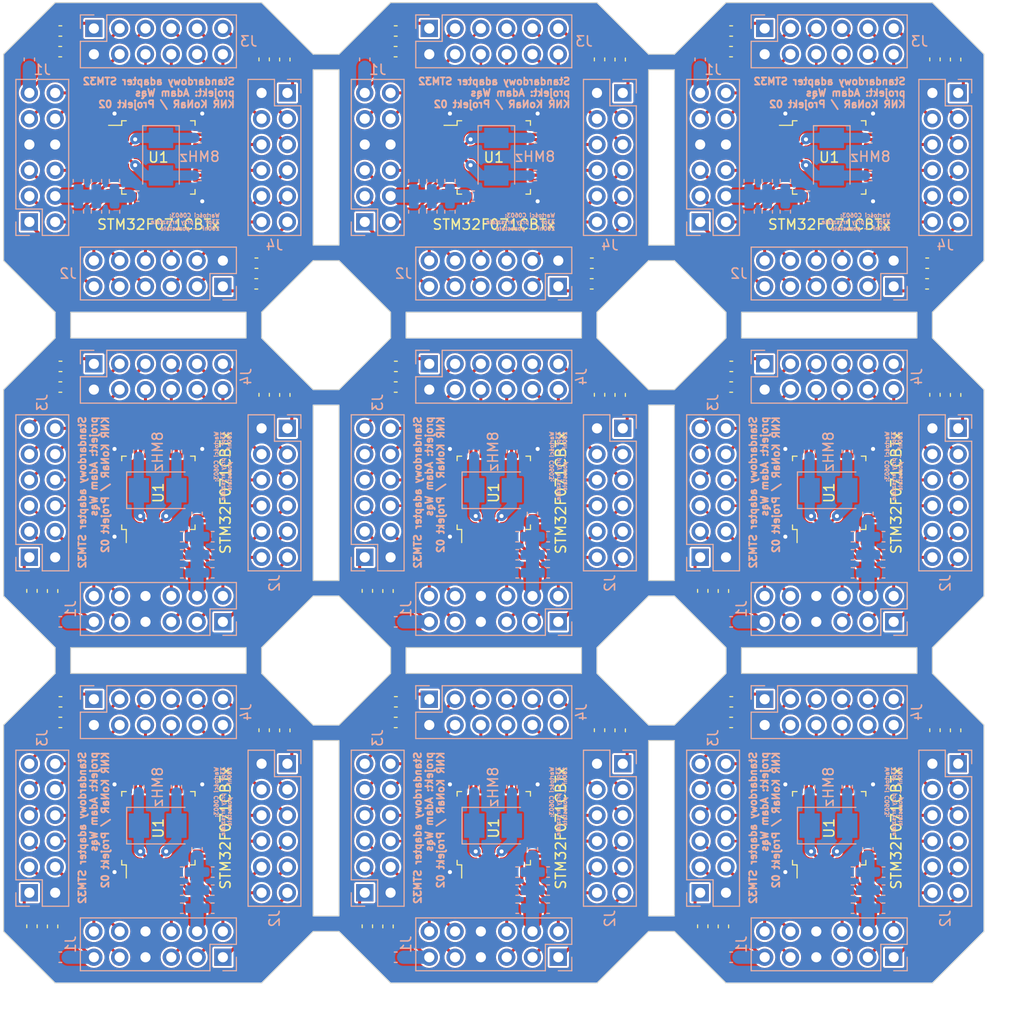
<source format=kicad_pcb>
(kicad_pcb (version 20221018) (generator pcbnew)
  (layers (0 "F.Cu" signal) (31 "B.Cu" signal) (34 "B.Paste" user) (35 "F.Paste" user) (36 "B.SilkS" user "B.Silkscreen") (37 "F.SilkS" user "F.Silkscreen") (38 "B.Mask" user) (39 "F.Mask" user) (44 "Edge.Cuts" user))
  (net 0 "")
  (net 1 "VBAT")
  (net 2 "PC13")
  (net 3 "PC14")
  (net 4 "PC15")
  (net 5 "Net-(U1-PF0)")
  (net 6 "NRST")
  (net 7 "VSSA")
  (net 8 "VDDA")
  (net 9 "PA0")
  (net 10 "PA1")
  (net 11 "PA2")
  (net 12 "PA3")
  (net 13 "PA4")
  (net 14 "PA5")
  (net 15 "PA6")
  (net 16 "PA7")
  (net 17 "PB0")
  (net 18 "PB1")
  (net 19 "PB2")
  (net 20 "PB10")
  (net 21 "PB11")
  (net 22 "VDD")
  (net 23 "PB12")
  (net 24 "PB13")
  (net 25 "PB14")
  (net 26 "PB15")
  (net 27 "PA8")
  (net 28 "PA9")
  (net 29 "PA10")
  (net 30 "PA11")
  (net 31 "PA12")
  (net 32 "PA13")
  (net 33 "VDDIO2")
  (net 34 "PA14")
  (net 35 "PA15")
  (net 36 "PB3")
  (net 37 "PB4")
  (net 38 "PB5")
  (net 39 "PB6")
  (net 40 "PB7")
  (net 41 "BOOT0")
  (net 42 "PB8")
  (net 43 "PB9")
  (net 44 "VSS")
  (net 45 "Net-(U1-PF1)")
  (footprint "Capacitor_SMD:C_0603_1608Metric" (layer "F.Cu") (at 156.972 146.812 90)
    (fp_text reference "C2" hide)
    (fp_text value "100nF" hide)
  )
  (footprint "Capacitor_SMD:C_0603_1608Metric" (layer "F.Cu") (at 134.112 133.096 90)
    (fp_text reference "C6" hide)
    (fp_text value "100nF" hide)
  )
  (footprint "Capacitor_SMD:C_0603_1608Metric" (layer "F.Cu") (at 103.899 110.998)
    (fp_text reference "C4" hide)
    (fp_text value "100nF" hide)
  )
  (footprint "Package_QFP:LQFP-48_7x7mm_P0.5mm" (layer "F.Cu") (at 146.558 123.444 90)
    (fp_text reference "U1" hide)
    (fp_text value "STM32F071CBTx")
  )
  (footprint "Capacitor_SMD:C_0603_1608Metric" (layer "F.Cu") (at 103.873 80.01)
    (fp_text reference "C8" hide)
    (fp_text value "100nF" hide)
  )
  (footprint "Capacitor_SMD:C_0603_1608Metric" (layer "F.Cu") (at 125.984 80.785 -90)
    (fp_text reference "C4" hide)
    (fp_text value "100nF" hide)
  )
  (footprint "Capacitor_SMD:C_0603_1608Metric" (layer "F.Cu") (at 156.972 113.792 90)
    (fp_text reference "C2" hide)
    (fp_text value "100nF" hide)
  )
  (footprint "Capacitor_SMD:C_0603_1608Metric" (layer "F.Cu") (at 136.919 110.998)
    (fp_text reference "C4" hide)
    (fp_text value "100nF" hide)
  )
  (footprint "Capacitor_SMD:C_0603_1608Metric" (layer "F.Cu") (at 159.004 146.825 90)
    (fp_text reference "C5" hide)
    (fp_text value "100nF" hide)
  )
  (footprint "Capacitor_SMD:C_0603_1608Metric" (layer "F.Cu") (at 70.879 144.018)
    (fp_text reference "C4" hide)
    (fp_text value "100nF" hide)
  )
  (footprint "Capacitor_SMD:C_0603_1608Metric" (layer "F.Cu") (at 103.886 77.978)
    (fp_text reference "C6" hide)
    (fp_text value "100nF" hide)
  )
  (footprint "Package_QFP:LQFP-48_7x7mm_P0.5mm" (layer "F.Cu") (at 146.558 156.464 90)
    (fp_text reference "U1" hide)
    (fp_text value "STM32F071CBTx")
  )
  (footprint "Capacitor_SMD:C_0603_1608Metric" (layer "F.Cu") (at 136.906 146.05)
    (fp_text reference "C9" hide)
    (fp_text value "100nF" hide)
  )
  (footprint "Capacitor_SMD:C_0603_1608Metric" (layer "F.Cu") (at 103.886 113.03)
    (fp_text reference "C9" hide)
    (fp_text value "100nF" hide)
  )
  (footprint "Package_QFP:LQFP-48_7x7mm_P0.5mm" (layer "F.Cu") (at 113.538 123.444 90)
    (fp_text reference "U1" hide)
    (fp_text value "STM32F071CBTx")
  )
  (footprint "Capacitor_SMD:C_0603_1608Metric" (layer "F.Cu") (at 70.104 133.109 90)
    (fp_text reference "C8" hide)
    (fp_text value "100nF" hide)
  )
  (footprint "Capacitor_SMD:C_0603_1608Metric" (layer "F.Cu") (at 159.004 80.785 -90)
    (fp_text reference "C4" hide)
    (fp_text value "100nF" hide)
  )
  (footprint "Capacitor_SMD:C_0603_1608Metric" (layer "F.Cu") (at 123.952 80.772 -90)
    (fp_text reference "C9" hide)
    (fp_text value "100nF" hide)
  )
  (footprint "Capacitor_SMD:C_0603_1608Metric" (layer "F.Cu") (at 92.964 146.825 90)
    (fp_text reference "C5" hide)
    (fp_text value "100nF" hide)
  )
  (footprint "Capacitor_SMD:C_0603_1608Metric" (layer "F.Cu") (at 70.866 77.978)
    (fp_text reference "C6" hide)
    (fp_text value "100nF" hide)
  )
  (footprint "Capacitor_SMD:C_0603_1608Metric" (layer "F.Cu") (at 70.853 80.01)
    (fp_text reference "C8" hide)
    (fp_text value "100nF" hide)
  )
  (footprint "Capacitor_SMD:C_0603_1608Metric" (layer "F.Cu") (at 125.984 146.825 90)
    (fp_text reference "C5" hide)
    (fp_text value "100nF" hide)
  )
  (footprint "Capacitor_SMD:C_0603_1608Metric" (layer "F.Cu") (at 123.19 100.838)
    (fp_text reference "C2" hide)
    (fp_text value "100nF" hide)
  )
  (footprint "Capacitor_SMD:C_0603_1608Metric" (layer "F.Cu") (at 136.144 133.109 90)
    (fp_text reference "C8" hide)
    (fp_text value "100nF" hide)
  )
  (footprint "Capacitor_SMD:C_0603_1608Metric" (layer "F.Cu") (at 90.932 113.792 90)
    (fp_text reference "C2" hide)
    (fp_text value "100nF" hide)
  )
  (footprint "Capacitor_SMD:C_0603_1608Metric" (layer "F.Cu") (at 123.952 113.792 90)
    (fp_text reference "C2" hide)
    (fp_text value "100nF" hide)
  )
  (footprint "Capacitor_SMD:C_0603_1608Metric" (layer "F.Cu") (at 123.952 146.812 90)
    (fp_text reference "C2" hide)
    (fp_text value "100nF" hide)
  )
  (footprint "Capacitor_SMD:C_0603_1608Metric" (layer "F.Cu") (at 134.112 166.116 90)
    (fp_text reference "C6" hide)
    (fp_text value "100nF" hide)
  )
  (footprint "Capacitor_SMD:C_0603_1608Metric" (layer "F.Cu") (at 136.906 77.978)
    (fp_text reference "C6" hide)
    (fp_text value "100nF" hide)
  )
  (footprint "Capacitor_SMD:C_0603_1608Metric" (layer "F.Cu") (at 159.004 113.805 90)
    (fp_text reference "C5" hide)
    (fp_text value "100nF" hide)
  )
  (footprint "Capacitor_SMD:C_0603_1608Metric" (layer "F.Cu") (at 90.157 102.87)
    (fp_text reference "C5" hide)
    (fp_text value "100nF" hide)
  )
  (footprint "Capacitor_SMD:C_0603_1608Metric" (layer "F.Cu") (at 92.964 113.805 90)
    (fp_text reference "C5" hide)
    (fp_text value "100nF" hide)
  )
  (footprint "Package_QFP:LQFP-48_7x7mm_P0.5mm" (layer "F.Cu") (at 113.538 156.464 90)
    (fp_text reference "U1" hide)
    (fp_text value "STM32F071CBTx")
  )
  (footprint "Capacitor_SMD:C_0603_1608Metric" (layer "F.Cu") (at 136.919 144.018)
    (fp_text reference "C4" hide)
    (fp_text value "100nF" hide)
  )
  (footprint "Capacitor_SMD:C_0603_1608Metric" (layer "F.Cu") (at 136.906 113.03)
    (fp_text reference "C9" hide)
    (fp_text value "100nF" hide)
  )
  (footprint "Capacitor_SMD:C_0603_1608Metric" (layer "F.Cu") (at 68.072 133.096 90)
    (fp_text reference "C6" hide)
    (fp_text value "100nF" hide)
  )
  (footprint "Capacitor_SMD:C_0603_1608Metric" (layer "F.Cu") (at 101.092 166.116 90)
    (fp_text reference "C6" hide)
    (fp_text value "100nF" hide)
  )
  (footprint "Capacitor_SMD:C_0603_1608Metric" (layer "F.Cu") (at 123.177 102.87)
    (fp_text reference "C5" hide)
    (fp_text value "100nF" hide)
  )
  (footprint "Capacitor_SMD:C_0603_1608Metric" (layer "F.Cu") (at 92.964 80.785 -90)
    (fp_text reference "C4" hide)
    (fp_text value "100nF" hide)
  )
  (footprint "Capacitor_SMD:C_0603_1608Metric" (layer "F.Cu") (at 103.124 133.109 90)
    (fp_text reference "C8" hide)
    (fp_text value "100nF" hide)
  )
  (footprint "Capacitor_SMD:C_0603_1608Metric" (layer "F.Cu") (at 70.866 113.03)
    (fp_text reference "C9" hide)
    (fp_text value "100nF" hide)
  )
  (footprint "Capacitor_SMD:C_0603_1608Metric" (layer "F.Cu") (at 70.104 166.129 90)
    (fp_text reference "C8" hide)
    (fp_text value "100nF" hide)
  )
  (footprint "Capacitor_SMD:C_0603_1608Metric" (layer "F.Cu") (at 90.17 100.838)
    (fp_text reference "C2" hide)
    (fp_text value "100nF" hide)
  )
  (footprint "Capacitor_SMD:C_0603_1608Metric" (layer "F.Cu") (at 125.984 113.805 90)
    (fp_text reference "C5" hide)
    (fp_text value "100nF" hide)
  )
  (footprint "Capacitor_SMD:C_0603_1608Metric" (layer "F.Cu") (at 70.879 110.998)
    (fp_text reference "C4" hide)
    (fp_text value "100nF" hide)
  )
  (footprint "Capacitor_SMD:C_0603_1608Metric" (layer "F.Cu") (at 136.144 166.129 90)
    (fp_text reference "C8" hide)
    (fp_text value "100nF" hide)
  )
  (footprint "Package_QFP:LQFP-48_7x7mm_P0.5mm" (layer "F.Cu") (at 113.538 90.424)
    (fp_text reference "U1" hide)
    (fp_text value "STM32F071CBTx")
  )
  (footprint "Capacitor_SMD:C_0603_1608Metric" (layer "F.Cu") (at 156.197 102.87)
    (fp_text reference "C5" hide)
    (fp_text value "100nF" hide)
  )
  (footprint "Capacitor_SMD:C_0603_1608Metric" (layer "F.Cu") (at 156.21 100.838)
    (fp_text reference "C2" hide)
    (fp_text value "100nF" hide)
  )
  (footprint "Capacitor_SMD:C_0603_1608Metric" (layer "F.Cu") (at 68.072 166.116 90)
    (fp_text reference "C6" hide)
    (fp_text value "100nF" hide)
  )
  (footprint "Capacitor_SMD:C_0603_1608Metric" (layer "F.Cu") (at 103.124 166.129 90)
    (fp_text reference "C8" hide)
    (fp_text value "100nF" hide)
  )
  (footprint "Package_QFP:LQFP-48_7x7mm_P0.5mm" (layer "F.Cu") (at 146.558 90.424)
    (fp_text reference "U1" hide)
    (fp_text value "STM32F071CBTx")
  )
  (footprint "Capacitor_SMD:C_0603_1608Metric" (layer "F.Cu") (at 90.932 80.772 -90)
    (fp_text reference "C9" hide)
    (fp_text value "100nF" hide)
  )
  (footprint "Capacitor_SMD:C_0603_1608Metric" (layer "F.Cu") (at 70.866 146.05)
    (fp_text reference "C9" hide)
    (fp_text value "100nF" hide)
  )
  (footprint "Capacitor_SMD:C_0603_1608Metric" (layer "F.Cu") (at 103.899 144.018)
    (fp_text reference "C4" hide)
    (fp_text value "100nF" hide)
  )
  (footprint "Capacitor_SMD:C_0603_1608Metric" (layer "F.Cu") (at 90.932 146.812 90)
    (fp_text reference "C2" hide)
    (fp_text value "100nF" hide)
  )
  (footprint "Package_QFP:LQFP-48_7x7mm_P0.5mm" (layer "F.Cu") (at 80.518 156.464 90)
    (fp_text reference "U1" hide)
    (fp_text value "STM32F071CBTx")
  )
  (footprint "Package_QFP:LQFP-48_7x7mm_P0.5mm" (layer "F.Cu") (at 80.518 123.444 90)
    (fp_text reference "U1" hide)
    (fp_text value "STM32F071CBTx")
  )
  (footprint "Capacitor_SMD:C_0603_1608Metric" (layer "F.Cu") (at 101.092 133.096 90)
    (fp_text reference "C6" hide)
    (fp_text value "100nF" hide)
  )
  (footprint "Capacitor_SMD:C_0603_1608Metric" (layer "F.Cu") (at 136.893 80.01)
    (fp_text reference "C8" hide)
    (fp_text value "100nF" hide)
  )
  (footprint "Capacitor_SMD:C_0603_1608Metric" (layer "F.Cu") (at 156.972 80.772 -90)
    (fp_text reference "C9" hide)
    (fp_text value "100nF" hide)
  )
  (footprint "Capacitor_SMD:C_0603_1608Metric" (layer "F.Cu") (at 103.886 146.05)
    (fp_text reference "C9" hide)
    (fp_text value "100nF" hide)
  )
  (footprint "Package_QFP:LQFP-48_7x7mm_P0.5mm" (layer "F.Cu") (at 80.518 90.424)
    (fp_text reference "U1" hide)
    (fp_text value "STM32F071CBTx")
  )
  (footprint "Connector_PinHeader_2.54mm:PinHeader_2x06_P2.54mm_Vertical" (layer "B.Cu") (at 107.188 110.744 -90)
    (fp_text reference "J4")
    (fp_text value "Conn_02x06_Top_Bottom_MountingPin" hide)
  )
  (footprint "Capacitor_SMD:C_0603_1608Metric" (layer "B.Cu") (at 70.866 169.164 180)
    (fp_text reference "C1" hide)
    (fp_text value "100nF" hide)
  )
  (footprint "Capacitor_SMD:C_0603_1608Metric" (layer "B.Cu") (at 144.513 94.234 180)
    (fp_text reference "C16" hide)
    (fp_text value "100nF" hide)
  )
  (footprint "Connector_PinHeader_2.54mm:PinHeader_2x06_P2.54mm_Vertical" (layer "B.Cu") (at 152.908 169.164 90)
    (fp_text reference "J1")
    (fp_text value "Conn_02x06_Top_Bottom_MountingPin" hide)
  )
  (footprint "Capacitor_SMD:C_0603_1608Metric" (layer "B.Cu") (at 133.858 80.772 90)
    (fp_text reference "C1" hide)
    (fp_text value "100nF" hide)
  )
  (footprint "Capacitor_SMD:C_0603_1608Metric" (layer "B.Cu") (at 138.684 95.771 90)
    (fp_text reference "C15" hide)
    (fp_text value "100nF" hide)
  )
  (footprint "Capacitor_SMD:C_0603_1608Metric" (layer "B.Cu") (at 148.87 164.338)
    (fp_text reference "C12" hide)
    (fp_text value "100nF" hide)
  )
  (footprint "Connector_PinHeader_2.54mm:PinHeader_2x06_P2.54mm_Vertical" (layer "B.Cu") (at 67.818 162.814)
    (fp_text reference "J3")
    (fp_text value "Conn_02x06_Top_Bottom_MountingPin" hide)
  )
  (footprint "Capacitor_SMD:C_0603_1608Metric" (layer "B.Cu") (at 117.348 125.489 -90)
    (fp_text reference "C16" hide)
    (fp_text value "100nF" hide)
  )
  (footprint "Connector_PinHeader_2.54mm:PinHeader_2x06_P2.54mm_Vertical" (layer "B.Cu") (at 100.838 129.794)
    (fp_text reference "J3")
    (fp_text value "Conn_02x06_Top_Bottom_MountingPin" hide)
  )
  (footprint "Connector_PinHeader_2.54mm:PinHeader_2x06_P2.54mm_Vertical" (layer "B.Cu") (at 152.908 103.124 90)
    (fp_text reference "J2")
    (fp_text value "Conn_02x06_Top_Bottom_MountingPin" hide)
  )
  (footprint "Capacitor_SMD:C_0603_1608Metric" (layer "B.Cu") (at 148.857 127.762)
    (fp_text reference "C3" hide)
    (fp_text value "100nF" hide)
  )
  (footprint "Capacitor_SMD:C_0603_1608Metric" (layer "B.Cu") (at 142.24 92.723 -90)
    (fp_text reference "C3" hide)
    (fp_text value "100nF" hide)
  )
  (footprint "Capacitor_SMD:C_0603_1608Metric" (layer "B.Cu") (at 82.817 127.762)
    (fp_text reference "C3" hide)
    (fp_text value "100nF" hide)
  )
  (footprint "Capacitor_SMD:C_0603_1608Metric" (layer "B.Cu") (at 74.422 95.771 90)
    (fp_text reference "C14" hide)
    (fp_text value "100nF" hide)
  )
  (footprint "Capacitor_SMD:C_0603_1608Metric" (layer "B.Cu") (at 82.83 129.54)
    (fp_text reference "C7" hide)
    (fp_text value "100nF" hide)
  )
  (footprint "Capacitor_SMD:C_0603_1608Metric" (layer "B.Cu") (at 115.837 127.762)
    (fp_text reference "C3" hide)
    (fp_text value "100nF" hide)
  )
  (footprint "Capacitor_SMD:C_0603_1608Metric" (layer "B.Cu") (at 151.905 160.782 180)
    (fp_text reference "C13" hide)
    (fp_text value "100nF" hide)
  )
  (footprint "Connector_PinHeader_2.54mm:PinHeader_2x06_P2.54mm_Vertical" (layer "B.Cu") (at 140.208 143.764 -90)
    (fp_text reference "J4")
    (fp_text value "Conn_02x06_Top_Bottom_MountingPin" hide)
  )
  (footprint "Connector_PinHeader_2.54mm:PinHeader_2x06_P2.54mm_Vertical" (layer "B.Cu") (at 140.208 110.744 -90)
    (fp_text reference "J4")
    (fp_text value "Conn_02x06_Top_Bottom_MountingPin" hide)
  )
  (footprint "Connector_PinHeader_2.54mm:PinHeader_2x06_P2.54mm_Vertical" (layer "B.Cu") (at 67.818 129.794)
    (fp_text reference "J3")
    (fp_text value "Conn_02x06_Top_Bottom_MountingPin" hide)
  )
  (footprint "Crystal:Crystal_SMD_5032-2Pin_5.0x3.2mm" (layer "B.Cu") (at 80.446 156.21)
    (fp_text reference "Y1" hide)
    (fp_text value "8MHz")
  )
  (footprint "Capacitor_SMD:C_0603_1608Metric" (layer "B.Cu") (at 151.905 162.56 180)
    (fp_text reference "C14" hide)
    (fp_text value "100nF" hide)
  )
  (footprint "Capacitor_SMD:C_0603_1608Metric" (layer "B.Cu") (at 136.906 136.144 180)
    (fp_text reference "C1" hide)
    (fp_text value "100nF" hide)
  )
  (footprint "Capacitor_SMD:C_0603_1608Metric" (layer "B.Cu") (at 82.83 131.318)
    (fp_text reference "C12" hide)
    (fp_text value "100nF" hide)
  )
  (footprint "Capacitor_SMD:C_0603_1608Metric" (layer "B.Cu") (at 85.865 129.54 180)
    (fp_text reference "C14" hide)
    (fp_text value "100nF" hide)
  )
  (footprint "Connector_PinHeader_2.54mm:PinHeader_2x06_P2.54mm_Vertical" (layer "B.Cu") (at 159.258 150.114 180)
    (fp_text reference "J2")
    (fp_text value "Conn_02x06_Top_Bottom_MountingPin" hide)
  )
  (footprint "Capacitor_SMD:C_0603_1608Metric" (layer "B.Cu") (at 142.24 95.771 90)
    (fp_text reference "C13" hide)
    (fp_text value "100nF" hide)
  )
  (footprint "Capacitor_SMD:C_0603_1608Metric" (layer "B.Cu") (at 85.865 127.762 180)
    (fp_text reference "C13" hide)
    (fp_text value "100nF" hide)
  )
  (footprint "Capacitor_SMD:C_0603_1608Metric" (layer "B.Cu") (at 105.664 95.771 90)
    (fp_text reference "C15" hide)
    (fp_text value "100nF" hide)
  )
  (footprint "Connector_PinHeader_2.54mm:PinHeader_2x06_P2.54mm_Vertical" (layer "B.Cu") (at 159.258 84.074 180)
    (fp_text reference "J4")
    (fp_text value "Conn_02x06_Top_Bottom_MountingPin" hide)
  )
  (footprint "Capacitor_SMD:C_0603_1608Metric" (layer "B.Cu") (at 85.865 131.318 180)
    (fp_text reference "C15" hide)
    (fp_text value "100nF" hide)
  )
  (footprint "Capacitor_SMD:C_0603_1608Metric" (layer "B.Cu") (at 84.328 158.509 -90)
    (fp_text reference "C16" hide)
    (fp_text value "100nF" hide)
  )
  (footprint "Crystal:Crystal_SMD_5032-2Pin_5.0x3.2mm" (layer "B.Cu") (at 146.486 123.19)
    (fp_text reference "Y1" hide)
    (fp_text value "8MHz")
  )
  (footprint "Crystal:Crystal_SMD_5032-2Pin_5.0x3.2mm" (layer "B.Cu") (at 113.792 90.352 -90)
    (fp_text reference "Y1" hide)
    (fp_text value "8MHz")
  )
  (footprint "Capacitor_SMD:C_0603_1608Metric" (layer "B.Cu") (at 107.442 95.771 90)
    (fp_text reference "C14" hide)
    (fp_text value "100nF" hide)
  )
  (footprint "Capacitor_SMD:C_0603_1608Metric" (layer "B.Cu") (at 82.83 164.338)
    (fp_text reference "C12" hide)
    (fp_text value "100nF" hide)
  )
  (footprint "Capacitor_SMD:C_0603_1608Metric" (layer "B.Cu") (at 150.635 92.202)
    (fp_text reference "C11" hide)
    (fp_text value "33pF" hide)
  )
  (footprint "Connector_PinHeader_2.54mm:PinHeader_2x06_P2.54mm_Vertical" (layer "B.Cu") (at 107.188 143.764 -90)
    (fp_text reference "J4")
    (fp_text value "Conn_02x06_Top_Bottom_MountingPin" hide)
  )
  (footprint "Capacitor_SMD:C_0603_1608Metric" (layer "B.Cu") (at 115.837 160.782)
    (fp_text reference "C3" hide)
    (fp_text value "100nF" hide)
  )
  (footprint "Connector_PinHeader_2.54mm:PinHeader_2x06_P2.54mm_Vertical" (layer "B.Cu") (at 100.838 162.814)
    (fp_text reference "J3")
    (fp_text value "Conn_02x06_Top_Bottom_MountingPin" hide)
  )
  (footprint "Capacitor_SMD:C_0603_1608Metric" (layer "B.Cu") (at 151.905 164.338 180)
    (fp_text reference "C15" hide)
    (fp_text value "100nF" hide)
  )
  (footprint "Connector_PinHeader_2.54mm:PinHeader_2x06_P2.54mm_Vertical" (layer "B.Cu") (at 140.208 77.724 -90)
    (fp_text reference "J3")
    (fp_text value "Conn_02x06_Top_Bottom_MountingPin" hide)
  )
  (footprint "Connector_PinHeader_2.54mm:PinHeader_2x06_P2.54mm_Vertical" (layer "B.Cu") (at 93.218 84.074 180)
    (fp_text reference "J4")
    (fp_text value "Conn_02x06_Top_Bottom_MountingPin" hide)
  )
  (footprint "Capacitor_SMD:C_0603_1608Metric" (layer "B.Cu") (at 105.664 92.736 -90)
    (fp_text reference "C12" hide)
    (fp_text value "100nF" hide)
  )
  (footprint "Connector_PinHeader_2.54mm:PinHeader_2x06_P2.54mm_Vertical" (layer "B.Cu") (at 86.868 136.144 90)
    (fp_text reference "J1")
    (fp_text value "Conn_02x06_Top_Bottom_MountingPin" hide)
  )
  (footprint "Crystal:Crystal_SMD_5032-2Pin_5.0x3.2mm" (layer "B.Cu") (at 113.466 123.19)
    (fp_text reference "Y1" hide)
    (fp_text value "8MHz")
  )
  (footprint "Capacitor_SMD:C_0603_1608Metric" (layer "B.Cu") (at 117.615 92.202)
    (fp_text reference "C11" hide)
    (fp_text value "33pF" hide)
  )
  (footprint "Capacitor_SMD:C_0603_1608Metric" (layer "B.Cu") (at 103.886 169.164 180)
    (fp_text reference "C1" hide)
    (fp_text value "100nF" hide)
  )
  (footprint "Capacitor_SMD:C_0603_1608Metric" (layer "B.Cu") (at 150.368 125.489 -90)
    (fp_text reference "C16" hide)
    (fp_text value "100nF" hide)
  )
  (footprint "Crystal:Crystal_SMD_5032-2Pin_5.0x3.2mm" (layer "B.Cu") (at 113.466 156.21)
    (fp_text reference "Y1" hide)
    (fp_text value "8MHz")
  )
  (footprint "Capacitor_SMD:C_0603_1608Metric" (layer "B.Cu") (at 76.2 95.771 90)
    (fp_text reference "C13" hide)
    (fp_text value "100nF" hide)
  )
  (footprint "Connector_PinHeader_2.54mm:PinHeader_2x06_P2.54mm_Vertical" (layer "B.Cu") (at 119.888 103.124 90)
    (fp_text reference "J2")
    (fp_text value "Conn_02x06_Top_Bottom_MountingPin" hide)
  )
  (footprint "Capacitor_SMD:C_0603_1608Metric" (layer "B.Cu") (at 82.83 162.56)
    (fp_text reference "C7" hide)
    (fp_text value "100nF" hide)
  )
  (footprint "Connector_PinHeader_2.54mm:PinHeader_2x06_P2.54mm_Vertical" (layer "B.Cu") (at 93.218 117.094 180)
    (fp_text reference "J2")
    (fp_text value "Conn_02x06_Top_Bottom_MountingPin" hide)
  )
  (footprint "Connector_PinHeader_2.54mm:PinHeader_2x06_P2.54mm_Vertical" (layer "B.Cu") (at 133.858 162.814)
    (fp_text reference "J3")
    (fp_text value "Conn_02x06_Top_Bottom_MountingPin" hide)
  )
  (footprint "Capacitor_SMD:C_0603_1608Metric" (layer "B.Cu") (at 118.885 127.762 180)
    (fp_text reference "C13" hide)
    (fp_text value "100nF" hide)
  )
  (footprint "Capacitor_SMD:C_0603_1608Metric" (layer "B.Cu") (at 148.87 129.54)
    (fp_text reference "C7" hide)
    (fp_text value "100nF" hide)
  )
  (footprint "Capacitor_SMD:C_0603_1608Metric" (layer "B.Cu") (at 76.2 92.723 -90)
    (fp_text reference "C3" hide)
    (fp_text value "100nF" hide)
  )
  (footprint "Capacitor_SMD:C_0603_1608Metric" (layer "B.Cu") (at 72.644 92.736 -90)
    (fp_text reference "C12" hide)
    (fp_text value "100nF" hide)
  )
  (footprint "Connector_PinHeader_2.54mm:PinHeader_2x06_P2.54mm_Vertical" (layer "B.Cu") (at 74.168 110.744 -90)
    (fp_text reference "J4")
    (fp_text value "Conn_02x06_Top_Bottom_MountingPin" hide)
  )
  (footprint "Capacitor_SMD:C_0603_1608Metric" (layer "B.Cu") (at 144.6276 119.367 90)
    (fp_text reference "C10" hide)
    (fp_text value "33pF" hide)
  )
  (footprint "Capacitor_SMD:C_0603_1608Metric" (layer "B.Cu") (at 115.85 162.56)
    (fp_text reference "C7" hide)
    (fp_text value "100nF" hide)
  )
  (footprint "Capacitor_SMD:C_0603_1608Metric" (layer "B.Cu") (at 138.684 92.736 -90)
    (fp_text reference "C12" hide)
    (fp_text value "100nF" hide)
  )
  (footprint "Capacitor_SMD:C_0603_1608Metric" (layer "B.Cu") (at 85.865 160.782 180)
    (fp_text reference "C13" hide)
    (fp_text value "100nF" hide)
  )
  (footprint "Connector_PinHeader_2.54mm:PinHeader_2x06_P2.54mm_Vertical" (layer "B.Cu") (at 74.168 77.724 -90)
    (fp_text reference "J3")
    (fp_text value "Conn_02x06_Top_Bottom_MountingPin" hide)
  )
  (footprint "Capacitor_SMD:C_0603_1608Metric" (layer "B.Cu") (at 117.615 88.4936)
    (fp_text reference "C10" hide)
    (fp_text value "33pF" hide)
  )
  (footprint "Capacitor_SMD:C_0603_1608Metric" (layer "B.Cu") (at 111.6076 152.387 90)
    (fp_text reference "C10" hide)
    (fp_text value "33pF" hide)
  )
  (footprint "Capacitor_SMD:C_0603_1608Metric" (layer "B.Cu") (at 148.336 152.387 90)
    (fp_text reference "C11" hide)
    (fp_text value "33pF" hide)
  )
  (footprint "Capacitor_SMD:C_0603_1608Metric" (layer "B.Cu") (at 151.905 129.54 180)
    (fp_text reference "C14" hide)
    (fp_text value "100nF" hide)
  )
  (footprint "Capacitor_SMD:C_0603_1608Metric" (layer "B.Cu") (at 117.348 158.509 -90)
    (fp_text reference "C16" hide)
    (fp_text value "100nF" hide)
  )
  (footprint "Capacitor_SMD:C_0603_1608Metric" (layer "B.Cu") (at 85.865 162.56 180)
    (fp_text reference "C14" hide)
    (fp_text value "100nF" hide)
  )
  (footprint "Capacitor_SMD:C_0603_1608Metric" (layer "B.Cu") (at 115.316 152.387 90)
    (fp_text reference "C11" hide)
    (fp_text value "33pF" hide)
  )
  (footprint "Crystal:Crystal_SMD_5032-2Pin_5.0x3.2mm" (layer "B.Cu") (at 80.446 123.19)
    (fp_text reference "Y1" hide)
    (fp_text value "8MHz")
  )
  (footprint "Capacitor_SMD:C_0603_1608Metric" (layer "B.Cu") (at 74.422 92.736 -90)
    (fp_text reference "C7" hide)
    (fp_text value "100nF" hide)
  )
  (footprint "Capacitor_SMD:C_0603_1608Metric" (layer "B.Cu") (at 72.644 95.771 90)
    (fp_text reference "C15" hide)
    (fp_text value "100nF" hide)
  )
  (footprint "Capacitor_SMD:C_0603_1608Metric" (layer "B.Cu") (at 118.885 164.338 180)
    (fp_text reference "C15" hide)
    (fp_text value "100nF" hide)
  )
  (footprint "Capacitor_SMD:C_0603_1608Metric" (layer "B.Cu") (at 82.817 160.782)
    (fp_text reference "C3" hide)
    (fp_text value "100nF" hide)
  )
  (footprint "Capacitor_SMD:C_0603_1608Metric" (layer "B.Cu") (at 118.885 160.782 180)
    (fp_text reference "C13" hide)
    (fp_text value "100nF" hide)
  )
  (footprint "Capacitor_SMD:C_0603_1608Metric" (layer "B.Cu") (at 148.336 119.367 90)
    (fp_text reference "C11" hide)
    (fp_text value "33pF" hide)
  )
  (footprint "Capacitor_SMD:C_0603_1608Metric" (layer "B.Cu") (at 103.886 136.144 180)
    (fp_text reference "C1" hide)
    (fp_text value "100nF" hide)
  )
  (footprint "Capacitor_SMD:C_0603_1608Metric" (layer "B.Cu") (at 82.296 152.387 90)
    (fp_text reference "C11" hide)
    (fp_text value "33pF" hide)
  )
  (footprint "Capacitor_SMD:C_0603_1608Metric" (layer "B.Cu") (at 109.22 95.771 90)
    (fp_text reference "C13" hide)
    (fp_text value "100nF" hide)
  )
  (footprint "Capacitor_SMD:C_0603_1608Metric" (layer "B.Cu") (at 150.368 158.509 -90)
    (fp_text reference "C16" hide)
    (fp_text value "100nF" hide)
  )
  (footprint "Capacitor_SMD:C_0603_1608Metric" (layer "B.Cu") (at 115.85 129.54)
    (fp_text reference "C7" hide)
    (fp_text value "100nF" hide)
  )
  (footprint "Capacitor_SMD:C_0603_1608Metric" (layer "B.Cu") (at 115.85 164.338)
    (fp_text reference "C12" hide)
    (fp_text value "100nF" hide)
  )
  (footprint "Capacitor_SMD:C_0603_1608Metric" (layer "B.Cu") (at 148.87 131.318)
    (fp_text reference "C12" hide)
    (fp_text value "100nF" hide)
  )
  (footprint "Connector_PinHeader_2.54mm:PinHeader_2x06_P2.54mm_Vertical" (layer "B.Cu") (at 86.868 103.124 90)
    (fp_text reference "J2")
    (fp_text value "Conn_02x06_Top_Bottom_MountingPin" hide)
  )
  (footprint "Connector_PinHeader_2.54mm:PinHeader_2x06_P2.54mm_Vertical" (layer "B.Cu") (at 93.218 150.114 180)
    (fp_text reference "J2")
    (fp_text value "Conn_02x06_Top_Bottom_MountingPin" hide)
  )
  (footprint "Connector_PinHeader_2.54mm:PinHeader_2x06_P2.54mm_Vertical" (layer "B.Cu") (at 86.868 169.164 90)
    (fp_text reference "J1")
    (fp_text value "Conn_02x06_Top_Bottom_MountingPin" hide)
  )
  (footprint "Connector_PinHeader_2.54mm:PinHeader_2x06_P2.54mm_Vertical" (layer "B.Cu") (at 107.188 77.724 -90)
    (fp_text reference "J3")
    (fp_text value "Conn_02x06_Top_Bottom_MountingPin" hide)
  )
  (footprint "Capacitor_SMD:C_0603_1608Metric" (layer "B.Cu") (at 148.857 160.782)
    (fp_text reference "C3" hide)
    (fp_text value "100nF" hide)
  )
  (footprint "Capacitor_SMD:C_0603_1608Metric" (layer "B.Cu") (at 107.442 92.736 -90)
    (fp_text reference "C7" hide)
    (fp_text value "100nF" hide)
  )
  (footprint "Capacitor_SMD:C_0603_1608Metric" (layer "B.Cu") (at 82.296 119.367 90)
    (fp_text reference "C11" hide)
    (fp_text value "33pF" hide)
  )
  (footprint "Capacitor_SMD:C_0603_1608Metric" (layer "B.Cu") (at 118.885 129.54 180)
    (fp_text reference "C14" hide)
    (fp_text value "100nF" hide)
  )
  (footprint "Connector_PinHeader_2.54mm:PinHeader_2x06_P2.54mm_Vertical" (layer "B.Cu") (at 159.258 117.094 180)
    (fp_text reference "J2")
    (fp_text value "Conn_02x06_Top_Bottom_MountingPin" hide)
  )
  (footprint "Connector_PinHeader_2.54mm:PinHeader_2x06_P2.54mm_Vertical" (layer "B.Cu") (at 100.838 96.774)
    (fp_text reference "J1")
    (fp_text value "Conn_02x06_Top_Bottom_MountingPin" hide)
  )
  (footprint "Crystal:Crystal_SMD_5032-2Pin_5.0x3.2mm" (layer "B.Cu") (at 146.812 90.352 -90)
    (fp_text reference "Y1" hide)
    (fp_text value "8MHz")
  )
  (footprint "Capacitor_SMD:C_0603_1608Metric" (layer "B.Cu") (at 140.462 95.771 90)
    (fp_text reference "C14" hide)
    (fp_text value "100nF" hide)
  )
  (footprint "Connector_PinHeader_2.54mm:PinHeader_2x06_P2.54mm_Vertical" (layer "B.Cu") (at 74.168 143.764 -90)
    (fp_text reference "J4")
    (fp_text value "Conn_02x06_Top_Bottom_MountingPin" hide)
  )
  (footprint "Connector_PinHeader_2.54mm:PinHeader_2x06_P2.54mm_Vertical" (layer "B.Cu") (at 133.858 129.794)
    (fp_text reference "J3")
    (fp_text value "Conn_02x06_Top_Bottom_MountingPin" hide)
  )
  (footprint "Capacitor_SMD:C_0603_1608Metric" (layer "B.Cu") (at 78.473 94.234 180)
    (fp_text reference "C16" hide)
    (fp_text value "100nF" hide)
  )
  (footprint "Capacitor_SMD:C_0603_1608Metric" (layer "B.Cu") (at 85.865 164.338 180)
    (fp_text reference "C15" hide)
    (fp_text value "100nF" hide)
  )
  (footprint "Capacitor_SMD:C_0603_1608Metric" (layer "B.Cu") (at 84.595 88.4936)
    (fp_text reference "C10" hide)
    (fp_text value "33pF" hide)
  )
  (footprint "Capacitor_SMD:C_0603_1608Metric" (layer "B.Cu") (at 84.328 125.489 -90)
    (fp_text reference "C16" hide)
    (fp_text value "100nF" hide)
  )
  (footprint "Capacitor_SMD:C_0603_1608Metric" (layer "B.Cu") (at 100.838 80.772 90)
    (fp_text reference "C1" hide)
    (fp_text value "100nF" hide)
  )
  (footprint "Capacitor_SMD:C_0603_1608Metric" (layer "B.Cu") (at 151.905 127.762 180)
    (fp_text reference "C13" hide)
    (fp_text value "100nF" hide)
  )
  (footprint "Capacitor_SMD:C_0603_1608Metric" (layer "B.Cu") (at 67.818 80.772 90)
    (fp_text reference "C1" hide)
    (fp_text value "100nF" hide)
  )
  (footprint "Capacitor_SMD:C_0603_1608Metric" (layer "B.Cu") (at 150.635 88.4936)
    (fp_text reference "C10" hide)
    (fp_text value "33pF" hide)
  )
  (footprint "Capacitor_SMD:C_0603_1608Metric" (layer "B.Cu") (at 84.595 92.202)
    (fp_text reference "C11" hide)
    (fp_text value "33pF" hide)
  )
  (footprint "Connector_PinHeader_2.54mm:PinHeader_2x06_P2.54mm_Vertical" (layer "B.Cu") (at 126.238 117.094 180)
    (fp_text reference "J2")
    (fp_text value "Conn_02x06_Top_Bottom_MountingPin" hide)
  )
  (footprint "Capacitor_SMD:C_0603_1608Metric" (layer "B.Cu") (at 78.5876 119.367 90)
    (fp_text reference "C10" hide)
    (fp_text value "33pF" hide)
  )
  (footprint "Capacitor_SMD:C_0603_1608Metric" (layer "B.Cu") (at 70.866 136.144 180)
    (fp_text reference "C1" hide)
    (fp_text value "100nF" hide)
  )
  (footprint "Capacitor_SMD:C_0603_1608Metric" (layer "B.Cu") (at 151.905 131.318 180)
    (fp_text reference "C15" hide)
    (fp_text value "100nF" hide)
  )
  (footprint "Connector_PinHeader_2.54mm:PinHeader_2x06_P2.54mm_Vertical" (layer "B.Cu") (at 126.238 150.114 180)
    (fp_text reference "J2")
    (fp_text value "Conn_02x06_Top_Bottom_MountingPin" hide)
  )
  (footprint "Capacitor_SMD:C_0603_1608Metric" (layer "B.Cu") (at 118.885 162.56 180)
    (fp_text reference "C14" hide)
    (fp_text value "100nF" hide)
  )
  (footprint "Connector_PinHeader_2.54mm:PinHeader_2x06_P2.54mm_Vertical" (layer "B.Cu") (at 119.888 169.164 90)
    (fp_text reference "J1")
    (fp_text value "Conn_02x06_Top_Bottom_MountingPin" hide)
  )
  (footprint "Capacitor_SMD:C_0603_1608Metric" (layer "B.Cu") (at 109.22 92.723 -90)
    (fp_text reference "C3" hide)
    (fp_text value "100nF" hide)
  )
  (footprint "Capacitor_SMD:C_0603_1608Metric" (layer "B.Cu") (at 111.6076 119.367 90)
    (fp_text reference "C10" hide)
    (fp_text value "33pF" hide)
  )
  (footprint "Capacitor_SMD:C_0603_1608Metric" (layer "B.Cu") (at 140.462 92.736 -90)
    (fp_text reference "C7" hide)
    (fp_text value "100nF" hide)
  )
  (footprint "Capacitor_SMD:C_0603_1608Metric" (layer "B.Cu") (at 111.493 94.234 180)
    (fp_text reference "C16" hide)
    (fp_text value "100nF" hide)
  )
  (footprint "Capacitor_SMD:C_0603_1608Metric" (layer "B.Cu") (at 115.85 131.318)
    (fp_text reference "C12" hide)
    (fp_text value "100nF" hide)
  )
  (footprint "Crystal:Crystal_SMD_5032-2Pin_5.0x3.2mm" (layer "B.Cu") (at 80.772 90.352 -90)
    (fp_text reference "Y1" hide)
    (fp_text value "8MHz")
  )
  (footprint "Capacitor_SMD:C_0603_1608Metric" (layer "B.Cu") (at 118.885 131.318 180)
    (fp_text reference "C15" hide)
    (fp_text value "100nF" hide)
  )
  (footprint "Capacitor_SMD:C_0603_1608Metric" (layer "B.Cu") (at 78.5876 152.387 90)
    (fp_text reference "C10" hide)
    (fp_text value "33pF" hide)
  )
  (footprint "Crystal:Crystal_SMD_5032-2Pin_5.0x3.2mm" (layer "B.Cu") (at 146.486 156.21)
    (fp_text reference "Y1" hide)
    (fp_text value "8MHz")
  )
  (footprint "Capacitor_SMD:C_0603_1608Metric" (layer "B.Cu") (at 136.906 169.164 180)
    (fp_text reference "C1" hide)
    (fp_text value "100nF" hide)
  )
  (footprint "Connector_PinHeader_2.54mm:PinHeader_2x06_P2.54mm_Vertical" (layer "B.Cu") (at 119.888 136.144 90)
    (fp_text reference "J1")
    (fp_text value "Conn_02x06_Top_Bottom_MountingPin" hide)
  )
  (footprint "Capacitor_SMD:C_0603_1608Metric" (layer "B.Cu") (at 148.87 162.56)
    (fp_text reference "C7" hide)
    (fp_text value "100nF" hide)
  )
  (footprint "Capacitor_SMD:C_0603_1608Metric" (layer "B.Cu") (at 144.6276 152.387 90)
    (fp_text reference "C10" hide)
    (fp_text value "33pF" hide)
  )
  (footprint "Connector_PinHeader_2.54mm:PinHeader_2x06_P2.54mm_Vertical" (layer "B.Cu") (at 152.908 136.144 90)
    (fp_text reference "J1")
    (fp_text value "Conn_02x06_Top_Bottom_MountingPin" hide)
  )
  (footprint "Connector_PinHeader_2.54mm:PinHeader_2x06_P2.54mm_Vertical" (layer "B.Cu") (at 133.858 96.774)
    (fp_text reference "J1")
    (fp_text value "Conn_02x06_Top_Bottom_MountingPin" hide)
  )
  (footprint "Connector_PinHeader_2.54mm:PinHeader_2x06_P2.54mm_Vertical" (layer "B.Cu") (at 126.238 84.074 180)
    (fp_text reference "J4")
    (fp_text value "Conn_02x06_Top_Bottom_MountingPin" hide)
  )
  (footprint "Connector_PinHeader_2.54mm:PinHeader_2x06_P2.54mm_Vertical" (layer "B.Cu") (at 67.818 96.774)
    (fp_text reference "J1")
    (fp_text value "Conn_02x06_Top_Bottom_MountingPin" hide)
  )
  (footprint "Capacitor_SMD:C_0603_1608Metric" (layer "B.Cu") (at 115.316 119.367 90)
    (fp_text reference "C11" hide)
    (fp_text value "33pF" hide)
  )
  (gr_line (start 131.318 146.304) (end 136.398 141.224) (stroke (width 0.1)) (layer "Edge.Cuts"))
  (gr_line (start 161.798 100.584) (end 156.718 105.664) (stroke (width 0.1)) (layer "Edge.Cuts"))
  (gr_line (start 136.398 171.704) (end 131.318 166.624) (stroke (width 0.1)) (layer "Edge.Cuts"))
  (gr_line (start 71.882 108.204) (end 89.154 108.204) (stroke (width 0.1)) (layer "Edge.Cuts"))
  (gr_line (start 131.318 113.284) (end 136.398 108.204) (stroke (width 0.1)) (layer "Edge.Cuts"))
  (gr_line (start 136.398 75.184) (end 156.718 75.184) (stroke (width 0.1)) (layer "Edge.Cuts"))
  (gr_line (start 131.318 99.06) (end 128.778 99.06) (stroke (width 0.1)) (layer "Edge.Cuts"))
  (gr_line (start 131.318 114.808) (end 128.778 114.808) (stroke (width 0.1)) (layer "Edge.Cuts"))
  (gr_line (start 71.882 138.684) (end 89.154 138.684) (stroke (width 0.1)) (layer "Edge.Cuts"))
  (gr_line (start 90.678 108.204) (end 95.758 113.284) (stroke (width 0.1)) (layer "Edge.Cuts"))
  (gr_line (start 128.778 80.264) (end 131.318 80.264) (stroke (width 0.1)) (layer "Edge.Cuts"))
  (gr_line (start 155.194 141.224) (end 137.922 141.224) (stroke (width 0.1)) (layer "Edge.Cuts"))
  (gr_line (start 95.758 166.624) (end 90.678 171.704) (stroke (width 0.1)) (layer "Edge.Cuts"))
  (gr_line (start 95.758 81.788) (end 95.758 99.06) (stroke (width 0.1)) (layer "Edge.Cuts"))
  (gr_line (start 131.318 81.788) (end 128.778 81.788) (stroke (width 0.1)) (layer "Edge.Cuts"))
  (gr_line (start 89.154 138.684) (end 89.154 141.224) (stroke (width 0.1)) (layer "Edge.Cuts"))
  (gr_line (start 128.778 165.1) (end 131.318 165.1) (stroke (width 0.1)) (layer "Edge.Cuts"))
  (gr_line (start 95.758 166.624) (end 98.298 166.624) (stroke (width 0.1)) (layer "Edge.Cuts"))
  (gr_line (start 123.698 108.204) (end 123.698 105.664) (stroke (width 0.1)) (layer "Edge.Cuts"))
  (gr_line (start 155.194 138.684) (end 155.194 141.224) (stroke (width 0.1)) (layer "Edge.Cuts"))
  (gr_line (start 161.798 166.624) (end 156.718 171.704) (stroke (width 0.1)) (layer "Edge.Cuts"))
  (gr_line (start 161.798 113.284) (end 161.798 133.604) (stroke (width 0.1)) (layer "Edge.Cuts"))
  (gr_line (start 137.922 138.684) (end 155.194 138.684) (stroke (width 0.1)) (layer "Edge.Cuts"))
  (gr_line (start 104.902 105.664) (end 104.902 108.204) (stroke (width 0.1)) (layer "Edge.Cuts"))
  (gr_line (start 131.318 147.828) (end 128.778 147.828) (stroke (width 0.1)) (layer "Edge.Cuts"))
  (gr_line (start 161.798 146.304) (end 161.798 166.624) (stroke (width 0.1)) (layer "Edge.Cuts"))
  (gr_line (start 137.922 105.664) (end 137.922 108.204) (stroke (width 0.1)) (layer "Edge.Cuts"))
  (gr_line (start 104.902 138.684) (end 104.902 141.224) (stroke (width 0.1)) (layer "Edge.Cuts"))
  (gr_line (start 156.718 171.704) (end 136.398 171.704) (stroke (width 0.1)) (layer "Edge.Cuts"))
  (gr_line (start 65.278 133.604) (end 65.278 113.284) (stroke (width 0.1)) (layer "Edge.Cuts"))
  (gr_line (start 131.318 166.624) (end 128.778 166.624) (stroke (width 0.1)) (layer "Edge.Cuts"))
  (gr_line (start 65.278 100.584) (end 65.278 80.264) (stroke (width 0.1)) (layer "Edge.Cuts"))
  (gr_line (start 65.278 80.264) (end 70.358 75.184) (stroke (width 0.1)) (layer "Edge.Cuts"))
  (gr_line (start 128.778 100.584) (end 123.698 105.664) (stroke (width 0.1)) (layer "Edge.Cuts"))
  (gr_line (start 103.378 171.704) (end 98.298 166.624) (stroke (width 0.1)) (layer "Edge.Cuts"))
  (gr_line (start 98.298 146.304) (end 103.378 141.224) (stroke (width 0.1)) (layer "Edge.Cuts"))
  (gr_line (start 71.882 141.224) (end 89.154 141.224) (stroke (width 0.1)) (layer "Edge.Cuts"))
  (gr_line (start 95.758 165.1) (end 98.298 165.1) (stroke (width 0.1)) (layer "Edge.Cuts"))
  (gr_line (start 95.758 100.584) (end 98.298 100.584) (stroke (width 0.1)) (layer "Edge.Cuts"))
  (gr_line (start 103.378 75.184) (end 123.698 75.184) (stroke (width 0.1)) (layer "Edge.Cuts"))
  (gr_line (start 137.922 105.664) (end 155.194 105.664) (stroke (width 0.1)) (layer "Edge.Cuts"))
  (gr_line (start 65.278 166.624) (end 65.278 146.304) (stroke (width 0.1)) (layer "Edge.Cuts"))
  (gr_line (start 90.678 75.184) (end 95.758 80.264) (stroke (width 0.1)) (layer "Edge.Cuts"))
  (gr_line (start 65.278 113.284) (end 70.358 108.204) (stroke (width 0.1)) (layer "Edge.Cuts"))
  (gr_line (start 123.698 75.184) (end 128.778 80.264) (stroke (width 0.1)) (layer "Edge.Cuts"))
  (gr_line (start 90.678 141.224) (end 90.678 138.684) (stroke (width 0.1)) (layer "Edge.Cuts"))
  (gr_line (start 128.778 132.08) (end 131.318 132.08) (stroke (width 0.1)) (layer "Edge.Cuts"))
  (gr_line (start 161.798 80.264) (end 161.798 100.584) (stroke (width 0.1)) (layer "Edge.Cuts"))
  (gr_line (start 95.758 132.08) (end 98.298 132.08) (stroke (width 0.1)) (layer "Edge.Cuts"))
  (gr_line (start 98.298 114.808) (end 95.758 114.808) (stroke (width 0.1)) (layer "Edge.Cuts"))
  (gr_line (start 131.318 165.1) (end 131.318 147.828) (stroke (width 0.1)) (layer "Edge.Cuts"))
  (gr_line (start 90.678 171.704) (end 70.358 171.704) (stroke (width 0.1)) (layer "Edge.Cuts"))
  (gr_line (start 98.298 99.06) (end 95.758 99.06) (stroke (width 0.1)) (layer "Edge.Cuts"))
  (gr_line (start 98.298 132.08) (end 98.298 114.808) (stroke (width 0.1)) (layer "Edge.Cuts"))
  (gr_line (start 104.902 105.664) (end 122.174 105.664) (stroke (width 0.1)) (layer "Edge.Cuts"))
  (gr_line (start 95.758 133.604) (end 98.298 133.604) (stroke (width 0.1)) (layer "Edge.Cuts"))
  (gr_line (start 98.298 99.06) (end 98.298 81.788) (stroke (width 0.1)) (layer "Edge.Cuts"))
  (gr_line (start 90.678 141.224) (end 95.758 146.304) (stroke (width 0.1)) (layer "Edge.Cuts"))
  (gr_line (start 70.358 171.704) (end 65.278 166.624) (stroke (width 0.1)) (layer "Edge.Cuts"))
  (gr_line (start 71.882 105.664) (end 89.154 105.664) (stroke (width 0.1)) (layer "Edge.Cuts"))
  (gr_line (start 128.778 113.284) (end 131.318 113.284) (stroke (width 0.1)) (layer "Edge.Cuts"))
  (gr_line (start 122.174 141.224) (end 104.902 141.224) (stroke (width 0.1)) (layer "Edge.Cuts"))
  (gr_line (start 71.882 138.684) (end 71.882 141.224) (stroke (width 0.1)) (layer "Edge.Cuts"))
  (gr_line (start 98.298 147.828) (end 95.758 147.828) (stroke (width 0.1)) (layer "Edge.Cuts"))
  (gr_line (start 131.318 80.264) (end 136.398 75.184) (stroke (width 0.1)) (layer "Edge.Cuts"))
  (gr_line (start 65.278 146.304) (end 70.358 141.224) (stroke (width 0.1)) (layer "Edge.Cuts"))
  (gr_line (start 128.778 114.808) (end 128.778 132.08) (stroke (width 0.1)) (layer "Edge.Cuts"))
  (gr_line (start 156.718 75.184) (end 161.798 80.264) (stroke (width 0.1)) (layer "Edge.Cuts"))
  (gr_line (start 95.758 113.284) (end 98.298 113.284) (stroke (width 0.1)) (layer "Edge.Cuts"))
  (gr_line (start 95.758 100.584) (end 90.678 105.664) (stroke (width 0.1)) (layer "Edge.Cuts"))
  (gr_line (start 95.758 114.808) (end 95.758 132.08) (stroke (width 0.1)) (layer "Edge.Cuts"))
  (gr_line (start 122.174 108.204) (end 104.902 108.204) (stroke (width 0.1)) (layer "Edge.Cuts"))
  (gr_line (start 128.778 133.604) (end 131.318 133.604) (stroke (width 0.1)) (layer "Edge.Cuts"))
  (gr_line (start 70.358 138.684) (end 65.278 133.604) (stroke (width 0.1)) (layer "Edge.Cuts"))
  (gr_line (start 155.194 105.664) (end 155.194 108.204) (stroke (width 0.1)) (layer "Edge.Cuts"))
  (gr_line (start 122.174 138.684) (end 122.174 141.224) (stroke (width 0.1)) (layer "Edge.Cuts"))
  (gr_line (start 123.698 108.204) (end 128.778 113.284) (stroke (width 0.1)) (layer "Edge.Cuts"))
  (gr_line (start 155.194 108.204) (end 137.922 108.204) (stroke (width 0.1)) (layer "Edge.Cuts"))
  (gr_line (start 95.758 133.604) (end 90.678 138.684) (stroke (width 0.1)) (layer "Edge.Cuts"))
  (gr_line (start 70.358 108.204) (end 70.358 105.664) (stroke (width 0.1)) (layer "Edge.Cuts"))
  (gr_line (start 70.358 75.184) (end 90.678 75.184) (stroke (width 0.1)) (layer "Edge.Cuts"))
  (gr_line (start 128.778 100.584) (end 131.318 100.584) (stroke (width 0.1)) (layer "Edge.Cuts"))
  (gr_line (start 156.718 141.224) (end 161.798 146.304) (stroke (width 0.1)) (layer "Edge.Cuts"))
  (gr_line (start 123.698 171.704) (end 103.378 171.704) (stroke (width 0.1)) (layer "Edge.Cuts"))
  (gr_line (start 136.398 138.684) (end 131.318 133.604) (stroke (width 0.1)) (layer "Edge.Cuts"))
  (gr_line (start 103.378 105.664) (end 98.298 100.584) (stroke (width 0.1)) (layer "Edge.Cuts"))
  (gr_line (start 103.378 141.224) (end 103.378 138.684) (stroke (width 0.1)) (layer "Edge.Cuts"))
  (gr_line (start 131.318 99.06) (end 131.318 81.788) (stroke (width 0.1)) (layer "Edge.Cuts"))
  (gr_line (start 123.698 141.224) (end 123.698 138.684) (stroke (width 0.1)) (layer "Edge.Cuts"))
  (gr_line (start 98.298 80.264) (end 103.378 75.184) (stroke (width 0.1)) (layer "Edge.Cuts"))
  (gr_line (start 98.298 165.1) (end 98.298 147.828) (stroke (width 0.1)) (layer "Edge.Cuts"))
  (gr_line (start 95.758 146.304) (end 98.298 146.304) (stroke (width 0.1)) (layer "Edge.Cuts"))
  (gr_line (start 156.718 141.224) (end 156.718 138.684) (stroke (width 0.1)) (layer "Edge.Cuts"))
  (gr_line (start 90.678 108.204) (end 90.678 105.664) (stroke (width 0.1)) (layer "Edge.Cuts"))
  (gr_line (start 70.358 141.224) (end 70.358 138.684) (stroke (width 0.1)) (layer "Edge.Cuts"))
  (gr_line (start 98.298 81.788) (end 95.758 81.788) (stroke (width 0.1)) (layer "Edge.Cuts"))
  (gr_line (start 95.758 147.828) (end 95.758 165.1) (stroke (width 0.1)) (layer "Edge.Cuts"))
  (gr_line (start 128.778 147.828) (end 128.778 165.1) (stroke (width 0.1)) (layer "Edge.Cuts"))
  (gr_line (start 103.378 108.204) (end 103.378 105.664) (stroke (width 0.1)) (layer "Edge.Cuts"))
  (gr_line (start 103.378 138.684) (end 98.298 133.604) (stroke (width 0.1)) (layer "Edge.Cuts"))
  (gr_line (start 123.698 141.224) (end 128.778 146.304) (stroke (width 0.1)) (layer "Edge.Cuts"))
  (gr_line (start 98.298 113.284) (end 103.378 108.204) (stroke (width 0.1)) (layer "Edge.Cuts"))
  (gr_line (start 156.718 108.204) (end 156.718 105.664) (stroke (width 0.1)) (layer "Edge.Cuts"))
  (gr_line (start 89.154 105.664) (end 89.154 108.204) (stroke (width 0.1)) (layer "Edge.Cuts"))
  (gr_line (start 156.718 108.204) (end 161.798 113.284) (stroke (width 0.1)) (layer "Edge.Cuts"))
  (gr_line (start 104.902 138.684) (end 122.174 138.684) (stroke (width 0.1)) (layer "Edge.Cuts"))
  (gr_line (start 137.922 138.684) (end 137.922 141.224) (stroke (width 0.1)) (layer "Edge.Cuts"))
  (gr_line (start 161.798 133.604) (end 156.718 138.684) (stroke (width 0.1)) (layer "Edge.Cuts"))
  (gr_line (start 136.398 141.224) (end 136.398 138.684) (stroke (width 0.1)) (layer "Edge.Cuts"))
  (gr_line (start 128.778 146.304) (end 131.318 146.304) (stroke (width 0.1)) (layer "Edge.Cuts"))
  (gr_line (start 70.358 105.664) (end 65.278 100.584) (stroke (width 0.1)) (layer "Edge.Cuts"))
  (gr_line (start 128.778 166.624) (end 123.698 171.704) (stroke (width 0.1)) (layer "Edge.Cuts"))
  (gr_line (start 131.318 132.08) (end 131.318 114.808) (stroke (width 0.1)) (layer "Edge.Cuts"))
  (gr_line (start 128.778 81.788) (end 128.778 99.06) (stroke (width 0.1)) (layer "Edge.Cuts"))
  (gr_line (start 136.398 108.204) (end 136.398 105.664) (stroke (width 0.1)) (layer "Edge.Cuts"))
  (gr_line (start 128.778 133.604) (end 123.698 138.684) (stroke (width 0.1)) (layer "Edge.Cuts"))
  (gr_line (start 95.758 80.264) (end 98.298 80.264) (stroke (width 0.1)) (layer "Edge.Cuts"))
  (gr_line (start 122.174 105.664) (end 122.174 108.204) (stroke (width 0.1)) (layer "Edge.Cuts"))
  (gr_line (start 71.882 105.664) (end 71.882 108.204) (stroke (width 0.1)) (layer "Edge.Cuts"))
  (gr_line (start 136.398 105.664) (end 131.318 100.584) (stroke (width 0.1)) (layer "Edge.Cuts"))
  (gr_text "Wartości C0603:\n33pF - przy krysztale\n100nF - pozostałe\n\n" (at 88.392 150.368 90) (layer "B.SilkS") (effects (font (size 0.4 0.4) (thickness 0.1) bold) (justify left bottom mirror)))
  (gr_text "Wartości C0603:\n33pF - przy krysztale\n100nF - pozostałe\n\n" (at 88.392 117.348 90) (layer "B.SilkS") (effects (font (size 0.4 0.4) (thickness 0.1) bold) (justify left bottom mirror)))
  (gr_text "Standardowy adapter STM32\nprojekt: Adam Wąs\nKNR KoNaR / Projekt 02\n" (at 154.178 85.598) (layer "B.SilkS") (effects (font (size 0.7 0.7) (thickness 0.175) bold) (justify left bottom mirror)))
  (gr_text "Standardowy adapter STM32\nprojekt: Adam Wąs\nKNR KoNaR / Projekt 02\n" (at 108.712 148.844 90) (layer "B.SilkS") (effects (font (size 0.7 0.7) (thickness 0.175) bold) (justify left bottom mirror)))
  (gr_text "Wartości C0603:\n33pF - przy krysztale\n100nF - pozostałe\n\n" (at 154.432 117.348 90) (layer "B.SilkS") (effects (font (size 0.4 0.4) (thickness 0.1) bold) (justify left bottom mirror)))
  (gr_text "Standardowy adapter STM32\nprojekt: Adam Wąs\nKNR KoNaR / Projekt 02\n" (at 141.732 148.844 90) (layer "B.SilkS") (effects (font (size 0.7 0.7) (thickness 0.175) bold) (justify left bottom mirror)))
  (gr_text "Standardowy adapter STM32\nprojekt: Adam Wąs\nKNR KoNaR / Projekt 02\n" (at 88.138 85.598) (layer "B.SilkS") (effects (font (size 0.7 0.7) (thickness 0.175) bold) (justify left bottom mirror)))
  (gr_text "Standardowy adapter STM32\nprojekt: Adam Wąs\nKNR KoNaR / Projekt 02\n" (at 75.692 115.824 90) (layer "B.SilkS") (effects (font (size 0.7 0.7) (thickness 0.175) bold) (justify left bottom mirror)))
  (gr_text "Wartości C0603:\n33pF - przy krysztale\n100nF - pozostałe\n\n" (at 121.412 117.348 90) (layer "B.SilkS") (effects (font (size 0.4 0.4) (thickness 0.1) bold) (justify left bottom mirror)))
  (gr_text "Wartości C0603:\n33pF - przy krysztale\n100nF - pozostałe\n\n" (at 154.432 150.368 90) (layer "B.SilkS") (effects (font (size 0.4 0.4) (thickness 0.1) bold) (justify left bottom mirror)))
  (gr_text "Standardowy adapter STM32\nprojekt: Adam Wąs\nKNR KoNaR / Projekt 02\n" (at 141.732 115.824 90) (layer "B.SilkS") (effects (font (size 0.7 0.7) (thickness 0.175) bold) (justify left bottom mirror)))
  (gr_text "Standardowy adapter STM32\nprojekt: Adam Wąs\nKNR KoNaR / Projekt 02\n" (at 108.712 115.824 90) (layer "B.SilkS") (effects (font (size 0.7 0.7) (thickness 0.175) bold) (justify left bottom mirror)))
  (gr_text "Wartości C0603:\n33pF - przy krysztale\n100nF - pozostałe\n\n" (at 121.412 150.368 90) (layer "B.SilkS") (effects (font (size 0.4 0.4) (thickness 0.1) bold) (justify left bottom mirror)))
  (gr_text "Standardowy adapter STM32\nprojekt: Adam Wąs\nKNR KoNaR / Projekt 02\n" (at 75.692 148.844 90) (layer "B.SilkS") (effects (font (size 0.7 0.7) (thickness 0.175) bold) (justify left bottom mirror)))
  (gr_text "Standardowy adapter STM32\nprojekt: Adam Wąs\nKNR KoNaR / Projekt 02\n" (at 121.158 85.598) (layer "B.SilkS") (effects (font (size 0.7 0.7) (thickness 0.175) bold) (justify left bottom mirror)))
  (gr_text "Wartości C0603:\n33pF - przy krysztale\n100nF - pozostałe\n\n" (at 152.654 98.298) (layer "B.SilkS") (effects (font (size 0.4 0.4) (thickness 0.1) bold) (justify left bottom mirror)))
  (gr_text "Wartości C0603:\n33pF - przy krysztale\n100nF - pozostałe\n\n" (at 86.614 98.298) (layer "B.SilkS") (effects (font (size 0.4 0.4) (thickness 0.1) bold) (justify left bottom mirror)))
  (gr_text "Wartości C0603:\n33pF - przy krysztale\n100nF - pozostałe\n\n" (at 119.634 98.298) (layer "B.SilkS") (effects (font (size 0.4 0.4) (thickness 0.1) bold) (justify left bottom mirror)))
  (segment (start 138.684 132.46979) (end 138.684 134.8316) (width 0.3) (layer "F.Cu") (net 1))
  (segment (start 77.764 128.61979) (end 77.44529 128.9385) (width 0.3) (layer "F.Cu") (net 1))
  (segment (start 75.34221 87.67) (end 75.0235 87.35129) (width 0.3) (layer "F.Cu") (net 1))
  (segment (start 143.804 161.63979) (end 143.48529 161.9585) (width 0.3) (layer "F.Cu") (net 1))
  (segment (start 73.9564 169.164) (end 74.168 169.164) (width 0.3) (layer "F.Cu") (net 1))
  (segment (start 110.46529 128.9385) (end 109.19529 128.9385) (width 0.3) (layer "F.Cu") (net 1))
  (segment (start 72.644 132.46979) (end 72.644 134.8316) (width 0.3) (layer "F.Cu") (net 1))
  (segment (start 110.46529 161.9585) (end 109.19529 161.9585) (width 0.3) (layer "F.Cu") (net 1))
  (segment (start 142.439 87.67) (end 141.38221 87.67) (width 0.3) (layer "F.Cu") (net 1))
  (segment (start 110.784 128.61979) (end 110.46529 128.9385) (width 0.3) (layer "F.Cu") (net 1))
  (segment (start 142.21529 128.9385) (end 138.684 132.46979) (width 0.3) (layer "F.Cu") (net 1))
  (segment (start 72.644 165.48979) (end 72.644 167.8516) (width 0.3) (layer "F.Cu") (net 1))
  (segment (start 109.19529 161.9585) (end 105.664 165.48979) (width 0.3) (layer "F.Cu") (net 1))
  (segment (start 109.19529 128.9385) (end 105.664 132.46979) (width 0.3) (layer "F.Cu") (net 1))
  (segment (start 72.644 134.8316) (end 73.9564 136.144) (width 0.3) (layer "F.Cu") (net 1))
  (segment (start 142.21529 161.9585) (end 138.684 165.48979) (width 0.3) (layer "F.Cu") (net 1))
  (segment (start 141.38221 87.67) (end 141.0635 87.35129) (width 0.3) (layer "F.Cu") (net 1))
  (segment (start 135.1704 82.55) (end 133.858 83.8624) (width 0.3) (layer "F.Cu") (net 1))
  (segment (start 143.48529 161.9585) (end 142.21529 161.9585) (width 0.3) (layer "F.Cu") (net 1))
  (segment (start 76.399 87.67) (end 75.34221 87.67) (width 0.3) (layer "F.Cu") (net 1))
  (segment (start 138.684 134.8316) (end 139.9964 136.144) (width 0.3) (layer "F.Cu") (net 1))
  (segment (start 69.1304 82.55) (end 67.818 83.8624) (width 0.3) (layer "F.Cu") (net 1))
  (segment (start 71.49221 82.55) (end 69.1304 82.55) (width 0.3) (layer "F.Cu") (net 1))
  (segment (start 76.17529 128.9385) (end 72.644 132.46979) (width 0.3) (layer "F.Cu") (net 1))
  (segment (start 77.764 127.563) (end 77.764 128.61979) (width 0.3) (layer "F.Cu") (net 1))
  (segment (start 110.784 160.583) (end 110.784 161.63979) (width 0.3) (layer "F.Cu") (net 1))
  (segment (start 76.17529 161.9585) (end 72.644 165.48979) (width 0.3) (layer "F.Cu") (net 1))
  (segment (start 110.784 161.63979) (end 110.46529 161.9585) (width 0.3) (layer "F.Cu") (net 1))
  (segment (start 73.9564 136.144) (end 74.168 136.144) (width 0.3) (layer "F.Cu") (net 1))
  (segment (start 105.664 134.8316) (end 106.9764 136.144) (width 0.3) (layer "F.Cu") (net 1))
  (segment (start 75.0235 86.08129) (end 71.49221 82.55) (width 0.3) (layer "F.Cu") (net 1))
  (segment (start 77.44529 161.9585) (end 76.17529 161.9585) (width 0.3) (layer "F.Cu") (net 1))
  (segment (start 67.818 83.8624) (end 67.818 84.074) (width 0.3) (layer "F.Cu") (net 1))
  (segment (start 137.53221 82.55) (end 135.1704 82.55) (width 0.3) (layer "F.Cu") (net 1))
  (segment (start 108.0435 86.08129) (end 104.51221 82.55) (width 0.3) (layer "F.Cu") (net 1))
  (segment (start 133.858 83.8624) (end 133.858 84.074) (width 0.3) (layer "F.Cu") (net 1))
  (segment (start 77.764 161.63979) (end 77.44529 161.9585) (width 0.3) (layer "F.Cu") (net 1))
  (segment (start 108.0435 87.35129) (end 108.0435 86.08129) (width 0.3) (layer "F.Cu") (net 1))
  (segment (start 77.764 160.583) (end 77.764 161.63979) (width 0.3) (layer "F.Cu") (net 1))
  (segment (start 141.0635 86.08129) (end 137.53221 82.55) (width 0.3) (layer "F.Cu") (net 1))
  (segment (start 108.36221 87.67) (end 108.0435 87.35129) (width 0.3) (layer "F.Cu") (net 1))
  (segment (start 75.0235 87.35129) (end 75.0235 86.08129) (width 0.3) (layer "F.Cu") (net 1))
  (segment (start 110.784 127.563) (end 110.784 128.61979) (width 0.3) (layer "F.Cu") (net 1))
  (segment (start 138.684 165.48979) (end 138.684 167.8516) (width 0.3) (layer "F.Cu") (net 1))
  (segment (start 138.684 167.8516) (end 139.9964 169.164) (width 0.3) (layer "F.Cu") (net 1))
  (segment (start 105.664 167.8516) (end 106.9764 169.164) (width 0.3) (layer "F.Cu") (net 1))
  (segment (start 143.804 160.583) (end 143.804 161.63979) (width 0.3) (layer "F.Cu") (net 1))
  (segment (start 143.804 127.563) (end 143.804 128.61979) (width 0.3) (layer "F.Cu") (net 1))
  (segment (start 77.44529 128.9385) (end 76.17529 128.9385) (width 0.3) (layer "F.Cu") (net 1))
  (segment (start 72.644 167.8516) (end 73.9564 169.164) (width 0.3) (layer "F.Cu") (net 1))
  (segment (start 102.1504 82.55) (end 100.838 83.8624) (width 0.3) (layer "F.Cu") (net 1))
  (segment (start 139.9964 169.164) (end 140.208 169.164) (width 0.3) (layer "F.Cu") (net 1))
  (segment (start 106.9764 136.144) (end 107.188 136.144) (width 0.3) (layer "F.Cu") (net 1))
  (segment (start 141.0635 87.35129) (end 141.0635 86.08129) (width 0.3) (layer "F.Cu") (net 1))
  (segment (start 105.664 165.48979) (end 105.664 167.8516) (width 0.3) (layer "F.Cu") (net 1))
  (segment (start 143.804 128.61979) (end 143.48529 128.9385) (width 0.3) (layer "F.Cu") (net 1))
  (segment (start 109.419 87.67) (end 108.36221 87.67) (width 0.3) (layer "F.Cu") (net 1))
  (segment (start 139.9964 136.144) (end 140.208 136.144) (width 0.3) (layer "F.Cu") (net 1))
  (segment (start 143.48529 128.9385) (end 142.21529 128.9385) (width 0.3) (layer "F.Cu") (net 1))
  (segment (start 104.51221 82.55) (end 102.1504 82.55) (width 0.3) (layer "F.Cu") (net 1))
  (segment (start 106.9764 169.164) (end 107.188 169.164) (width 0.3) (layer "F.Cu") (net 1))
  (segment (start 100.838 83.8624) (end 100.838 84.074) (width 0.3) (layer "F.Cu") (net 1))
  (segment (start 105.664 132.46979) (end 105.664 134.8316) (width 0.3) (layer "F.Cu") (net 1))
  (segment (start 137.681 169.164) (end 140.208 169.164) (width 1.3) (layer "B.Cu") (net 1))
  (segment (start 133.858 81.547) (end 133.858 84.074) (width 1.3) (layer "B.Cu") (net 1))
  (segment (start 67.818 81.547) (end 67.818 84.074) (width 1.3) (layer "B.Cu") (net 1))
  (segment (start 71.641 169.164) (end 74.168 169.164) (width 1.3) (layer "B.Cu") (net 1))
  (segment (start 137.681 136.144) (end 140.208 136.144) (width 1.3) (layer "B.Cu") (net 1))
  (segment (start 104.661 169.164) (end 107.188 169.164) (width 1.3) (layer "B.Cu") (net 1))
  (segment (start 104.661 136.144) (end 107.188 136.144) (width 1.3) (layer "B.Cu") (net 1))
  (segment (start 71.641 136.144) (end 74.168 136.144) (width 1.3) (layer "B.Cu") (net 1))
  (segment (start 100.838 81.547) (end 100.838 84.074) (width 1.3) (layer "B.Cu") (net 1))
  (segment (start 144.304 128.826896) (end 143.692396 129.4385) (width 0.3) (layer "F.Cu") (net 2))
  (segment (start 109.402396 129.4385) (end 107.184 131.656896) (width 0.3) (layer "F.Cu") (net 2))
  (segment (start 78.264 161.846896) (end 77.652396 162.4585) (width 0.3) (layer "F.Cu") (net 2))
  (segment (start 140.204 164.676896) (end 140.204 166.5805) (width 0.3) (layer "F.Cu") (net 2))
  (segment (start 140.5635 87.558396) (end 140.5635 86.288396) (width 0.3) (layer "F.Cu") (net 2))
  (segment (start 77.652396 129.4385) (end 76.382396 129.4385) (width 0.3) (layer "F.Cu") (net 2))
  (segment (start 74.164 164.676896) (end 74.164 166.5805) (width 0.3) (layer "F.Cu") (net 2))
  (segment (start 107.184 131.656896) (end 107.184 133.5605) (width 0.3) (layer "F.Cu") (net 2))
  (segment (start 75.135104 88.17) (end 74.5235 87.558396) (width 0.3) (layer "F.Cu") (net 2))
  (segment (start 76.399 88.17) (end 75.135104 88.17) (width 0.3) (layer "F.Cu") (net 2))
  (segment (start 78.264 128.826896) (end 77.652396 129.4385) (width 0.3) (layer "F.Cu") (net 2))
  (segment (start 107.184 164.676896) (end 107.184 166.5805) (width 0.3) (layer "F.Cu") (net 2))
  (segment (start 107.5435 87.558396) (end 107.5435 86.288396) (width 0.3) (layer "F.Cu") (net 2))
  (segment (start 142.422396 129.4385) (end 140.204 131.656896) (width 0.3) (layer "F.Cu") (net 2))
  (segment (start 78.264 160.583) (end 78.264 161.846896) (width 0.3) (layer "F.Cu") (net 2))
  (segment (start 111.284 127.563) (end 111.284 128.826896) (width 0.3) (layer "F.Cu") (net 2))
  (segment (start 74.5235 87.558396) (end 74.5235 86.288396) (width 0.3) (layer "F.Cu") (net 2))
  (segment (start 140.204 131.656896) (end 140.204 133.5605) (width 0.3) (layer "F.Cu") (net 2))
  (segment (start 107.5435 86.288396) (end 105.325104 84.07) (width 0.3) (layer "F.Cu") (net 2))
  (segment (start 109.419 88.17) (end 108.155104 88.17) (width 0.3) (layer "F.Cu") (net 2))
  (segment (start 76.382396 129.4385) (end 74.164 131.656896) (width 0.3) (layer "F.Cu") (net 2))
  (segment (start 142.439 88.17) (end 141.175104 88.17) (width 0.3) (layer "F.Cu") (net 2))
  (segment (start 141.175104 88.17) (end 140.5635 87.558396) (width 0.3) (layer "F.Cu") (net 2))
  (segment (start 140.5635 86.288396) (end 138.345104 84.07) (width 0.3) (layer "F.Cu") (net 2))
  (segment (start 111.284 161.846896) (end 110.672396 162.4585) (width 0.3) (layer "F.Cu") (net 2))
  (segment (start 74.164 131.656896) (end 74.164 133.5605) (width 0.3) (layer "F.Cu") (net 2))
  (segment (start 77.652396 162.4585) (end 76.382396 162.4585) (width 0.3) (layer "F.Cu") (net 2))
  (segment (start 74.5235 86.288396) (end 72.305104 84.07) (width 0.3) (layer "F.Cu") (net 2))
  (segment (start 143.692396 129.4385) (end 142.422396 129.4385) (width 0.3) (layer "F.Cu") (net 2))
  (segment (start 111.284 128.826896) (end 110.672396 129.4385) (width 0.3) (layer "F.Cu") (net 2))
  (segment (start 110.672396 129.4385) (end 109.402396 129.4385) (width 0.3) (layer "F.Cu") (net 2))
  (segment (start 142.422396 162.4585) (end 140.204 164.676896) (width 0.3) (layer "F.Cu") (net 2))
  (segment (start 143.692396 162.4585) (end 142.422396 162.4585) (width 0.3) (layer "F.Cu") (net 2))
  (segment (start 105.325104 84.07) (end 103.4215 84.07) (width 0.3) (layer "F.Cu") (net 2))
  (segment (start 144.304 161.846896) (end 143.692396 162.4585) (width 0.3) (layer "F.Cu") (net 2))
  (segment (start 72.305104 84.07) (end 70.4015 84.07) (width 0.3) (layer "F.Cu") (net 2))
  (segment (start 76.382396 162.4585) (end 74.164 164.676896) (width 0.3) (layer "F.Cu") (net 2))
  (segment (start 144.304 160.583) (end 144.304 161.846896) (width 0.3) (layer "F.Cu") (net 2))
  (segment (start 144.304 127.563) (end 144.304 128.826896) (width 0.3) (layer "F.Cu") (net 2))
  (segment (start 110.672396 162.4585) (end 109.402396 162.4585) (width 0.3) (layer "F.Cu") (net 2))
  (segment (start 78.264 127.563) (end 78.264 128.826896) (width 0.3) (layer "F.Cu") (net 2))
  (segment (start 111.284 160.583) (end 111.284 161.846896) (width 0.3) (layer "F.Cu") (net 2))
  (segment (start 109.402396 162.4585) (end 107.184 164.676896) (width 0.3) (layer "F.Cu") (net 2))
  (segment (start 138.345104 84.07) (end 136.4415 84.07) (width 0.3) (layer "F.Cu") (net 2))
  (segment (start 108.155104 88.17) (end 107.5435 87.558396) (width 0.3) (layer "F.Cu") (net 2))
  (segment (start 75.435396 164.041896) (end 75.435396 167.595104) (width 0.3) (layer "F.Cu") (net 3))
  (segment (start 135.4255 85.34) (end 135.1715 85.34) (width 0.3) (layer "F.Cu") (net 3))
  (segment (start 111.784 160.583) (end 111.784 161.983292) (width 0.3) (layer "F.Cu") (net 3))
  (segment (start 75.435396 131.021896) (end 75.435396 134.575104) (width 0.3) (layer "F.Cu") (net 3))
  (segment (start 107.0935 86.474792) (end 105.960104 85.341396) (width 0.3) (layer "F.Cu") (net 3))
  (segment (start 75.434 134.5765) (end 75.434 134.8305) (width 0.3) (layer "F.Cu") (net 3))
  (segment (start 72.940104 85.341396) (end 69.386896 85.341396) (width 0.3) (layer "F.Cu") (net 3))
  (segment (start 74.0735 86.474792) (end 72.940104 85.341396) (width 0.3) (layer "F.Cu") (net 3))
  (segment (start 143.878792 129.8885) (end 142.608792 129.8885) (width 0.3) (layer "F.Cu") (net 3))
  (segment (start 111.784 127.563) (end 111.784 128.963292) (width 0.3) (layer "F.Cu") (net 3))
  (segment (start 141.474 167.5965) (end 141.474 167.8505) (width 0.3) (layer "F.Cu") (net 3))
  (segment (start 108.454 134.8305) (end 109.724 136.1005) (width 0.3) (layer "F.Cu") (net 3))
  (segment (start 141.474 134.5765) (end 141.474 134.8305) (width 0.3) (layer "F.Cu") (net 3))
  (segment (start 102.4055 85.34) (end 102.1515 85.34) (width 0.3) (layer "F.Cu") (net 3))
  (segment (start 111.784 161.983292) (end 110.858792 162.9085) (width 0.3) (layer "F.Cu") (net 3))
  (segment (start 102.1515 85.34) (end 100.8815 86.61) (width 0.3) (layer "F.Cu") (net 3))
  (segment (start 105.960104 85.341396) (end 102.406896 85.341396) (width 0.3) (layer "F.Cu") (net 3))
  (segment (start 141.475396 164.041896) (end 141.475396 167.595104) (width 0.3) (layer "F.Cu") (net 3))
  (segment (start 138.980104 85.341396) (end 135.426896 85.341396) (width 0.3) (layer "F.Cu") (net 3))
  (segment (start 110.858792 129.8885) (end 109.588792 129.8885) (width 0.3) (layer "F.Cu") (net 3))
  (segment (start 108.454 134.5765) (end 108.454 134.8305) (width 0.3) (layer "F.Cu") (net 3))
  (segment (start 135.426896 85.341396) (end 135.4255 85.34) (width 0.3) (layer "F.Cu") (net 3))
  (segment (start 142.608792 129.8885) (end 141.475396 131.021896) (width 0.3) (layer "F.Cu") (net 3))
  (segment (start 76.568792 162.9085) (end 75.435396 164.041896) (width 0.3) (layer "F.Cu") (net 3))
  (segment (start 108.455396 131.021896) (end 108.455396 134.575104) (width 0.3) (layer "F.Cu") (net 3))
  (segment (start 141.475396 134.575104) (end 141.474 134.5765) (width 0.3) (layer "F.Cu") (net 3))
  (segment (start 78.764 127.563) (end 78.764 128.963292) (width 0.3) (layer "F.Cu") (net 3))
  (segment (start 77.838792 129.8885) (end 76.568792 129.8885) (width 0.3) (layer "F.Cu") (net 3))
  (segment (start 140.1135 86.474792) (end 138.980104 85.341396) (width 0.3) (layer "F.Cu") (net 3))
  (segment (start 110.858792 162.9085) (end 109.588792 162.9085) (width 0.3) (layer "F.Cu") (net 3))
  (segment (start 141.475396 131.021896) (end 141.475396 134.575104) (width 0.3) (layer "F.Cu") (net 3))
  (segment (start 141.474 134.8305) (end 142.744 136.1005) (width 0.3) (layer "F.Cu") (net 3))
  (segment (start 77.838792 162.9085) (end 76.568792 162.9085) (width 0.3) (layer "F.Cu") (net 3))
  (segment (start 78.764 160.583) (end 78.764 161.983292) (width 0.3) (layer "F.Cu") (net 3))
  (segment (start 69.1315 85.34) (end 67.8615 86.61) (width 0.3) (layer "F.Cu") (net 3))
  (segment (start 78.764 128.963292) (end 77.838792 129.8885) (width 0.3) (layer "F.Cu") (net 3))
  (segment (start 142.439 88.67) (end 141.038708 88.67) (width 0.3) (layer "F.Cu") (net 3))
  (segment (start 140.1135 87.744792) (end 140.1135 86.474792) (width 0.3) (layer "F.Cu") (net 3))
  (segment (start 75.434 167.8505) (end 76.704 169.1205) (width 0.3) (layer "F.Cu") (net 3))
  (segment (start 69.386896 85.341396) (end 69.3855 85.34) (width 0.3) (layer "F.Cu") (net 3))
  (segment (start 76.399 88.67) (end 74.998708 88.67) (width 0.3) (layer "F.Cu") (net 3))
  (segment (start 141.475396 167.595104) (end 141.474 167.5965) (width 0.3) (layer "F.Cu") (net 3))
  (segment (start 144.804 128.963292) (end 143.878792 129.8885) (width 0.3) (layer "F.Cu") (net 3))
  (segment (start 75.434 167.5965) (end 75.434 167.8505) (width 0.3) (layer "F.Cu") (net 3))
  (segment (start 102.406896 85.341396) (end 102.4055 85.34) (width 0.3) (layer "F.Cu") (net 3))
  (segment (start 108.454 167.8505) (end 109.724 169.1205) (width 0.3) (layer "F.Cu") (net 3))
  (segment (start 107.0935 87.744792) (end 107.0935 86.474792) (width 0.3) (layer "F.Cu") (net 3))
  (segment (start 111.784 128.963292) (end 110.858792 129.8885) (width 0.3) (layer "F.Cu") (net 3))
  (segment (start 135.1715 85.34) (end 133.9015 86.61) (width 0.3) (layer "F.Cu") (net 3))
  (segment (start 142.608792 162.9085) (end 141.475396 164.041896) (width 0.3) (layer "F.Cu") (net 3))
  (segment (start 109.588792 162.9085) (end 108.455396 164.041896) (width 0.3) (layer "F.Cu") (net 3))
  (segment (start 75.434 134.8305) (end 76.704 136.1005) (width 0.3) (layer "F.Cu") (net 3))
  (segment (start 108.018708 88.67) (end 107.0935 87.744792) (width 0.3) (layer "F.Cu") (net 3))
  (segment (start 108.455396 167.595104) (end 108.454 167.5965) (width 0.3) (layer "F.Cu") (net 3))
  (segment (start 75.435396 134.575104) (end 75.434 134.5765) (width 0.3) (layer "F.Cu") (net 3))
  (segment (start 108.455396 134.575104) (end 108.454 134.5765) (width 0.3) (layer "F.Cu") (net 3))
  (segment (start 74.998708 88.67) (end 74.0735 87.744792) (width 0.3) (layer "F.Cu") (net 3))
  (segment (start 141.038708 88.67) (end 140.1135 87.744792) (width 0.3) (layer "F.Cu") (net 3))
  (segment (start 109.588792 129.8885) (end 108.455396 131.021896) (width 0.3) (layer "F.Cu") (net 3))
  (segment (start 144.804 161.983292) (end 143.878792 162.9085) (width 0.3) (layer "F.Cu") (net 3))
  (segment (start 69.3855 85.34) (end 69.1315 85.34) (width 0.3) (layer "F.Cu") (net 3))
  (segment (start 78.764 161.983292) (end 77.838792 162.9085) (width 0.3) (layer "F.Cu") (net 3))
  (segment (start 74.0735 87.744792) (end 74.0735 86.474792) (width 0.3) (layer "F.Cu") (net 3))
  (segment (start 108.455396 164.041896) (end 108.455396 167.595104) (width 0.3) (layer "F.Cu") (net 3))
  (segment (start 75.435396 167.595104) (end 75.434 167.5965) (width 0.3) (layer "F.Cu") (net 3))
  (segment (start 143.878792 162.9085) (end 142.608792 162.9085) (width 0.3) (layer "F.Cu") (net 3))
  (segment (start 76.568792 129.8885) (end 75.435396 131.021896) (width 0.3) (layer "F.Cu") (net 3))
  (segment (start 144.804 127.563) (end 144.804 128.963292) (width 0.3) (layer "F.Cu") (net 3))
  (segment (start 109.419 88.67) (end 108.018708 88.67) (width 0.3) (layer "F.Cu") (net 3))
  (segment (start 108.454 167.5965) (end 108.454 167.8505) (width 0.3) (layer "F.Cu") (net 3))
  (segment (start 144.804 160.583) (end 144.804 161.983292) (width 0.3) (layer "F.Cu") (net 3))
  (segment (start 141.474 167.8505) (end 142.744 169.1205) (width 0.3) (layer "F.Cu") (net 3))
  (segment (start 107.811602 89.17) (end 106.5935 87.951898) (width 0.3) (layer "F.Cu") (net 4))
  (segment (start 75.942 165.8185) (end 76.704 166.5805) (width 0.3) (layer "F.Cu") (net 4))
  (segment (start 71.1635 85.848) (end 70.4015 86.61) (width 0.3) (layer "F.Cu") (net 4))
  (segment (start 78.045898 130.3885) (end 76.775898 130.3885) (width 0.3) (layer "F.Cu") (net 4))
  (segment (start 109.795898 163.4085) (end 108.962 164.242398) (width 0.3) (layer "F.Cu") (net 4))
  (segment (start 78.045898 163.4085) (end 76.775898 163.4085) (width 0.3) (layer "F.Cu") (net 4))
  (segment (start 111.065898 130.3885) (end 109.795898 130.3885) (width 0.3) (layer "F.Cu") (net 4))
  (segment (start 141.982 164.242398) (end 141.982 165.8185) (width 0.3) (layer "F.Cu") (net 4))
  (segment (start 142.439 89.17) (end 140.831602 89.17) (width 0.3) (layer "F.Cu") (net 4))
  (segment (start 145.304 127.563) (end 145.304 129.170398) (width 0.3) (layer "F.Cu") (net 4))
  (segment (start 112.284 129.170398) (end 111.065898 130.3885) (width 0.3) (layer "F.Cu") (net 4))
  (segment (start 108.962 165.8185) (end 109.724 166.5805) (width 0.3) (layer "F.Cu") (net 4))
  (segment (start 142.815898 163.4085) (end 141.982 164.242398) (width 0.3) (layer "F.Cu") (net 4))
  (segment (start 72.739602 85.848) (end 71.1635 85.848) (width 0.3) (layer "F.Cu") (net 4))
  (segment (start 145.304 129.170398) (end 144.085898 130.3885) (width 0.3) (layer "F.Cu") (net 4))
  (segment (start 145.304 160.583) (end 145.304 162.190398) (width 0.3) (layer "F.Cu") (net 4))
  (segment (start 111.065898 163.4085) (end 109.795898 163.4085) (width 0.3) (layer "F.Cu") (net 4))
  (segment (start 112.284 127.563) (end 112.284 129.170398) (width 0.3) (layer "F.Cu") (net 4))
  (segment (start 139.6135 86.681898) (end 138.779602 85.848) (width 0.3) (layer "F.Cu") (net 4))
  (segment (start 79.264 160.583) (end 79.264 162.190398) (width 0.3) (layer "F.Cu") (net 4))
  (segment (start 74.791602 89.17) (end 73.5735 87.951898) (width 0.3) (layer "F.Cu") (net 4))
  (segment (start 75.942 131.222398) (end 75.942 132.7985) (width 0.3) (layer "F.Cu") (net 4))
  (segment (start 79.264 127.563) (end 79.264 129.170398) (width 0.3) (layer "F.Cu") (net 4))
  (segment (start 109.419 89.17) (end 107.811602 89.17) (width 0.3) (layer "F.Cu") (net 4))
  (segment (start 76.775898 130.3885) (end 75.942 131.222398) (width 0.3) (layer "F.Cu") (net 4))
  (segment (start 73.5735 87.951898) (end 73.5735 86.681898) (width 0.3) (layer "F.Cu") (net 4))
  (segment (start 112.284 160.583) (end 112.284 162.190398) (width 0.3) (layer "F.Cu") (net 4))
  (segment (start 75.942 132.7985) (end 76.704 133.5605) (width 0.3) (layer "F.Cu") (net 4))
  (segment (start 76.399 89.17) (end 74.791602 89.17) (width 0.3) (layer "F.Cu") (net 4))
  (segment (start 137.2035 85.848) (end 136.4415 86.61) (width 0.3) (layer "F.Cu") (net 4))
  (segment (start 105.759602 85.848) (end 104.1835 85.848) (width 0.3) (layer "F.Cu") (net 4))
  (segment (start 144.085898 130.3885) (end 142.815898 130.3885) (width 0.3) (layer "F.Cu") (net 4))
  (segment (start 79.264 162.190398) (end 78.045898 163.4085) (width 0.3) (layer "F.Cu") (net 4))
  (segment (start 141.982 132.7985) (end 142.744 133.5605) (width 0.3) (layer "F.Cu") (net 4))
  (segment (start 141.982 165.8185) (end 142.744 166.5805) (width 0.3) (layer "F.Cu") (net 4))
  (segment (start 140.831602 89.17) (end 139.6135 87.951898) (width 0.3) (layer "F.Cu") (net 4))
  (segment (start 106.5935 87.951898) (end 106.5935 86.681898) (width 0.3) (layer "F.Cu") (net 4))
  (segment (start 106.5935 86.681898) (end 105.759602 85.848) (width 0.3) (layer "F.Cu") (net 4))
  (segment (start 75.942 164.242398) (end 75.942 165.8185) (width 0.3) (layer "F.Cu") (net 4))
  (segment (start 112.284 162.190398) (end 111.065898 163.4085) (width 0.3) (layer "F.Cu") (net 4))
  (segment (start 108.962 164.242398) (end 108.962 165.8185) (width 0.3) (layer "F.Cu") (net 4))
  (segment (start 109.795898 130.3885) (end 108.962 131.222398) (width 0.3) (layer "F.Cu") (net 4))
  (segment (start 104.1835 85.848) (end 103.4215 86.61) (width 0.3) (layer "F.Cu") (net 4))
  (segment (start 76.775898 163.4085) (end 75.942 164.242398) (width 0.3) (layer "F.Cu") (net 4))
  (segment (start 142.815898 130.3885) (end 141.982 131.222398) (width 0.3) (layer "F.Cu") (net 4))
  (segment (start 138.779602 85.848) (end 137.2035 85.848) (width 0.3) (layer "F.Cu") (net 4))
  (segment (start 73.5735 86.681898) (end 72.739602 85.848) (width 0.3) (layer "F.Cu") (net 4))
  (segment (start 108.962 131.222398) (end 108.962 132.7985) (width 0.3) (layer "F.Cu") (net 4))
  (segment (start 139.6135 87.951898) (end 139.6135 86.681898) (width 0.3) (layer "F.Cu") (net 4))
  (segment (start 79.264 129.170398) (end 78.045898 130.3885) (width 0.3) (layer "F.Cu") (net 4))
  (segment (start 141.982 131.222398) (end 141.982 132.7985) (width 0.3) (layer "F.Cu") (net 4))
  (segment (start 145.304 162.190398) (end 144.085898 163.4085) (width 0.3) (layer "F.Cu") (net 4))
  (segment (start 144.085898 163.4085) (end 142.815898 163.4085) (width 0.3) (layer "F.Cu") (net 4))
  (segment (start 108.962 132.7985) (end 109.724 133.5605) (width 0.3) (layer "F.Cu") (net 4))
  (segment (start 112.788 160.6265) (end 112.788 159.778) (width 0.3) (layer "F.Cu") (net 5))
  (segment (start 111.76 158.795314) (end 111.76 158.75) (width 0.25) (layer "F.Cu") (net 5))
  (segment (start 144.78 125.775314) (end 144.78 125.73) (width 0.25) (layer "F.Cu") (net 5))
  (segment (start 111.76 125.775314) (end 111.76 125.73) (width 0.25) (layer "F.Cu") (net 5))
  (segment (start 144.226686 88.646) (end 144.272 88.646) (width 0.25) (layer "F.Cu") (net 5))
  (segment (start 144.78 158.795314) (end 144.78 158.75) (width 0.25) (layer "F.Cu") (net 5))
  (segment (start 145.808 126.758) (end 144.78 125.73) (width 0.3) (layer "F.Cu") (net 5))
  (segment (start 109.3755 89.674) (end 110.224 89.674) (width 0.3) (layer "F.Cu") (net 5))
  (segment (start 142.3955 89.674) (end 143.244 89.674) (width 0.3) (layer "F.Cu") (net 5))
  (segment (start 112.788 159.778) (end 111.76 158.75) (width 0.3) (layer "F.Cu") (net 5))
  (segment (start 78.74 125.775314) (end 78.74 125.73) (width 0.25) (layer "F.Cu") (net 5))
  (segment (start 76.3555 89.674) (end 77.204 89.674) (width 0.3) (layer "F.Cu") (net 5))
  (segment (start 112.788 126.758) (end 111.76 125.73) (width 0.3) (layer "F.Cu") (net 5))
  (segment (start 110.224 89.674) (end 111.252 88.646) (width 0.3) (layer "F.Cu") (net 5))
  (segment (start 143.244 89.674) (end 144.272 88.646) (width 0.3) (layer "F.Cu") (net 5))
  (segment (start 145.808 159.778) (end 144.78 158.75) (width 0.3) (layer "F.Cu") (net 5))
  (segment (start 78.74 158.795314) (end 78.74 158.75) (width 0.25) (layer "F.Cu") (net 5))
  (segment (start 145.808 127.6065) (end 145.808 126.758) (width 0.3) (layer "F.Cu") (net 5))
  (segment (start 79.768 127.6065) (end 79.768 126.758) (width 0.3) (layer "F.Cu") (net 5))
  (segment (start 77.204 89.674) (end 78.232 88.646) (width 0.3) (layer "F.Cu") (net 5))
  (segment (start 145.808 160.6265) (end 145.808 159.778) (width 0.3) (layer "F.Cu") (net 5))
  (segment (start 78.186686 88.646) (end 78.232 88.646) (width 0.25) (layer "F.Cu") (net 5))
  (segment (start 79.768 160.6265) (end 79.768 159.778) (width 0.3) (layer "F.Cu") (net 5))
  (segment (start 79.768 126.758) (end 78.74 125.73) (width 0.3) (layer "F.Cu") (net 5))
  (segment (start 111.206686 88.646) (end 111.252 88.646) (width 0.25) (layer "F.Cu") (net 5))
  (segment (start 79.768 159.778) (end 78.74 158.75) (width 0.3) (layer "F.Cu") (net 5))
  (segment (start 112.788 127.6065) (end 112.788 126.758) (width 0.3) (layer "F.Cu") (net 5))
  (via (at 111.76 125.73) (size 0.8) (drill 0.4) (layers "F.Cu" "B.Cu") (net 5))
  (via (at 111.252 88.646) (size 0.8) (drill 0.4) (layers "F.Cu" "B.Cu") (net 5))
  (via (at 111.76 158.75) (size 0.8) (drill 0.4) (layers "F.Cu" "B.Cu") (net 5))
  (via (at 144.78 125.73) (size 0.8) (drill 0.4) (layers "F.Cu" "B.Cu") (net 5))
  (via (at 78.74 125.73) (size 0.8) (drill 0.4) (layers "F.Cu" "B.Cu") (net 5))
  (via (at 78.74 158.75) (size 0.8) (drill 0.4) (layers "F.Cu" "B.Cu") (net 5))
  (via (at 144.272 88.646) (size 0.8) (drill 0.4) (layers "F.Cu" "B.Cu") (net 5))
  (via (at 78.232 88.646) (size 0.8) (drill 0.4) (layers "F.Cu" "B.Cu") (net 5))
  (via (at 144.78 158.75) (size 0.8) (drill 0.4) (layers "F.Cu" "B.Cu") (net 5))
  (segment (start 112.522 88.502) (end 112.5304 88.4936) (width 1) (layer "B.Cu") (net 5))
  (segment (start 78.596 124.46) (end 78.5876 124.4516) (width 1) (layer "B.Cu") (net 5))
  (segment (start 145.5504 88.4936) (end 150.114 88.4936) (width 1) (layer "B.Cu") (net 5))
  (segment (start 78.376 88.502) (end 79.502 88.502) (width 1) (layer "B.Cu") (net 5))
  (segment (start 111.616 158.606) (end 111.616 157.48) (width 1) (layer "B.Cu") (net 5))
  (segment (start 111.76 158.75) (end 111.616 158.606) (width 1) (layer "B.Cu") (net 5))
  (segment (start 78.596 158.606) (end 78.596 157.48) (width 1) (layer "B.Cu") (net 5))
  (segment (start 78.74 125.73) (end 78.596 125.586) (width 1) (layer "B.Cu") (net 5))
  (segment (start 111.6076 157.4716) (end 111.6076 152.908) (width 1) (layer "B.Cu") (net 5))
  (segment (start 144.78 158.75) (end 144.636 158.606) (width 1) (layer "B.Cu") (net 5))
  (segment (start 78.596 125.586) (end 78.596 124.46) (width 1) (layer "B.Cu") (net 5))
  (segment (start 144.636 158.606) (end 144.636 157.48) (width 1) (layer "B.Cu") (net 5))
  (segment (start 111.616 124.46) (end 111.6076 124.4516) (width 1) (layer "B.Cu") (net 5))
  (segment (start 78.74 158.75) (end 78.596 158.606) (width 1) (layer "B.Cu") (net 5))
  (segment (start 79.502 88.502) (end 79.5104 88.4936) (width 1) (layer "B.Cu") (net 5))
  (segment (start 78.5876 124.4516) (end 78.5876 119.888) (width 1) (layer "B.Cu") (net 5))
  (segment (start 111.6076 124.4516) (end 111.6076 119.888) (width 1) (layer "B.Cu") (net 5))
  (segment (start 145.542 88.502) (end 147.828 88.502) (width 1) (layer "B.Cu") (net 5))
  (segment (start 145.542 88.502) (end 145.5504 88.4936) (width 1) (layer "B.Cu") (net 5))
  (segment (start 112.5304 88.4936) (end 117.094 88.4936) (width 1) (layer "B.Cu") (net 5))
  (segment (start 144.636 157.48) (end 144.6276 157.4716) (width 1) (layer "B.Cu") (net 5))
  (segment (start 79.502 88.502) (end 81.788 88.502) (width 1) (layer "B.Cu") (net 5))
  (segment (start 111.76 125.73) (end 111.616 125.586) (width 1) (layer "B.Cu") (net 5))
  (segment (start 79.5104 88.4936) (end 84.074 88.4936) (width 1) (layer "B.Cu") (net 5))
  (segment (start 78.5876 157.4716) (end 78.5876 152.908) (width 1) (layer "B.Cu") (net 5))
  (segment (start 144.78 125.73) (end 144.636 125.586) (width 1) (layer "B.Cu") (net 5))
  (segment (start 144.416 88.502) (end 145.542 88.502) (width 1) (layer "B.Cu") (net 5))
  (segment (start 111.616 124.46) (end 111.616 122.174) (width 1) (layer "B.Cu") (net 5))
  (segment (start 111.616 157.48) (end 111.6076 157.4716) (width 1) (layer "B.Cu") (net 5))
  (segment (start 111.396 88.502) (end 112.522 88.502) (width 1) (layer "B.Cu") (net 5))
  (segment (start 78.596 157.48) (end 78.5876 157.4716) (width 1) (layer "B.Cu") (net 5))
  (segment (start 111.616 157.48) (end 111.616 155.194) (width 1) (layer "B.Cu") (net 5))
  (segment (start 111.252 88.646) (end 111.396 88.502) (width 1) (layer "B.Cu") (net 5))
  (segment (start 112.522 88.502) (end 114.808 88.502) (width 1) (layer "B.Cu") (net 5))
  (segment (start 144.636 124.46) (end 144.6276 124.4516) (width 1) (layer "B.Cu") (net 5))
  (segment (start 144.6276 157.4716) (end 144.6276 152.908) (width 1) (layer "B.Cu") (net 5))
  (segment (start 144.636 125.586) (end 144.636 124.46) (width 1) (layer "B.Cu") (net 5))
  (segment (start 78.596 124.46) (end 78.596 122.174) (width 1) (layer "B.Cu") (net 5))
  (segment (start 111.616 125.586) (end 111.616 124.46) (width 1) (layer "B.Cu") (net 5))
  (segment (start 144.636 124.46) (end 144.636 122.174) (width 1) (layer "B.Cu") (net 5))
  (segment (start 144.6276 124.4516) (end 144.6276 119.888) (width 1) (layer "B.Cu") (net 5))
  (segment (start 144.272 88.646) (end 144.416 88.502) (width 1) (layer "B.Cu") (net 5))
  (segment (start 78.596 157.48) (end 78.596 155.194) (width 1) (layer "B.Cu") (net 5))
  (segment (start 78.232 88.646) (end 78.376 88.502) (width 1) (layer "B.Cu") (net 5))
  (segment (start 144.636 157.48) (end 144.636 155.194) (width 1) (layer "B.Cu") (net 5))
  (segment (start 148.336 166.116) (end 147.828 166.624) (width 0.3) (layer "F.Cu") (net 6))
  (segment (start 70.866 92.202) (end 70.358 91.694) (width 0.3) (layer "F.Cu") (net 6))
  (segment (start 81.792 133.563727) (end 81.792 130.501773) (width 0.3) (layer "F.Cu") (net 6))
  (segment (start 146.812 129.481773) (end 146.812 127.566227) (width 0.3) (layer "F.Cu") (net 6))
  (segment (start 115.316 133.096) (end 114.808 133.604) (width 0.3) (layer "F.Cu") (net 6))
  (segment (start 74.480227 90.678) (end 76.395773 90.678) (width 0.3) (layer "F.Cu") (net 6))
  (segment (start 139.500227 91.698) (end 140.520227 90.678) (width 0.3) (layer "F.Cu") (net 6))
  (segment (start 82.296 133.096) (end 81.788 133.604) (width 0.3) (layer "F.Cu") (net 6))
  (segment (start 115.316 166.116) (end 114.808 166.624) (width 0.3) (layer "F.Cu") (net 6))
  (segment (start 73.460227 91.698) (end 74.480227 90.678) (width 0.3) (layer "F.Cu") (net 6))
  (segment (start 80.772 129.481773) (end 80.772 127.566227) (width 0.3) (layer "F.Cu") (net 6))
  (segment (start 80.772 162.501773) (end 80.772 160.586227) (width 0.3) (layer "F.Cu") (net 6))
  (segment (start 148.336 133.096) (end 147.828 133.604) (width 0.3) (layer "F.Cu") (net 6))
  (segment (start 114.812 163.521773) (end 113.792 162.501773) (width 0.3) (layer "F.Cu") (net 6))
  (segment (start 114.812 133.563727) (end 114.812 130.501773) (width 0.3) (layer "F.Cu") (net 6))
  (segment (start 147.832 163.521773) (end 146.812 162.501773) (width 0.3) (layer "F.Cu") (net 6))
  (segment (start 106.480227 91.698) (end 107.500227 90.678) (width 0.3) (layer "F.Cu") (net 6))
  (segment (start 136.906 92.202) (end 136.398 91.694) (width 0.3) (layer "F.Cu") (net 6))
  (segment (start 147.832 133.563727) (end 147.832 130.501773) (width 0.3) (layer "F.Cu") (net 6))
  (segment (start 81.792 166.583727) (end 81.792 163.521773) (width 0.3) (layer "F.Cu") (net 6))
  (segment (start 81.792 130.501773) (end 80.772 129.481773) (width 0.3) (layer "F.Cu") (net 6))
  (segment (start 113.792 129.481773) (end 113.792 127.566227) (width 0.3) (layer "F.Cu") (net 6))
  (segment (start 81.792 163.521773) (end 80.772 162.501773) (width 0.3) (layer "F.Cu") (net 6))
  (segment (start 147.832 166.583727) (end 147.832 163.521773) (width 0.3) (layer "F.Cu") (net 6))
  (segment (start 113.792 162.501773) (end 113.792 160.586227) (width 0.3) (layer "F.Cu") (net 6))
  (segment (start 114.812 130.501773) (end 113.792 129.481773) (width 0.3) (layer "F.Cu") (net 6))
  (segment (start 82.296 166.116) (end 81.788 166.624) (width 0.3) (layer "F.Cu") (net 6))
  (segment (start 103.886 92.202) (end 103.378 91.694) (width 0.3) (layer "F.Cu") (net 6))
  (segment (start 103.418273 91.698) (end 106.480227 91.698) (width 0.3) (layer "F.Cu") (net 6))
  (segment (start 107.500227 90.678) (end 109.415773 90.678) (width 0.3) (layer "F.Cu") (net 6))
  (segment (start 146.812 162.501773) (end 146.812 160.586227) (width 0.3) (layer "F.Cu") (net 6))
  (segment (start 136.438273 91.698) (end 139.500227 91.698) (width 0.3) (layer "F.Cu") (net 6))
  (segment (start 114.812 166.583727) (end 114.812 163.521773) (width 0.3) (layer "F.Cu") (net 6))
  (segment (start 70.398273 91.698) (end 73.460227 91.698) (width 0.3) (layer "F.Cu") (net 6))
  (segment (start 147.832 130.501773) (end 146.812 129.481773) (width 0.3) (layer "F.Cu") (net 6))
  (segment (start 140.520227 90.678) (end 142.435773 90.678) (width 0.3) (layer "F.Cu") (net 6))
  (segment (start 147.312 127.566227) (end 147.312 129.345377) (width 0.3) (layer "F.Cu") (net 7))
  (segment (start 83.062 131.135376) (end 83.062 134.833727) (width 0.3) (layer "F.Cu") (net 7))
  (segment (start 114.292 160.586227) (end 114.292 162.365377) (width 0.3) (layer "F.Cu") (net 7))
  (segment (start 149.102 167.853727) (end 147.832 169.123727) (width 0.3) (layer "F.Cu") (net 7))
  (segment (start 107.636623 91.178) (end 105.846624 92.968) (width 0.3) (layer "F.Cu") (net 7))
  (segment (start 147.312 160.586227) (end 147.312 162.365377) (width 0.3) (layer "F.Cu") (net 7))
  (segment (start 114.292 162.365377) (end 116.082 164.155376) (width 0.3) (layer "F.Cu") (net 7))
  (segment (start 81.272 160.586227) (end 81.272 162.365377) (width 0.3) (layer "F.Cu") (net 7))
  (segment (start 149.102 134.833727) (end 147.832 136.103727) (width 0.3) (layer "F.Cu") (net 7))
  (segment (start 81.272 127.566227) (end 81.272 129.345377) (width 0.3) (layer "F.Cu") (net 7))
  (segment (start 69.128273 92.968) (end 67.858273 91.698) (width 0.3) (layer "F.Cu") (net 7))
  (segment (start 116.082 131.135376) (end 116.082 134.833727) (width 0.3) (layer "F.Cu") (net 7))
  (segment (start 83.062 167.853727) (end 81.792 169.123727) (width 0.3) (layer "F.Cu") (net 7))
  (segment (start 116.082 164.155376) (end 116.082 167.853727) (width 0.3) (layer "F.Cu") (net 7))
  (segment (start 114.292 127.566227) (end 114.292 129.345377) (width 0.3) (layer "F.Cu") (net 7))
  (segment (start 83.062 164.155376) (end 83.062 167.853727) (width 0.3) (layer "F.Cu") (net 7))
  (segment (start 114.292 129.345377) (end 116.082 131.135376) (width 0.3) (layer "F.Cu") (net 7))
  (segment (start 116.082 167.853727) (end 114.812 169.123727) (width 0.3) (layer "F.Cu") (net 7))
  (segment (start 109.415773 91.178) (end 107.636623 91.178) (width 0.3) (layer "F.Cu") (net 7))
  (segment (start 140.656623 91.178) (end 138.866624 92.968) (width 0.3) (layer "F.Cu") (net 7))
  (segment (start 147.312 162.365377) (end 149.102 164.155376) (width 0.3) (layer "F.Cu") (net 7))
  (segment (start 83.062 134.833727) (end 81.792 136.103727) (width 0.3) (layer "F.Cu") (net 7))
  (segment (start 149.102 131.135376) (end 149.102 134.833727) (width 0.3) (layer "F.Cu") (net 7))
  (segment (start 135.168273 92.968) (end 133.898273 91.698) (width 0.3) (layer "F.Cu") (net 7))
  (segment (start 102.148273 92.968) (end 100.878273 91.698) (width 0.3) (layer "F.Cu") (net 7))
  (segment (start 138.866624 92.968) (end 135.168273 92.968) (width 0.3) (layer "F.Cu") (net 7))
  (segment (start 76.395773 91.178) (end 74.616623 91.178) (width 0.3) (layer "F.Cu") (net 7))
  (segment (start 116.082 134.833727) (end 114.812 136.103727) (width 0.3) (layer "F.Cu") (net 7))
  (segment (start 74.616623 91.178) (end 72.826624 92.968) (width 0.3) (layer "F.Cu") (net 7))
  (segment (start 147.312 129.345377) (end 149.102 131.135376) (width 0.3) (layer "F.Cu") (net 7))
  (segment (start 149.102 164.155376) (end 149.102 167.853727) (width 0.3) (layer "F.Cu") (net 7))
  (segment (start 81.272 129.345377) (end 83.062 131.135376) (width 0.3) (layer "F.Cu") (net 7))
  (segment (start 72.826624 92.968) (end 69.128273 92.968) (width 0.3) (layer "F.Cu") (net 7))
  (segment (start 81.272 162.365377) (end 83.062 164.155376) (width 0.3) (layer "F.Cu") (net 7))
  (segment (start 142.435773 91.178) (end 140.656623 91.178) (width 0.3) (layer "F.Cu") (net 7))
  (segment (start 105.846624 92.968) (end 102.148273 92.968) (width 0.3) (layer "F.Cu") (net 7))
  (segment (start 106.6008 92.892102) (end 106.6008 93.472) (width 0.3) (layer "F.Cu") (net 8))
  (segment (start 106.299 94.110348) (end 105.983174 94.426174) (width 0.8) (layer "F.Cu") (net 8))
  (segment (start 106.020902 93.472) (end 106.6008 92.892102) (width 0.3) (layer "F.Cu") (net 8))
  (segment (start 149.733 130.683) (end 150.244348 130.683) (width 0.8) (layer "F.Cu") (net 8))
  (segment (start 118.11 131.215098) (end 118.11 132.7912) (width 0.3) (layer "F.Cu") (net 8))
  (segment (start 70.358 94.234) (end 72.39 94.234) (width 1.4) (layer "F.Cu") (net 8))
  (segment (start 149.606 130.961098) (end 149.757098 130.961098) (width 0.3) (layer "F.Cu") (net 8))
  (segment (start 116.586 130.961098) (end 116.006102 130.3812) (width 0.3) (layer "F.Cu") (net 8))
  (segment (start 116.586 165.862) (end 116.586 163.981098) (width 0.3) (layer "F.Cu") (net 8))
  (segment (start 70.358 94.234) (end 71.12 93.472) (width 0.3) (layer "F.Cu") (net 8))
  (segment (start 85.09 132.7912) (end 84.328 133.5532) (width 0.3) (layer "F.Cu") (net 8))
  (segment (start 151.13 164.235098) (end 151.13 165.8112) (width 0.3) (layer "F.Cu") (net 8))
  (segment (start 149.606 163.4012) (end 149.602 163.4052) (width 0.3) (layer "F.Cu") (net 8))
  (segment (start 82.986102 130.3812) (end 83.566 130.3812) (width 0.3) (layer "F.Cu") (net 8))
  (segment (start 116.586 163.4012) (end 117.276102 163.4012) (width 0.3) (layer "F.Cu") (net 8))
  (segment (start 150.244348 130.683) (end 150.560174 130.998826) (width 0.8) (layer "F.Cu") (net 8))
  (segment (start 149.606 130.3812) (end 149.602 130.3852) (width 0.3) (layer "F.Cu") (net 8))
  (segment (start 106.159951 94.602951) (end 105.766902 94.996) (width 0.3) (layer "F.Cu") (net 8))
  (segment (start 71.1708 94.996) (end 70.4088 94.234) (width 0.3) (layer "F.Cu") (net 8))
  (segment (start 149.757098 163.981098) (end 150.368 164.592) (width 0.6) (layer "F.Cu") (net 8))
  (segment (start 83.566 163.4012) (end 84.256102 163.4012) (width 0.3) (layer "F.Cu") (net 8))
  (segment (start 116.586 163.981098) (end 116.737098 163.981098) (width 0.3) (layer "F.Cu") (net 8))
  (segment (start 116.586 130.3812) (end 116.582 130.3852) (width 0.3) (layer "F.Cu") (net 8))
  (segment (start 81.768 129.163098) (end 82.986102 130.3812) (width 0.3) (layer "F.Cu") (net 8))
  (segment (start 147.808 160.5757) (end 147.808 162.183098) (width 0.3) (layer "F.Cu") (net 8))
  (segment (start 151.13 132.7912) (end 150.368 133.5532) (width 0.3) (layer "F.Cu") (net 8))
  (segment (start 139.179951 94.602951) (end 139.319 94.463902) (width 0.3) (layer "F.Cu") (net 8))
  (segment (start 114.788 160.5757) (end 114.788 162.183098) (width 0.3) (layer "F.Cu") (net 8))
  (segment (start 139.319 93.599) (end 139.319 94.110348) (width 0.8) (layer "F.Cu") (net 8))
  (segment (start 109.4263 91.674) (end 107.818902 91.674) (width 0.3) (layer "F.Cu") (net 8))
  (segment (start 150.368 166.624) (end 149.606 165.862) (width 0.3) (layer "F.Cu") (net 8))
  (segment (start 116.586 130.3812) (end 117.276102 130.3812) (width 0.3) (layer "F.Cu") (net 8))
  (segment (start 83.717098 163.981098) (end 84.328 164.592) (width 0.6) (layer "F.Cu") (net 8))
  (segment (start 83.693 130.683) (end 84.204348 130.683) (width 0.8) (layer "F.Cu") (net 8))
  (segment (start 138.786902 94.996) (end 137.2108 94.996) (width 0.3) (layer "F.Cu") (net 8))
  (segment (start 73.279 93.599) (end 73.279 94.110348) (width 0.8) (layer "F.Cu") (net 8))
  (segment (start 114.788 129.163098) (end 116.006102 130.3812) (width 0.3) (layer "F.Cu") (net 8))
  (segment (start 117.224348 163.703) (end 117.540174 164.018826) (width 0.8) (layer "F.Cu") (net 8))
  (segment (start 106.020902 93.623098) (end 105.41 94.234) (width 0.6) (layer "F.Cu") (net 8))
  (segment (start 84.696951 163.842049) (end 85.09 164.235098) (width 0.3) (layer "F.Cu") (net 8))
  (segment (start 76.4063 91.674) (end 74.798902 91.674) (width 0.3) (layer "F.Cu") (net 8))
  (segment (start 84.328 133.604) (end 84.328 131.572) (width 1.4) (layer "F.Cu") (net 8))
  (segment (start 142.4463 91.674) (end 140.838902 91.674) (width 0.3) (layer "F.Cu") (net 8))
  (segment (start 116.713 130.683) (end 117.224348 130.683) (width 0.8) (layer "F.Cu") (net 8))
  (segment (start 85.09 165.8112) (end 84.328 166.5732) (width 0.3) (layer "F.Cu") (net 8))
  (segment (start 82.986102 163.4012) (end 83.566 163.4012) (width 0.3) (layer "F.Cu") (net 8))
  (segment (start 150.244348 163.703) (end 150.560174 164.018826) (width 0.8) (layer "F.Cu") (net 8))
  (segment (start 104.1908 94.996) (end 103.4288 94.234) (width 0.3) (layer "F.Cu") (net 8))
  (segment (start 106.6008 93.472) (end 106.6008 94.162102) (width 0.3) (layer "F.Cu") (net 8))
  (segment (start 116.006102 163.4012) (end 116.586 163.4012) (width 0.3) (layer "F.Cu") (net 8))
  (segment (start 85.09 131.215098) (end 85.09 132.7912) (width 0.3) (layer "F.Cu") (net 8))
  (segment (start 85.09 164.235098) (end 85.09 165.8112) (width 0.3) (layer "F.Cu") (net 8))
  (segment (start 84.696951 130.822049) (end 84.557902 130.683) (width 0.3) (layer "F.Cu") (net 8))
  (segment (start 117.348 133.604) (end 117.348 131.572) (width 1.4) (layer "F.Cu") (net 8))
  (segment (start 84.328 166.624) (end 83.566 165.862) (width 0.3) (layer "F.Cu") (net 8))
  (segment (start 150.736951 163.842049) (end 151.13 164.235098) (width 0.3) (layer "F.Cu") (net 8))
  (segment (start 73.000902 93.472) (end 73.5808 92.892102) (width 0.3) (layer "F.Cu") (net 8))
  (segment (start 83.693 163.703) (end 84.204348 163.703) (width 0.8) (layer "F.Cu") (net 8))
  (segment (start 139.6208 93.472) (end 139.6208 94.162102) (width 0.3) (layer "F.Cu") (net 8))
  (segment (start 147.808 162.183098) (end 149.026102 163.4012) (width 0.3) (layer "F.Cu") (net 8))
  (segment (start 139.179951 94.602951) (end 138.786902 94.996) (width 0.3) (layer "F.Cu") (net 8))
  (segment (start 116.586 132.842) (end 116.586 130.961098) (width 0.3) (layer "F.Cu") (net 8))
  (segment (start 83.566 165.862) (end 83.566 163.981098) (width 0.3) (layer "F.Cu") (net 8))
  (segment (start 139.6208 92.892102) (end 139.6208 93.472) (width 0.3) (layer "F.Cu") (net 8))
  (segment (start 105.766902 94.996) (end 104.1908 94.996) (width 0.3) (layer "F.Cu") (net 8))
  (segment (start 73.000902 93.623098) (end 72.39 94.234) (width 0.6) (layer "F.Cu") (net 8))
  (segment (start 139.040902 93.623098) (end 138.43 94.234) (width 0.6) (layer "F.Cu") (net 8))
  (segment (start 147.808 127.5557) (end 147.808 129.163098) (width 0.3) (layer "F.Cu") (net 8))
  (segment (start 150.368 166.624) (end 150.368 164.592) (width 1.4) (layer "F.Cu") (net 8))
  (segment (start 149.606 163.981098) (end 149.757098 163.981098) (width 0.3) (layer "F.Cu") (net 8))
  (segment (start 73.5808 92.892102) (end 73.5808 93.472) (width 0.3) (layer "F.Cu") (net 8))
  (segment (start 116.737098 163.981098) (end 117.348 164.592) (width 0.6) (layer "F.Cu") (net 8))
  (segment (start 150.736951 163.842049) (end 150.597902 163.703) (width 0.3) (layer "F.Cu") (net 8))
  (segment (start 118.11 132.7912) (end 117.348 133.5532) (width 0.3) (layer "F.Cu") (net 8))
  (segment (start 114.788 162.183098) (end 116.006102 163.4012) (width 0.3) (layer "F.Cu") (net 8))
  (segment (start 136.398 94.234) (end 137.16 93.472) (width 0.3) (layer "F.Cu") (net 8))
  (segment (start 150.736951 130.822049) (end 151.13 131.215098) (width 0.3) (layer "F.Cu") (net 8))
  (segment (start 117.348 166.624) (end 116.586 165.862) (width 0.3) (layer "F.Cu") (net 8))
  (segment (start 74.798902 91.674) (end 73.5808 92.892102) (width 0.3) (layer "F.Cu") (net 8))
  (segment (start 83.566 132.842) (end 83.566 130.961098) (width 0.3) (layer "F.Cu") (net 8))
  (segment (start 147.808 129.163098) (end 149.026102 130.3812) (width 0.3) (layer "F.Cu") (net 8))
  (segment (start 116.586 130.961098) (end 116.737098 130.961098) (width 0.3) (layer "F.Cu") (net 8))
  (segment (start 106.020902 93.472) (end 106.020902 93.623098) (width 0.3) (layer "F.Cu") (net 8))
  (segment (start 81.768 162.183098) (end 82.986102 163.4012) (width 0.3) (layer "F.Cu") (net 8))
  (segment (start 139.6208 94.162102) (end 139.179951 94.602951) (width 0.3) (layer "F.Cu") (net 8))
  (segment (start 107.818902 91.674) (end 106.6008 92.892102) (width 0.3) (layer "F.Cu") (net 8))
  (segment (start 116.737098 130.961098) (end 117.348 131.572) (width 0.6) (layer "F.Cu") (net 8))
  (segment (start 84.204348 130.683) (end 84.520174 130.998826) (width 0.8) (layer "F.Cu") (net 8))
  (segment (start 103.378 94.234) (end 105.41 94.234) (width 1.4) (layer "F.Cu") (net 8))
  (segment (start 118.11 164.235098) (end 118.11 165.8112) (width 0.3) (layer "F.Cu") (net 8))
  (segment (start 149.606 130.961098) (end 149.026102 130.3812) (width 0.3) (layer "F.Cu") (net 8))
  (segment (start 117.716951 130.822049) (end 117.577902 130.683) (width 0.3) (layer "F.Cu") (net 8))
  (segment (start 151.13 131.215098) (end 151.13 132.7912) (width 0.3) (layer "F.Cu") (net 8))
  (segment (start 137.2108 94.996) (end 136.4488 94.234) (width 0.3) (layer "F.Cu") (net 8))
  (segment (start 106.299 93.599) (end 106.299 94.110348) (width 0.8) (layer "F.Cu") (net 8))
  (segment (start 83.566 163.981098) (end 83.717098 163.981098) (width 0.3) (layer "F.Cu") (net 8))
  (segment (start 104.14 93.472) (end 106.020902 93.472) (width 0.3) (layer "F.Cu") (net 8))
  (segment (start 139.040902 93.472) (end 139.040902 93.623098) (width 0.3) (layer "F.Cu") (net 8))
  (segment (start 149.026102 163.4012) (end 149.606 163.4012) (width 0.3) (layer "F.Cu") (net 8))
  (segment (start 71.12 93.472) (end 73.000902 93.472) (width 0.3) (layer "F.Cu") (net 8))
  (segment (start 139.319 94.110348) (end 139.003174 94.426174) (width 0.8) (layer "F.Cu") (net 8))
  (segment (start 117.716951 163.842049) (end 117.577902 163.703) (width 0.3) (layer "F.Cu") (net 8))
  (segment (start 83.566 130.3812) (end 83.562 130.3852) (width 0.3) (layer "F.Cu") (net 8))
  (segment (start 117.348 133.604) (end 116.586 132.842) (width 0.3) (layer "F.Cu") (net 8))
  (segment (start 73.139951 94.602951) (end 72.746902 94.996) (width 0.3) (layer "F.Cu") (net 8))
  (segment (start 103.378 94.234) (end 104.14 93.472) (width 0.3) (layer "F.Cu") (net 8))
  (segment (start 149.757098 130.961098) (end 150.368 131.572) (width 0.6) (layer "F.Cu") (net 8))
  (segment (start 114.788 127.5557) (end 114.788 129.163098) (width 0.3) (layer "F.Cu") (net 8))
  (segment (start 150.296102 130.3812) (end 150.736951 130.822049) (width 0.3) (layer "F.Cu") (net 8))
  (segment (start 116.006102 130.3812) (end 116.586 130.3812) (width 0.3) (layer "F.Cu") (net 8))
  (segment (start 118.11 165.8112) (end 117.348 166.5732) (width 0.3) (layer "F.Cu") (net 8))
  (segment (start 136.398 94.234) (end 138.43 94.234) (width 1.4) (layer "F.Cu") (net 8))
  (segment (start 83.717098 130.961098) (end 84.328 131.572) (width 0.6) (layer "F.Cu") (net 8))
  (segment (start 149.606 132.842) (end 149.606 130.961098) (width 0.3) (layer "F.Cu") (net 8))
  (segment (start 73.139951 94.602951) (end 73.279 94.463902) (width 0.3) (layer "F.Cu") (net 8))
  (segment (start 150.736951 130.822049) (end 150.597902 130.683) (width 0.3) (layer "F.Cu") (net 8))
  (segment (start 117.716951 163.842049) (end 118.11 164.235098) (width 0.3) (layer "F.Cu") (net 8))
  (segment (start 73.000902 93.472) (end 73.000902 93.623098) (width 0.3) (layer "F.Cu") (net 8))
  (segment (start 117.276102 130.3812) (end 117.716951 130.822049) (width 0.3) (layer "F.Cu") (net 8))
  (segment (start 73.5808 93.472) (end 73.5768 93.468) (width 0.3) (layer "F.Cu") (net 8))
  (segment (start 149.606 163.4012) (end 150.296102 163.4012) (width 0.3) (layer "F.Cu") (net 8))
  (segment (start 149.606 165.862) (end 149.606 163.981098) (width 0.3) (layer "F.Cu") (net 8))
  (segment (start 117.348 166.624) (end 117.348 164.592) (width 1.4) (layer "F.Cu") (net 8))
  (segment (start 139.040902 93.472) (end 139.6208 92.892102) (width 0.3) (layer "F.Cu") (net 8))
  (segment (start 137.16 93.472) (end 139.040902 93.472) (width 0.3) (layer "F.Cu") (net 8))
  (segment (start 84.696951 163.842049) (end 84.557902 163.703) (width 0.3) (layer "F.Cu") (net 8))
  (segment (start 116.713 163.703) (end 117.224348 163.703) (width 0.8) (layer "F.Cu") (net 8))
  (segment (start 149.606 163.981098) (end 149.026102 163.4012) (width 0.3) (layer "F.Cu") (net 8))
  (segment (start 150.368 133.604) (end 150.368 131.572) (width 1.4) (layer "F.Cu") (net 8))
  (segment (start 84.328 166.624) (end 84.328 164.592) (width 1.4) (layer "F.Cu") (net 8))
  (segment (start 83.566 130.961098) (end 83.717098 130.961098) (width 0.3) (layer "F.Cu") (net 8))
  (segment (start 117.224348 130.683) (end 117.540174 130.998826) (width 0.8) (layer "F.Cu") (net 8))
  (segment (start 84.328 133.604) (end 83.566 132.842) (width 0.3) (layer "F.Cu") (net 8))
  (segment (start 72.746902 94.996) (end 71.1708 94.996) (width 0.3) (layer "F.Cu") (net 8))
  (segment (start 117.276102 163.4012) (end 117.716951 163.842049) (width 0.3) (layer "F.Cu") (net 8))
  (segment (start 83.566 163.4012) (end 83.562 163.4052) (width 0.3) (layer "F.Cu") (net 8))
  (segment (start 73.5808 94.162102) (end 73.139951 94.602951) (width 0.3) (layer "F.Cu") (net 8))
  (segment (start 84.696951 130.822049) (end 85.09 131.215098) (width 0.3) (layer "F.Cu") (net 8))
  (segment (start 150.368 133.604) (end 149.606 132.842) (width 0.3) (layer "F.Cu") (net 8))
  (segment (start 116.586 163.981098) (end 116.006102 163.4012) (width 0.3) (layer "F.Cu") (net 8))
  (segment (start 151.13 165.8112) (end 150.368 166.5732) (width 0.3) (layer "F.Cu") (net 8))
  (segment (start 106.6008 93.472) (end 106.5968 93.468) (width 0.3) (layer "F.Cu") (net 8))
  (segment (start 149.733 163.703) (end 150.244348 163.703) (width 0.8) (layer "F.Cu") (net 8))
  (segment (start 116.586 163.4012) (end 116.582 163.4052) (width 0.3) (layer "F.Cu") (net 8))
  (segment (start 84.256102 130.3812) (end 84.696951 130.822049) (width 0.3) (layer "F.Cu") (net 8))
  (segment (start 117.716951 130.822049) (end 118.11 131.215098) (width 0.3) (layer "F.Cu") (net 8))
  (segment (start 106.6008 94.162102) (end 106.159951 94.602951) (width 0.3) (layer "F.Cu") (net 8))
  (segment (start 81.768 127.5557) (end 81.768 129.163098) (width 0.3) (layer "F.Cu") (net 8))
  (segment (start 83.566 130.961098) (end 82.986102 130.3812) (width 0.3) (layer "F.Cu") (net 8))
  (segment (start 150.296102 163.4012) (end 150.736951 163.842049) (width 0.3) (layer "F.Cu") (net 8))
  (segment (start 149.606 130.3812) (end 150.296102 130.3812) (width 0.3) (layer "F.Cu") (net 8))
  (segment (start 139.6208 93.472) (end 139.6168 93.468) (width 0.3) (layer "F.Cu") (net 8))
  (segment (start 149.026102 130.3812) (end 149.606 130.3812) (width 0.3) (layer "F.Cu") (net 8))
  (segment (start 84.204348 163.703) (end 84.520174 164.018826) (width 0.8) (layer "F.Cu") (net 8))
  (segment (start 81.768 160.5757) (end 81.768 162.183098) (width 0.3) (layer "F.Cu") (net 8))
  (segment (start 84.256102 163.4012) (end 84.696951 163.842049) (width 0.3) (layer "F.Cu") (net 8))
  (segment (start 83.566 130.3812) (end 84.256102 130.3812) (width 0.3) (layer "F.Cu") (net 8))
  (segment (start 83.566 163.981098) (end 82.986102 163.4012) (width 0.3) (layer "F.Cu") (net 8))
  (segment (start 73.279 94.110348) (end 72.963174 94.426174) (width 0.8) (layer "F.Cu") (net 8))
  (segment (start 106.159951 94.602951) (end 106.299 94.463902) (width 0.3) (layer "F.Cu") (net 8))
  (segment (start 73.5808 93.472) (end 73.5808 94.162102) (width 0.3) (layer "F.Cu") (net 8))
  (segment (start 140.838902 91.674) (end 139.6208 92.892102) (width 0.3) (layer "F.Cu") (net 8))
  (segment (start 150.368 166.624) (end 150.368 159.284) (width 1.3) (layer "B.Cu") (net 8))
  (segment (start 103.378 94.234) (end 110.718 94.234) (width 1.3) (layer "B.Cu") (net 8))
  (segment (start 117.348 133.604) (end 117.348 126.264) (width 1.3) (layer "B.Cu") (net 8))
  (segment (start 84.328 133.604) (end 84.328 126.264) (width 1.3) (layer "B.Cu") (net 8))
  (segment (start 150.368 133.604) (end 150.368 126.264) (width 1.3) (layer "B.Cu") (net 8))
  (segment (start 136.398 94.234) (end 143.738 94.234) (width 1.3) (layer "B.Cu") (net 8))
  (segment (start 117.348 166.624) (end 117.348 159.284) (width 1.3) (layer "B.Cu") (net 8))
  (segment (start 84.328 166.624) (end 84.328 159.284) (width 1.3) (layer "B.Cu") (net 8))
  (segment (start 70.358 94.234) (end 77.698 94.234) (width 1.3) (layer "B.Cu") (net 8))
  (segment (start 151.638 167.8432) (end 150.368 169.1132) (width 0.3) (layer "F.Cu") (net 9))
  (segment (start 118.622 167.5965) (end 118.620604 167.595104) (width 0.3) (layer "F.Cu") (net 9))
  (segment (start 149.233208 129.8812) (end 150.503208 129.8812) (width 0.3) (layer "F.Cu") (net 9))
  (segment (start 84.463208 162.9012) (end 85.596604 164.034596) (width 0.3) (layer "F.Cu") (net 9))
  (segment (start 102.4128 95.504) (end 102.1588 95.504) (width 0.3) (layer "F.Cu") (net 9))
  (segment (start 115.288 127.5557) (end 115.288 128.955992) (width 0.3) (layer "F.Cu") (net 9))
  (segment (start 135.4255 95.508) (end 135.426896 95.506604) (width 0.3) (layer "F.Cu") (net 9))
  (segment (start 105.967404 95.502604) (end 102.414196 95.502604) (width 0.3) (layer "F.Cu") (net 9))
  (segment (start 85.598 167.8432) (end 84.328 169.1132) (width 0.3) (layer "F.Cu") (net 9))
  (segment (start 148.308 160.5757) (end 148.308 161.975992) (width 0.3) (layer "F.Cu") (net 9))
  (segment (start 69.1315 95.508) (end 69.3855 95.508) (width 0.3) (layer "F.Cu") (net 9))
  (segment (start 74.0808 94.369208) (end 72.947404 95.502604) (width 0.3) (layer "F.Cu") (net 9))
  (segment (start 69.3928 95.504) (end 69.1388 95.504) (width 0.3) (layer "F.Cu") (net 9))
  (segment (start 85.602 134.5765) (end 85.600604 134.575104) (width 0.3) (layer "F.Cu") (net 9))
  (segment (start 109.4263 92.174) (end 108.026008 92.174) (width 0.3) (layer "F.Cu") (net 9))
  (segment (start 151.636604 164.034596) (end 151.636604 167.587804) (width 0.3) (layer "F.Cu") (net 9))
  (segment (start 107.1008 94.369208) (end 105.967404 95.502604) (width 0.3) (layer "F.Cu") (net 9))
  (segment (start 85.596604 131.014596) (end 85.596604 134.567804) (width 0.3) (layer "F.Cu") (net 9))
  (segment (start 138.987404 95.502604) (end 135.434196 95.502604) (width 0.3) (layer "F.Cu") (net 9))
  (segment (start 118.622 167.8505) (end 118.622 167.5965) (width 0.3) (layer "F.Cu") (net 9))
  (segment (start 133.9015 94.238) (end 135.1715 95.508) (width 0.3) (layer "F.Cu") (net 9))
  (segment (start 118.618 134.5692) (end 118.618 134.8232) (width 0.3) (layer "F.Cu") (net 9))
  (segment (start 118.622 134.5765) (end 118.620604 134.575104) (width 0.3) (layer "F.Cu") (net 9))
  (segment (start 76.4063 92.174) (end 75.006008 92.174) (width 0.3) (layer "F.Cu") (net 9))
  (segment (start 135.1788 95.504) (end 133.9088 94.234) (width 0.3) (layer "F.Cu") (net 9))
  (segment (start 82.268 161.975992) (end 83.193208 162.9012) (width 0.3) (layer "F.Cu") (net 9))
  (segment (start 140.1208 93.099208) (end 140.1208 94.369208) (width 0.3) (layer "F.Cu") (net 9))
  (segment (start 69.3855 95.508) (end 69.386896 95.506604) (width 0.3) (layer "F.Cu") (net 9))
  (segment (start 115.288 128.955992) (end 116.213208 129.8812) (width 0.3) (layer "F.Cu") (net 9))
  (segment (start 151.642 134.8305) (end 151.642 134.5765) (width 0.3) (layer "F.Cu") (net 9))
  (segment (start 85.598 167.5892) (end 85.598 167.8432) (width 0.3) (layer "F.Cu") (net 9))
  (segment (start 141.046008 92.174) (end 140.1208 93.099208) (width 0.3) (layer "F.Cu") (net 9))
  (segment (start 69.1388 95.504) (end 67.8688 94.234) (width 0.3) (layer "F.Cu") (net 9))
  (segment (start 69.394196 95.502604) (end 69.3928 95.504) (width 0.3) (layer "F.Cu") (net 9))
  (segment (start 150.372 136.1005) (end 151.642 134.8305) (width 0.3) (layer "F.Cu") (net 9))
  (segment (start 85.598 134.8232) (end 84.328 136.0932) (width 0.3) (layer "F.Cu") (net 9))
  (segment (start 135.1715 95.508) (end 135.4255 95.508) (width 0.3) (layer "F.Cu") (net 9))
  (segment (start 100.8815 94.238) (end 102.1515 95.508) (width 0.3) (layer "F.Cu") (net 9))
  (segment (start 118.618 167.5892) (end 118.618 167.8432) (width 0.3) (layer "F.Cu") (net 9))
  (segment (start 85.602 167.5965) (end 85.600604 167.595104) (width 0.3) (layer "F.Cu") (net 9))
  (segment (start 85.598 134.5692) (end 85.598 134.8232) (width 0.3) (layer "F.Cu") (net 9))
  (segment (start 82.268 128.955992) (end 83.193208 129.8812) (width 0.3) (layer "F.Cu") (net 9))
  (segment (start 117.352 169.1205) (end 118.622 167.8505) (width 0.3) (layer "F.Cu") (net 9))
  (segment (start 84.332 136.1005) (end 85.602 134.8305) (width 0.3) (layer "F.Cu") (net 9))
  (segment (start 84.332 169.1205) (end 85.602 167.8505) (width 0.3) (layer "F.Cu") (net 9))
  (segment (start 142.4463 92.174) (end 141.046008 92.174) (width 0.3) (layer "F.Cu") (net 9))
  (segment (start 116.213208 162.9012) (end 117.483208 162.9012) (width 0.3) (layer "F.Cu") (net 9))
  (segment (start 72.947404 95.502604) (end 69.394196 95.502604) (width 0.3) (layer "F.Cu") (net 9))
  (segment (start 85.602 167.8505) (end 85.602 167.5965) (width 0.3) (layer "F.Cu") (net 9))
  (segment (start 82.268 127.5557) (end 82.268 128.955992) (width 0.3) (layer "F.Cu") (net 9))
  (segment (start 151.636604 134.567804) (end 151.638 134.5692) (width 0.3) (layer "F.Cu") (net 9))
  (segment (start 84.463208 129.8812) (end 85.596604 131.014596) (width 0.3) (layer "F.Cu") (net 9))
  (segment (start 67.8615 94.238) (end 69.1315 95.508) (width 0.3) (layer "F.Cu") (net 9))
  (segment (start 140.1208 94.369208) (end 138.987404 95.502604) (width 0.3) (layer "F.Cu") (net 9))
  (segment (start 148.308 127.5557) (end 148.308 128.955992) (width 0.3) (layer "F.Cu") (net 9))
  (segment (start 117.352 136.1005) (end 118.622 134.8305) (width 0.3) (layer "F.Cu") (net 9))
  (segment (start 102.1588 95.504) (end 100.8888 94.234) (width 0.3) (layer "F.Cu") (net 9))
  (segment (start 135.434196 95.502604) (end 135.4328 95.504) (width 0.3) (layer "F.Cu") (net 9))
  (segment (start 83.193208 129.8812) (end 84.463208 129.8812) (width 0.3) (layer "F.Cu") (net 9))
  (segment (start 150.503208 162.9012) (end 151.636604 164.034596) (width 0.3) (layer "F.Cu") (net 9))
  (segment (start 75.006008 92.174) (end 74.0808 93.099208) (width 0.3) (layer "F.Cu") (net 9))
  (segment (start 151.638 167.5892) (end 151.638 167.8432) (width 0.3) (layer "F.Cu") (net 9))
  (segment (start 74.0808 93.099208) (end 74.0808 94.369208) (width 0.3) (layer "F.Cu") (net 9))
  (segment (start 150.503208 129.8812) (end 151.636604 131.014596) (width 0.3) (layer "F.Cu") (net 9))
  (segment (start 150.372 169.1205) (end 151.642 167.8505) (width 0.3) (layer "F.Cu") (net 9))
  (segment (start 148.308 128.955992) (end 149.233208 129.8812) (width 0.3) (layer "F.Cu") (net 9))
  (segment (start 102.414196 95.502604) (end 102.4128 95.504) (width 0.3) (layer "F.Cu") (net 9))
  (segment (start 117.483208 129.8812) (end 118.616604 131.014596) (width 0.3) (layer "F.Cu") (net 9))
  (segment (start 102.1515 95.508) (end 102.4055 95.508) (width 0.3) (layer "F.Cu") (net 9))
  (segment (start 149.233208 162.9012) (end 150.503208 162.9012) (width 0.3) (layer "F.Cu") (net 9))
  (segment (start 118.616604 167.587804) (end 118.618 167.5892) (width 0.3) (layer "F.Cu") (net 9))
  (segment (start 118.616604 164.034596) (end 118.616604 167.587804) (width 0.3) (layer "F.Cu") (net 9))
  (segment (start 151.636604 167.587804) (end 151.638 167.5892) (width 0.3) (layer "F.Cu") (net 9))
  (segment (start 83.193208 162.9012) (end 84.463208 162.9012) (width 0.3) (layer "F.Cu") (net 9))
  (segment (start 151.638 134.8232) (end 150.368 136.0932) (width 0.3) (layer "F.Cu") (net 9))
  (segment (start 115.288 160.5757) (end 115.288 161.975992) (width 0.3) (layer "F.Cu") (net 9))
  (segment (start 118.622 134.8305) (end 118.622 134.5765) (width 0.3) (layer "F.Cu") (net 9))
  (segment (start 102.4055 95.508) (end 102.406896 95.506604) (width 0.3) (layer "F.Cu") (net 9))
  (segment (start 85.596604 134.567804) (end 85.598 134.5692) (width 0.3) (layer "F.Cu") (net 9))
  (segment (start 115.288 161.975992) (end 116.213208 162.9012) (width 0.3) (layer "F.Cu") (net 9))
  (segment (start 116.213208 129.8812) (end 117.483208 129.8812) (width 0.3) (layer "F.Cu") (net 9))
  (segment (start 118.618 167.8432) (end 117.348 169.1132) (width 0.3) (layer "F.Cu") (net 9))
  (segment (start 118.616604 131.014596) (end 118.616604 134.567804) (width 0.3) (layer "F.Cu") (net 9))
  (segment (start 151.642 167.8505) (end 151.642 167.5965) (width 0.3) (layer "F.Cu") (net 9))
  (segment (start 151.636604 131.014596) (end 151.636604 134.567804) (width 0.3) (layer "F.Cu") (net 9))
  (segment (start 85.602 134.8305) (end 85.602 134.5765) (width 0.3) (layer "F.Cu") (net 9))
  (segment (start 151.642 134.5765) (end 151.640604 134.575104) (width 0.3) (layer "F.Cu") (net 9))
  (segment (start 85.596604 164.034596) (end 85.596604 167.587804) (width 0.3) (layer "F.Cu") (net 9))
  (segment (start 118.616604 134.567804) (end 118.618 134.5692) (width 0.3) (layer "F.Cu") (net 9))
  (segment (start 135.4328 95.504) (end 135.1788 95.504) (width 0.3) (layer "F.Cu") (net 9))
  (segment (start 117.483208 162.9012) (end 118.616604 164.034596) (width 0.3) (layer "F.Cu") (net 9))
  (segment (start 107.1008 93.099208) (end 107.1008 94.369208) (width 0.3) (layer "F.Cu") (net 9))
  (segment (start 82.268 160.5757) (end 82.268 161.975992) (width 0.3) (layer "F.Cu") (net 9))
  (segment (start 85.596604 167.587804) (end 85.598 167.5892) (width 0.3) (layer "F.Cu") (net 9))
  (segment (start 148.308 161.975992) (end 149.233208 162.9012) (width 0.3) (layer "F.Cu") (net 9))
  (segment (start 151.642 167.5965) (end 151.640604 167.595104) (width 0.3) (layer "F.Cu") (net 9))
  (segment (start 118.618 134.8232) (end 117.348 136.0932) (width 0.3) (layer "F.Cu") (net 9))
  (segment (start 151.638 134.5692) (end 151.638 134.8232) (width 0.3) (layer "F.Cu") (net 9))
  (segment (start 108.026008 92.174) (end 107.1008 93.099208) (width 0.3) (layer "F.Cu") (net 9))
  (segment (start 140.5708 93.285604) (end 140.5708 94.555604) (width 0.3) (layer "F.Cu") (net 10))
  (segment (start 83.379604 129.4312) (end 84.649604 129.4312) (width 0.3) (layer "F.Cu") (net 10))
  (segment (start 148.808 161.839596) (end 149.419604 162.4512) (width 0.3) (layer "F.Cu") (net 10))
  (segment (start 108.162404 92.674) (end 107.5508 93.285604) (width 0.3) (layer "F.Cu") (net 10))
  (segment (start 141.182404 92.674) (end 140.5708 93.285604) (width 0.3) (layer "F.Cu") (net 10))
  (segment (start 86.868 164.669596) (end 86.868 166.5732) (width 0.3) (layer "F.Cu") (net 10))
  (segment (start 82.768 128.819596) (end 83.379604 129.4312) (width 0.3) (layer "F.Cu") (net 10))
  (segment (start 152.908 164.669596) (end 152.908 166.5732) (width 0.3) (layer "F.Cu") (net 10))
  (segment (start 82.768 127.5557) (end 82.768 128.819596) (width 0.3) (layer "F.Cu") (net 10))
  (segment (start 75.142404 92.674) (end 74.5308 93.285604) (width 0.3) (layer "F.Cu") (net 10))
  (segment (start 115.788 161.839596) (end 116.399604 162.4512) (width 0.3) (layer "F.Cu") (net 10))
  (segment (start 107.5508 94.555604) (end 105.332404 96.774) (width 0.3) (layer "F.Cu") (net 10))
  (segment (start 72.312404 96.774) (end 70.4088 96.774) (width 0.3) (layer "F.Cu") (net 10))
  (segment (start 148.808 160.5757) (end 148.808 161.839596) (width 0.3) (layer "F.Cu") (net 10))
  (segment (start 109.4263 92.674) (end 108.162404 92.674) (width 0.3) (layer "F.Cu") (net 10))
  (segment (start 119.888 131.649596) (end 119.888 133.5532) (width 0.3) (layer "F.Cu") (net 10))
  (segment (start 84.649604 162.4512) (end 86.868 164.669596) (width 0.3) (layer "F.Cu") (net 10))
  (segment (start 152.908 131.649596) (end 152.908 133.5532) (width 0.3) (layer "F.Cu") (net 10))
  (segment (start 115.788 127.5557) (end 115.788 128.819596) (width 0.3) (layer "F.Cu") (net 10))
  (segment (start 149.419604 162.4512) (end 150.689604 162.4512) (width 0.3) (layer "F.Cu") (net 10))
  (segment (start 86.868 131.649596) (end 86.868 133.5532) (width 0.3) (layer "F.Cu") (net 10))
  (segment (start 82.768 160.5757) (end 82.768 161.839596) (width 0.3) (layer "F.Cu") (net 10))
  (segment (start 138.352404 96.774) (end 136.4488 96.774) (width 0.3) (layer "F.Cu") (net 10))
  (segment (start 115.788 160.5757) (end 115.788 161.839596) (width 0.3) (layer "F.Cu") (net 10))
  (segment (start 150.689604 129.4312) (end 152.908 131.649596) (width 0.3) (layer "F.Cu") (net 10))
  (segment (start 116.399604 129.4312) (end 117.669604 129.4312) (width 0.3) (layer "F.Cu") (net 10))
  (segment (start 149.419604 129.4312) (end 150.689604 129.4312) (width 0.3) (layer "F.Cu") (net 10))
  (segment (start 76.4063 92.674) (end 75.142404 92.674) (width 0.3) (layer "F.Cu") (net 10))
  (segment (start 74.5308 94.555604) (end 72.312404 96.774) (width 0.3) (layer "F.Cu") (net 10))
  (segment (start 140.5708 94.555604) (end 138.352404 96.774) (width 0.3) (layer "F.Cu") (net 10))
  (segment (start 82.768 161.839596) (end 83.379604 162.4512) (width 0.3) (layer "F.Cu") (net 10))
  (segment (start 74.5308 93.285604) (end 74.5308 94.555604) (width 0.3) (layer "F.Cu") (net 10))
  (segment (start 115.788 128.819596) (end 116.399604 129.4312) (width 0.3) (layer "F.Cu") (net 10))
  (segment (start 142.4463 92.674) (end 141.182404 92.674) (width 0.3) (layer "F.Cu") (net 10))
  (segment (start 119.888 164.669596) (end 119.888 166.5732) (width 0.3) (layer "F.Cu") (net 10))
  (segment (start 84.649604 129.4312) (end 86.868 131.649596) (width 0.3) (layer "F.Cu") (net 10))
  (segment (start 105.332404 96.774) (end 103.4288 96.774) (width 0.3) (layer "F.Cu") (net 10))
  (segment (start 150.689604 162.4512) (end 152.908 164.669596) (width 0.3) (layer "F.Cu") (net 10))
  (segment (start 148.808 128.819596) (end 149.419604 129.4312) (width 0.3) (layer "F.Cu") (net 10))
  (segment (start 116.399604 162.4512) (end 117.669604 162.4512) (width 0.3) (layer "F.Cu") (net 10))
  (segment (start 83.379604 162.4512) (end 84.649604 162.4512) (width 0.3) (layer "F.Cu") (net 10))
  (segment (start 117.669604 162.4512) (end 119.888 164.669596) (width 0.3) (layer "F.Cu") (net 10))
  (segment (start 117.669604 129.4312) (end 119.888 131.649596) (width 0.3) (layer "F.Cu") (net 10))
  (segment (start 107.5508 93.285604) (end 107.5508 94.555604) (width 0.3) (layer "F.Cu") (net 10))
  (segment (start 148.808 127.5557) (end 148.808 128.819596) (width 0.3) (layer "F.Cu") (net 10))
  (segment (start 108.0008 94.742) (end 104.4448 98.298) (width 0.3) (layer "F.Cu") (net 11))
  (segment (start 121.412 167.8432) (end 120.142 169.1132) (width 0.3) (layer "F.Cu") (net 11))
  (segment (start 149.308 160.5757) (end 149.308 161.7032) (width 0.3) (layer "F.Cu") (net 11))
  (segment (start 117.856 162.0012) (end 121.412 165.5572) (width 0.3) (layer "F.Cu") (net 11))
  (segment (start 154.436 134.8305) (end 153.166 136.1005) (width 0.3) (layer "F.Cu") (net 11))
  (segment (start 116.586 162.0012) (end 117.856 162.0012) (width 0.3) (layer "F.Cu") (net 11))
  (segment (start 121.416 134.8305) (end 120.146 136.1005) (width 0.3) (layer "F.Cu") (net 11))
  (segment (start 154.432 165.5572) (end 154.432 167.8432) (width 0.3) (layer "F.Cu") (net 11))
  (segment (start 88.392 132.5372) (end 88.392 134.8232) (width 0.3) (layer "F.Cu") (net 11))
  (segment (start 102.1515 98.302) (end 100.8815 97.032) (width 0.3) (layer "F.Cu") (net 11))
  (segment (start 142.4463 93.174) (end 141.3188 93.174) (width 0.3) (layer "F.Cu") (net 11))
  (segment (start 83.566 162.0012) (end 84.836 162.0012) (width 0.3) (layer "F.Cu") (net 11))
  (segment (start 141.3188 93.174) (end 141.0208 93.472) (width 0.3) (layer "F.Cu") (net 11))
  (segment (start 154.436 167.8505) (end 153.166 169.1205) (width 0.3) (layer "F.Cu") (net 11))
  (segment (start 88.396 167.8505) (end 87.126 169.1205) (width 0.3) (layer "F.Cu") (net 11))
  (segment (start 69.1388 98.298) (end 67.8688 97.028) (width 0.3) (layer "F.Cu") (net 11))
  (segment (start 150.876 128.9812) (end 154.432 132.5372) (width 0.3) (layer "F.Cu") (net 11))
  (segment (start 88.392 134.8232) (end 87.122 136.0932) (width 0.3) (layer "F.Cu") (net 11))
  (segment (start 116.288 161.7032) (end 116.586 162.0012) (width 0.3) (layer "F.Cu") (net 11))
  (segment (start 75.2788 93.174) (end 74.9808 93.472) (width 0.3) (layer "F.Cu") (net 11))
  (segment (start 74.9808 94.742) (end 71.4248 98.298) (width 0.3) (layer "F.Cu") (net 11))
  (segment (start 69.1315 98.302) (end 67.8615 97.032) (width 0.3) (layer "F.Cu") (net 11))
  (segment (start 84.836 128.9812) (end 88.392 132.5372) (width 0.3) (layer "F.Cu") (net 11))
  (segment (start 108.0008 93.472) (end 108.0008 94.742) (width 0.3) (layer "F.Cu") (net 11))
  (segment (start 135.1788 98.298) (end 133.9088 97.028) (width 0.3) (layer "F.Cu") (net 11))
  (segment (start 121.412 134.8232) (end 120.142 136.0932) (width 0.3) (layer "F.Cu") (net 11))
  (segment (start 154.432 134.8232) (end 153.162 136.0932) (width 0.3) (layer "F.Cu") (net 11))
  (segment (start 116.288 160.5757) (end 116.288 161.7032) (width 0.3) (layer "F.Cu") (net 11))
  (segment (start 109.4263 93.174) (end 108.2988 93.174) (width 0.3) (layer "F.Cu") (net 11))
  (segment (start 141.0208 93.472) (end 141.0208 94.742) (width 0.3) (layer "F.Cu") (net 11))
  (segment (start 71.4248 98.298) (end 69.1388 98.298) (width 0.3) (layer "F.Cu") (net 11))
  (segment (start 121.412 165.5572) (end 121.412 167.8432) (width 0.3) (layer "F.Cu") (net 11))
  (segment (start 74.9808 93.472) (end 74.9808 94.742) (width 0.3) (layer "F.Cu") (net 11))
  (segment (start 149.308 127.5557) (end 149.308 128.6832) (width 0.3) (layer "F.Cu") (net 11))
  (segment (start 154.432 132.5372) (end 154.432 134.8232) (width 0.3) (layer "F.Cu") (net 11))
  (segment (start 150.876 162.0012) (end 154.432 165.5572) (width 0.3) (layer "F.Cu") (net 11))
  (segment (start 149.308 161.7032) (end 149.606 162.0012) (width 0.3) (layer "F.Cu") (net 11))
  (segment (start 83.268 161.7032) (end 83.566 162.0012) (width 0.3) (layer "F.Cu") (net 11))
  (segment (start 83.566 128.9812) (end 84.836 128.9812) (width 0.3) (layer "F.Cu") (net 11))
  (segment (start 88.392 165.5572) (end 88.392 167.8432) (width 0.3) (layer "F.Cu") (net 11))
  (segment (start 154.432 167.8432) (end 153.162 169.1132) (width 0.3) (layer "F.Cu") (net 11))
  (segment (start 88.392 167.8432) (end 87.122 169.1132) (width 0.3) (layer "F.Cu") (net 11))
  (segment (start 116.288 128.6832) (end 116.586 128.9812) (width 0.3) (layer "F.Cu") (net 11))
  (segment (start 83.268 127.5557) (end 83.268 128.6832) (width 0.3) (layer "F.Cu") (net 11))
  (segment (start 149.308 128.6832) (end 149.606 128.9812) (width 0.3) (layer "F.Cu") (net 11))
  (segment (start 83.268 128.6832) (end 83.566 128.9812) (width 0.3) (layer "F.Cu") (net 11))
  (segment (start 121.412 132.5372) (end 121.412 134.8232) (width 0.3) (layer "F.Cu") (net 11))
  (segment (start 141.0208 94.742) (end 137.4648 98.298) (width 0.3) (layer "F.Cu") (net 11))
  (segment (start 117.856 128.9812) (end 121.412 132.5372) (width 0.3) (layer "F.Cu") (net 11))
  (segment (start 149.606 128.9812) (end 150.876 128.9812) (width 0.3) (layer "F.Cu") (net 11))
  (segment (start 102.1588 98.298) (end 100.8888 97.028) (width 0.3) (layer "F.Cu") (net 11))
  (segment (start 104.4448 98.298) (end 102.1588 98.298) (width 0.3) (layer "F.Cu") (net 11))
  (segment (start 116.288 127.5557) (end 116.288 128.6832) (width 0.3) (layer "F.Cu") (net 11))
  (segment (start 116.586 128.9812) (end 117.856 128.9812) (width 0.3) (layer "F.Cu") (net 11))
  (segment (start 76.4063 93.174) (end 75.2788 93.174) (width 0.3) (layer "F.Cu") (net 11))
  (segment (start 135.1715 98.302) (end 133.9015 97.032) (width 0.3) (layer "F.Cu") (net 11))
  (segment (start 121.416 167.8505) (end 120.146 169.1205) (width 0.3) (layer "F.Cu") (net 11))
  (segment (start 83.268 160.5757) (end 83.268 161.7032) (width 0.3) (layer "F.Cu") (net 11))
  (segment (start 108.2988 93.174) (end 108.0008 93.472) (width 0.3) (layer "F.Cu") (net 11))
  (segment (start 88.396 134.8305) (end 87.126 136.1005) (width 0.3) (layer "F.Cu") (net 11))
  (segment (start 84.836 162.0012) (end 88.392 165.5572) (width 0.3) (layer "F.Cu") (net 11))
  (segment (start 149.606 162.0012) (end 150.876 162.0012) (width 0.3) (layer "F.Cu") (net 11))
  (segment (start 137.4648 98.298) (end 135.1788 98.298) (width 0.3) (layer "F.Cu") (net 11))
  (segment (start 86.0675 126.496) (end 86.0675 127.766) (width 0.3) (layer "F.Cu") (net 12))
  (segment (start 152.1075 160.786) (end 155.6635 164.342) (width 0.3) (layer "F.Cu") (net 12))
  (segment (start 157.9495 164.342) (end 159.2195 163.072) (width 0.3) (layer "F.Cu") (net 12))
  (segment (start 117.662 159.218) (end 118.7895 159.218) (width 0.3) (layer "F.Cu") (net 12))
  (segment (start 143.804 95.6755) (end 143.506 95.9735) (width 0.3) (layer "F.Cu") (net 12))
  (segment (start 117.662 126.198) (end 118.7895 126.198) (width 0.3) (layer "F.Cu") (net 12))
  (segment (start 84.642 126.198) (end 85.7695 126.198) (width 0.3) (layer "F.Cu") (net 12))
  (segment (start 118.7895 159.218) (end 119.0875 159.516) (width 0.3) (layer "F.Cu") (net 12))
  (segment (start 143.506 95.9735) (end 142.236 95.9735) (width 0.3) (layer "F.Cu") (net 12))
  (segment (start 89.6235 164.342) (end 91.9095 164.342) (width 0.3) (layer "F.Cu") (net 12))
  (segment (start 122.6435 164.342) (end 124.9295 164.342) (width 0.3) (layer "F.Cu") (net 12))
  (segment (start 110.486 95.9735) (end 109.216 95.9735) (width 0.3) (layer "F.Cu") (net 12))
  (segment (start 119.0875 127.766) (end 122.6435 131.322) (width 0.3) (layer "F.Cu") (net 12))
  (segment (start 85.7695 159.218) (end 86.0675 159.516) (width 0.3) (layer "F.Cu") (net 12))
  (segment (start 105.66 99.5295) (end 105.66 101.8155) (width 0.3) (layer "F.Cu") (net 12))
  (segment (start 77.764 95.6755) (end 77.466 95.9735) (width 0.3) (layer "F.Cu") (net 12))
  (segment (start 122.6435 131.322) (end 124.9295 131.322) (width 0.3) (layer "F.Cu") (net 12))
  (segment (start 85.7695 126.198) (end 86.0675 126.496) (width 0.3) (layer "F.Cu") (net 12))
  (segment (start 84.642 159.218) (end 85.7695 159.218) (width 0.3) (layer "F.Cu") (net 12))
  (segment (start 86.0675 160.786) (end 89.6235 164.342) (width 0.3) (layer "F.Cu") (net 12))
  (segment (start 151.8095 159.218) (end 152.1075 159.516) (width 0.3) (layer "F.Cu") (net 12))
  (segment (start 124.9295 131.322) (end 126.1995 130.052) (width 0.3) (layer "F.Cu") (net 12))
  (segment (start 138.68 101.8155) (end 139.95 103.0855) (width 0.3) (layer "F.Cu") (net 12))
  (segment (start 155.6635 164.342) (end 157.9495 164.342) (width 0.3) (layer "F.Cu") (net 12))
  (segment (start 151.8095 126.198) (end 152.1075 126.496) (width 0.3) (layer "F.Cu") (net 12))
  (segment (start 118.7895 126.198) (end 119.0875 126.496) (width 0.3) (layer "F.Cu") (net 12))
  (segment (start 155.6635 131.322) (end 157.9495 131.322) (width 0.3) (layer "F.Cu") (net 12))
  (segment (start 142.236 95.9735) (end 138.68 99.5295) (width 0.3) (layer "F.Cu") (net 12))
  (segment (start 157.9495 131.322) (end 159.2195 130.052) (width 0.3) (layer "F.Cu") (net 12))
  (segment (start 119.0875 160.786) (end 122.6435 164.342) (width 0.3) (layer "F.Cu") (net 12))
  (segment (start 86.0675 159.516) (end 86.0675 160.786) (width 0.3) (layer "F.Cu") (net 12))
  (segment (start 76.196 95.9735) (end 72.64 99.5295) (width 0.3) (layer "F.Cu") (net 12))
  (segment (start 86.0675 127.766) (end 89.6235 131.322) (width 0.3) (layer "F.Cu") (net 12))
  (segment (start 91.9095 164.342) (end 93.1795 163.072) (width 0.3) (layer "F.Cu") (net 12))
  (segment (start 143.804 94.548) (end 143.804 95.6755) (width 0.3) (layer "F.Cu") (net 12))
  (segment (start 150.682 159.218) (end 151.8095 159.218) (width 0.3) (layer "F.Cu") (net 12))
  (segment (start 110.784 95.6755) (end 110.486 95.9735) (width 0.3) (layer "F.Cu") (net 12))
  (segment (start 109.216 95.9735) (end 105.66 99.5295) (width 0.3) (layer "F.Cu") (net 12))
  (segment (start 152.1075 127.766) (end 155.6635 131.322) (width 0.3) (layer "F.Cu") (net 12))
  (segment (start 77.764 94.548) (end 77.764 95.6755) (width 0.3) (layer "F.Cu") (net 12))
  (segment (start 89.6235 131.322) (end 91.9095 131.322) (width 0.3) (layer "F.Cu") (net 12))
  (segment (start 124.9295 164.342) (end 126.1995 163.072) (width 0.3) (layer "F.Cu") (net 12))
  (segment (start 119.0875 126.496) (end 119.0875 127.766) (width 0.3) (layer "F.Cu") (net 12))
  (segment (start 72.64 99.5295) (end 72.64 101.8155) (width 0.3) (layer "F.Cu") (net 12))
  (segment (start 91.9095 131.322) (end 93.1795 130.052) (width 0.3) (layer "F.Cu") (net 12))
  (segment (start 150.682 126.198) (end 151.8095 126.198) (width 0.3) (layer "F.Cu") (net 12))
  (segment (start 119.0875 159.516) (end 119.0875 160.786) (width 0.3) (layer "F.Cu") (net 12))
  (segment (start 77.466 95.9735) (end 76.196 95.9735) (width 0.3) (layer "F.Cu") (net 12))
  (segment (start 72.64 101.8155) (end 73.91 103.0855) (width 0.3) (layer "F.Cu") (net 12))
  (segment (start 105.66 101.8155) (end 106.93 103.0855) (width 0.3) (layer "F.Cu") (net 12))
  (segment (start 110.784 94.548) (end 110.784 95.6755) (width 0.3) (layer "F.Cu") (net 12))
  (segment (start 138.68 99.5295) (end 138.68 101.8155) (width 0.3) (layer "F.Cu") (net 12))
  (segment (start 152.1075 126.496) (end 152.1075 127.766) (width 0.3) (layer "F.Cu") (net 12))
  (segment (start 152.1075 159.516) (end 152.1075 160.786) (width 0.3) (layer "F.Cu") (net 12))
  (segment (start 110.672396 96.4235) (end 109.402396 96.4235) (width 0.3) (layer "F.Cu") (net 13))
  (segment (start 86.5175 160.599604) (end 88.735896 162.818) (width 0.3) (layer "F.Cu") (net 13))
  (segment (start 118.925896 158.718) (end 119.5375 159.329604) (width 0.3) (layer "F.Cu") (net 13))
  (segment (start 121.755896 129.798) (end 123.6595 129.798) (width 0.3) (layer "F.Cu") (net 13))
  (segment (start 140.204 98.641896) (end 140.204 100.5455) (width 0.3) (layer "F.Cu") (net 13))
  (segment (start 85.905896 125.698) (end 86.5175 126.309604) (width 0.3) (layer "F.Cu") (net 13))
  (segment (start 152.5575 160.599604) (end 154.775896 162.818) (width 0.3) (layer "F.Cu") (net 13))
  (segment (start 144.304 95.811896) (end 143.692396 96.4235) (width 0.3) (layer "F.Cu") (net 13))
  (segment (start 78.264 95.811896) (end 77.652396 96.4235) (width 0.3) (layer "F.Cu") (net 13))
  (segment (start 151.945896 158.718) (end 152.5575 159.329604) (width 0.3) (layer "F.Cu") (net 13))
  (segment (start 151.945896 125.698) (end 152.5575 126.309604) (width 0.3) (layer "F.Cu") (net 13))
  (segment (start 86.5175 126.309604) (end 86.5175 127.579604) (width 0.3) (layer "F.Cu") (net 13))
  (segment (start 150.682 158.718) (end 151.945896 158.718) (width 0.3) (layer "F.Cu") (net 13))
  (segment (start 154.775896 162.818) (end 156.6795 162.818) (width 0.3) (layer "F.Cu") (net 13))
  (segment (start 119.5375 160.599604) (end 121.755896 162.818) (width 0.3) (layer "F.Cu") (net 13))
  (segment (start 111.284 94.548) (end 111.284 95.811896) (width 0.3) (layer "F.Cu") (net 13))
  (segment (start 143.692396 96.4235) (end 142.422396 96.4235) (width 0.3) (layer "F.Cu") (net 13))
  (segment (start 88.735896 162.818) (end 90.6395 162.818) (width 0.3) (layer "F.Cu") (net 13))
  (segment (start 84.642 125.698) (end 85.905896 125.698) (width 0.3) (layer "F.Cu") (net 13))
  (segment (start 119.5375 159.329604) (end 119.5375 160.599604) (width 0.3) (layer "F.Cu") (net 13))
  (segment (start 88.735896 129.798) (end 90.6395 129.798) (width 0.3) (layer "F.Cu") (net 13))
  (segment (start 119.5375 126.309604) (end 119.5375 127.579604) (width 0.3) (layer "F.Cu") (net 13))
  (segment (start 78.264 94.548) (end 78.264 95.811896) (width 0.3) (layer "F.Cu") (net 13))
  (segment (start 76.382396 96.4235) (end 74.164 98.641896) (width 0.3) (layer "F.Cu") (net 13))
  (segment (start 117.662 158.718) (end 118.925896 158.718) (width 0.3) (layer "F.Cu") (net 13))
  (segment (start 85.905896 158.718) (end 86.5175 159.329604) (width 0.3) (layer "F.Cu") (net 13))
  (segment (start 152.5575 159.329604) (end 152.5575 160.599604) (width 0.3) (layer "F.Cu") (net 13))
  (segment (start 152.5575 127.579604) (end 154.775896 129.798) (width 0.3) (layer "F.Cu") (net 13))
  (segment (start 117.662 125.698) (end 118.925896 125.698) (width 0.3) (layer "F.Cu") (net 13))
  (segment (start 74.164 98.641896) (end 74.164 100.5455) (width 0.3) (layer "F.Cu") (net 13))
  (segment (start 84.642 158.718) (end 85.905896 158.718) (width 0.3) (layer "F.Cu") (net 13))
  (segment (start 86.5175 127.579604) (end 88.735896 129.798) (width 0.3) (layer "F.Cu") (net 13))
  (segment (start 144.304 94.548) (end 144.304 95.811896) (width 0.3) (layer "F.Cu") (net 13))
  (segment (start 109.402396 96.4235) (end 107.184 98.641896) (width 0.3) (layer "F.Cu") (net 13))
  (segment (start 118.925896 125.698) (end 119.5375 126.309604) (width 0.3) (layer "F.Cu") (net 13))
  (segment (start 121.755896 162.818) (end 123.6595 162.818) (width 0.3) (layer "F.Cu") (net 13))
  (segment (start 111.284 95.811896) (end 110.672396 96.4235) (width 0.3) (layer "F.Cu") (net 13))
  (segment (start 77.652396 96.4235) (end 76.382396 96.4235) (width 0.3) (layer "F.Cu") (net 13))
  (segment (start 152.5575 126.309604) (end 152.5575 127.579604) (width 0.3) (layer "F.Cu") (net 13))
  (segment (start 86.5175 159.329604) (end 86.5175 160.599604) (width 0.3) (layer "F.Cu") (net 13))
  (segment (start 154.775896 129.798) (end 156.6795 129.798) (width 0.3) (layer "F.Cu") (net 13))
  (segment (start 142.422396 96.4235) (end 140.204 98.641896) (width 0.3) (layer "F.Cu") (net 13))
  (segment (start 150.682 125.698) (end 151.945896 125.698) (width 0.3) (layer "F.Cu") (net 13))
  (segment (start 107.184 98.641896) (end 107.184 100.5455) (width 0.3) (layer "F.Cu") (net 13))
  (segment (start 119.5375 127.579604) (end 121.755896 129.798) (width 0.3) (layer "F.Cu") (net 13))
  (segment (start 124.674104 128.526604) (end 124.6755 128.528) (width 0.3) (layer "F.Cu") (net 14))
  (segment (start 143.878792 96.8735) (end 142.608792 96.8735) (width 0.3) (layer "F.Cu") (net 14))
  (segment (start 119.9875 127.393208) (end 121.120896 128.526604) (width 0.3) (layer "F.Cu") (net 14))
  (segment (start 91.9095 161.548) (end 93.1795 160.278) (width 0.3) (layer "F.Cu") (net 14))
  (segment (start 78.764 94.548) (end 78.764 95.948292) (width 0.3) (layer "F.Cu") (net 14))
  (segment (start 84.642 125.198) (end 86.042292 125.198) (width 0.3) (layer "F.Cu") (net 14))
  (segment (start 111.784 94.548) (end 111.784 95.948292) (width 0.3) (layer "F.Cu") (net 14))
  (segment (start 153.0075 127.393208) (end 154.140896 128.526604) (width 0.3) (layer "F.Cu") (net 14))
  (segment (start 91.654104 128.526604) (end 91.6555 128.528) (width 0.3) (layer "F.Cu") (net 14))
  (segment (start 141.475396 101.560104) (end 141.474 101.5615) (width 0.3) (layer "F.Cu") (net 14))
  (segment (start 154.140896 161.546604) (end 157.694104 161.546604) (width 0.3) (layer "F.Cu") (net 14))
  (segment (start 121.120896 128.526604) (end 124.674104 128.526604) (width 0.3) (layer "F.Cu") (net 14))
  (segment (start 153.0075 159.143208) (end 153.0075 160.413208) (width 0.3) (layer "F.Cu") (net 14))
  (segment (start 78.764 95.948292) (end 77.838792 96.8735) (width 0.3) (layer "F.Cu") (net 14))
  (segment (start 86.042292 125.198) (end 86.9675 126.123208) (width 0.3) (layer "F.Cu") (net 14))
  (segment (start 157.6955 161.548) (end 157.9495 161.548) (width 0.3) (layer "F.Cu") (net 14))
  (segment (start 144.804 95.948292) (end 143.878792 96.8735) (width 0.3) (layer "F.Cu") (net 14))
  (segment (start 111.784 95.948292) (end 110.858792 96.8735) (width 0.3) (layer "F.Cu") (net 14))
  (segment (start 75.434 101.5615) (end 75.434 101.8155) (width 0.3) (layer "F.Cu") (net 14))
  (segment (start 75.435396 101.560104) (end 75.434 101.5615) (width 0.3) (layer "F.Cu") (net 14))
  (segment (start 91.6555 161.548) (end 91.9095 161.548) (width 0.3) (layer "F.Cu") (net 14))
  (segment (start 150.682 125.198) (end 152.082292 125.198) (width 0.3) (layer "F.Cu") (net 14))
  (segment (start 86.9675 127.393208) (end 88.100896 128.526604) (width 0.3) (layer "F.Cu") (net 14))
  (segment (start 141.474 101.8155) (end 142.744 103.0855) (width 0.3) (layer "F.Cu") (net 14))
  (segment (start 150.682 158.218) (end 152.082292 158.218) (width 0.3) (layer "F.Cu") (net 14))
  (segment (start 109.588792 96.8735) (end 108.455396 98.006896) (width 0.3) (layer "F.Cu") (net 14))
  (segment (start 152.082292 125.198) (end 153.0075 126.123208) (width 0.3) (layer "F.Cu") (net 14))
  (segment (start 152.082292 158.218) (end 153.0075 159.143208) (width 0.3) (layer "F.Cu") (net 14))
  (segment (start 108.454 101.5615) (end 108.454 101.8155) (width 0.3) (layer "F.Cu") (net 14))
  (segment (start 119.9875 160.413208) (end 121.120896 161.546604) (width 0.3) (layer "F.Cu") (net 14))
  (segment (start 119.9875 159.143208) (end 119.9875 160.413208) (width 0.3) (layer "F.Cu") (net 14))
  (segment (start 76.568792 96.8735) (end 75.435396 98.006896) (width 0.3) (layer "F.Cu") (net 14))
  (segment (start 86.9675 126.123208) (end 86.9675 127.393208) (width 0.3) (layer "F.Cu") (net 14))
  (segment (start 86.042292 158.218) (end 86.9675 159.143208) (width 0.3) (layer "F.Cu") (net 14))
  (segment (start 108.454 101.8155) (end 109.724 103.0855) (width 0.3) (layer "F.Cu") (net 14))
  (segment (start 75.435396 98.006896) (end 75.435396 101.560104) (width 0.3) (layer "F.Cu") (net 14))
  (segment (start 86.9675 160.413208) (end 88.100896 161.546604) (width 0.3) (layer "F.Cu") (net 14))
  (segment (start 108.455396 98.006896) (end 108.455396 101.560104) (width 0.3) (layer "F.Cu") (net 14))
  (segment (start 88.100896 161.546604) (end 91.654104 161.546604) (width 0.3) (layer "F.Cu") (net 14))
  (segment (start 141.475396 98.006896) (end 141.475396 101.560104) (width 0.3) (layer "F.Cu") (net 14))
  (segment (start 119.9875 126.123208) (end 119.9875 127.393208) (width 0.3) (layer "F.Cu") (net 14))
  (segment (start 124.674104 161.546604) (end 124.6755 161.548) (width 0.3) (layer "F.Cu") (net 14))
  (segment (start 117.662 158.218) (end 119.062292 158.218) (width 0.3) (layer "F.Cu") (net 14))
  (segment (start 157.9495 161.548) (end 159.2195 160.278) (width 0.3) (layer "F.Cu") (net 14))
  (segment (start 154.140896 128.526604) (end 157.694104 128.526604) (width 0.3) (layer "F.Cu") (net 14))
  (segment (start 119.062292 125.198) (end 119.9875 126.123208) (width 0.3) (layer "F.Cu") (net 14))
  (segment (start 91.6555 128.528) (end 91.9095 128.528) (width 0.3) (layer "F.Cu") (net 14))
  (segment (start 157.9495 128.528) (end 159.2195 127.258) (width 0.3) (layer "F.Cu") (net 14))
  (segment (start 157.694104 128.526604) (end 157.6955 128.528) (width 0.3) (layer "F.Cu") (net 14))
  (segment (start 119.062292 158.218) (end 119.9875 159.143208) (width 0.3) (layer "F.Cu") (net 14))
  (segment (start 124.9295 128.528) (end 126.1995 127.258) (width 0.3) (layer "F.Cu") (net 14))
  (segment (start 124.9295 161.548) (end 126.1995 160.278) (width 0.3) (layer "F.Cu") (net 14))
  (segment (start 88.100896 128.526604) (end 91.654104 128.526604) (width 0.3) (layer "F.Cu") (net 14))
  (segment (start 157.694104 161.546604) (end 157.6955 161.548) (width 0.3) (layer "F.Cu") (net 14))
  (segment (start 110.858792 96.8735) (end 109.588792 96.8735) (width 0.3) (layer "F.Cu") (net 14))
  (segment (start 124.6755 161.548) (end 124.9295 161.548) (width 0.3) (layer "F.Cu") (net 14))
  (segment (start 153.0075 160.413208) (end 154.140896 161.546604) (width 0.3) (layer "F.Cu") (net 14))
  (segment (start 142.608792 96.8735) (end 141.475396 98.006896) (width 0.3) (layer "F.Cu") (net 14))
  (segment (start 91.654104 161.546604) (end 91.6555 161.548) (width 0.3) (layer "F.Cu") (net 14))
  (segment (start 86.9675 159.143208) (end 86.9675 160.413208) (width 0.3) (layer "F.Cu") (net 14))
  (segment (start 117.662 125.198) (end 119.062292 125.198) (width 0.3) (layer "F.Cu") (net 14))
  (segment (start 75.434 101.8155) (end 76.704 103.0855) (width 0.3) (layer "F.Cu") (net 14))
  (segment (start 108.455396 101.560104) (end 108.454 101.5615) (width 0.3) (layer "F.Cu") (net 14))
  (segment (start 121.120896 161.546604) (end 124.674104 161.546604) (width 0.3) (layer "F.Cu") (net 14))
  (segment (start 77.838792 96.8735) (end 76.568792 96.8735) (width 0.3) (layer "F.Cu") (net 14))
  (segment (start 91.9095 128.528) (end 93.1795 127.258) (width 0.3) (layer "F.Cu") (net 14))
  (segment (start 84.642 158.218) (end 86.042292 158.218) (width 0.3) (layer "F.Cu") (net 14))
  (segment (start 144.804 94.548) (end 144.804 95.948292) (width 0.3) (layer "F.Cu") (net 14))
  (segment (start 153.0075 126.123208) (end 153.0075 127.393208) (width 0.3) (layer "F.Cu") (net 14))
  (segment (start 157.6955 128.528) (end 157.9495 128.528) (width 0.3) (layer "F.Cu") (net 14))
  (segment (start 141.474 101.5615) (end 141.474 101.8155) (width 0.3) (layer "F.Cu") (net 14))
  (segment (start 124.6755 128.528) (end 124.9295 128.528) (width 0.3) (layer "F.Cu") (net 14))
  (segment (start 117.662 124.698) (end 119.269398 124.698) (width 0.3) (layer "F.Cu") (net 15))
  (segment (start 88.301398 161.04) (end 89.8775 161.04) (width 0.3) (layer "F.Cu") (net 15))
  (segment (start 120.4875 127.186102) (end 121.321398 128.02) (width 0.3) (layer "F.Cu") (net 15))
  (segment (start 112.284 94.548) (end 112.284 96.155398) (width 0.3) (layer "F.Cu") (net 15))
  (segment (start 155.9175 161.04) (end 156.6795 160.278) (width 0.3) (layer "F.Cu") (net 15))
  (segment (start 87.4675 125.916102) (end 87.4675 127.186102) (width 0.3) (layer "F.Cu") (net 15))
  (segment (start 153.5075 160.206102) (end 154.341398 161.04) (width 0.3) (layer "F.Cu") (net 15))
  (segment (start 142.815898 97.3735) (end 141.982 98.207398) (width 0.3) (layer "F.Cu") (net 15))
  (segment (start 112.284 96.155398) (end 111.065898 97.3735) (width 0.3) (layer "F.Cu") (net 15))
  (segment (start 84.642 124.698) (end 86.249398 124.698) (width 0.3) (layer "F.Cu") (net 15))
  (segment (start 153.5075 127.186102) (end 154.341398 128.02) (width 0.3) (layer "F.Cu") (net 15))
  (segment (start 109.795898 97.3735) (end 108.962 98.207398) (width 0.3) (layer "F.Cu") (net 15))
  (segment (start 153.5075 158.936102) (end 153.5075 160.206102) (width 0.3) (layer "F.Cu") (net 15))
  (segment (start 87.4675 158.936102) (end 87.4675 160.206102) (width 0.3) (layer "F.Cu") (net 15))
  (segment (start 108.962 99.7835) (end 109.724 100.5455) (width 0.3) (layer "F.Cu") (net 15))
  (segment (start 88.301398 128.02) (end 89.8775 128.02) (width 0.3) (layer "F.Cu") (net 15))
  (segment (start 153.5075 125.916102) (end 153.5075 127.186102) (width 0.3) (layer "F.Cu") (net 15))
  (segment (start 121.321398 128.02) (end 122.8975 128.02) (width 0.3) (layer "F.Cu") (net 15))
  (segment (start 141.982 99.7835) (end 142.744 100.5455) (width 0.3) (layer "F.Cu") (net 15))
  (segment (start 89.8775 128.02) (end 90.6395 127.258) (width 0.3) (layer "F.Cu") (net 15))
  (segment (start 145.304 96.155398) (end 144.085898 97.3735) (width 0.3) (layer "F.Cu") (net 15))
  (segment (start 154.341398 161.04) (end 155.9175 161.04) (width 0.3) (layer "F.Cu") (net 15))
  (segment (start 89.8775 161.04) (end 90.6395 160.278) (width 0.3) (layer "F.Cu") (net 15))
  (segment (start 141.982 98.207398) (end 141.982 99.7835) (width 0.3) (layer "F.Cu") (net 15))
  (segment (start 145.304 94.548) (end 145.304 96.155398) (width 0.3) (layer "F.Cu") (net 15))
  (segment (start 108.962 98.207398) (end 108.962 99.7835) (width 0.3) (layer "F.Cu") (net 15))
  (segment (start 122.8975 161.04) (end 123.6595 160.278) (width 0.3) (layer "F.Cu") (net 15))
  (segment (start 152.289398 157.718) (end 153.5075 158.936102) (width 0.3) (layer "F.Cu") (net 15))
  (segment (start 78.045898 97.3735) (end 76.775898 97.3735) (width 0.3) (layer "F.Cu") (net 15))
  (segment (start 120.4875 125.916102) (end 120.4875 127.186102) (width 0.3) (layer "F.Cu") (net 15))
  (segment (start 79.264 96.155398) (end 78.045898 97.3735) (width 0.3) (layer "F.Cu") (net 15))
  (segment (start 76.775898 97.3735) (end 75.942 98.207398) (width 0.3) (layer "F.Cu") (net 15))
  (segment (start 75.942 99.7835) (end 76.704 100.5455) (width 0.3) (layer "F.Cu") (net 15))
  (segment (start 120.4875 160.206102) (end 121.321398 161.04) (width 0.3) (layer "F.Cu") (net 15))
  (segment (start 111.065898 97.3735) (end 109.795898 97.3735) (width 0.3) (layer "F.Cu") (net 15))
  (segment (start 84.642 157.718) (end 86.249398 157.718) (width 0.3) (layer "F.Cu") (net 15))
  (segment (start 87.4675 127.186102) (end 88.301398 128.02) (width 0.3) (layer "F.Cu") (net 15))
  (segment (start 119.269398 124.698) (end 120.4875 125.916102) (width 0.3) (layer "F.Cu") (net 15))
  (segment (start 154.341398 128.02) (end 155.9175 128.02) (width 0.3) (layer "F.Cu") (net 15))
  (segment (start 119.269398 157.718) (end 120.4875 158.936102) (width 0.3) (layer "F.Cu") (net 15))
  (segment (start 86.249398 157.718) (end 87.4675 158.936102) (width 0.3) (layer "F.Cu") (net 15))
  (segment (start 155.9175 128.02) (end 156.6795 127.258) (width 0.3) (layer "F.Cu") (net 15))
  (segment (start 120.4875 158.936102) (end 120.4875 160.206102) (width 0.3) (layer "F.Cu") (net 15))
  (segment (start 150.682 124.698) (end 152.289398 124.698) (width 0.3) (layer "F.Cu") (net 15))
  (segment (start 87.4675 160.206102) (end 88.301398 161.04) (width 0.3) (layer "F.Cu") (net 15))
  (segment (start 122.8975 128.02) (end 123.6595 127.258) (width 0.3) (layer "F.Cu") (net 15))
  (segment (start 150.682 157.718) (end 152.289398 157.718) (width 0.3) (layer "F.Cu") (net 15))
  (segment (start 79.264 94.548) (end 79.264 96.155398) (width 0.3) (layer "F.Cu") (net 15))
  (segment (start 144.085898 97.3735) (end 142.815898 97.3735) (width 0.3) (layer "F.Cu") (net 15))
  (segment (start 121.321398 161.04) (end 122.8975 161.04) (width 0.3) (layer "F.Cu") (net 15))
  (segment (start 75.942 98.207398) (end 75.942 99.7835) (width 0.3) (layer "F.Cu") (net 15))
  (segment (start 86.249398 124.698) (end 87.4675 125.916102) (width 0.3) (layer "F.Cu") (net 15))
  (segment (start 152.289398 124.698) (end 153.5075 125.916102) (width 0.3) (layer "F.Cu") (net 15))
  (segment (start 117.662 157.718) (end 119.269398 157.718) (width 0.3) (layer "F.Cu") (net 15))
  (segment (start 88.211149 125.988) (end 91.9095 125.988) (width 0.3) (layer "F.Cu") (net 16))
  (segment (start 84.642 157.218) (end 86.42115 157.218) (width 0.3) (layer "F.Cu") (net 16))
  (segment (start 145.804 94.548) (end 145.804 96.32715) (width 0.3) (layer "F.Cu") (net 16))
  (segment (start 88.211149 159.008) (end 91.9095 159.008) (width 0.3) (layer "F.Cu") (net 16))
  (segment (start 144.014 101.8155) (end 145.284 103.0855) (width 0.3) (layer "F.Cu") (net 16))
  (segment (start 157.9495 159.008) (end 159.2195 157.738) (width 0.3) (layer "F.Cu") (net 16))
  (segment (start 154.251149 159.008) (end 157.9495 159.008) (width 0.3) (layer "F.Cu") (net 16))
  (segment (start 86.42115 157.218) (end 88.211149 159.008) (width 0.3) (layer "F.Cu") (net 16))
  (segment (start 157.9495 125.988) (end 159.2195 124.718) (width 0.3) (layer "F.Cu") (net 16))
  (segment (start 110.994 101.8155) (end 112.264 103.0855) (width 0.3) (layer "F.Cu") (net 16))
  (segment (start 119.44115 157.218) (end 121.231149 159.008) (width 0.3) (layer "F.Cu") (net 16))
  (segment (start 154.251149 125.988) (end 157.9495 125.988) (width 0.3) (layer "F.Cu") (net 16))
  (segment (start 117.662 124.198) (end 119.44115 124.198) (width 0.3) (layer "F.Cu") (net 16))
  (segment (start 84.642 124.198) (end 86.42115 124.198) (width 0.3) (layer "F.Cu") (net 16))
  (segment (start 121.231149 159.008) (end 124.9295 159.008) (width 0.3) (layer "F.Cu") (net 16))
  (segment (start 112.784 94.548) (end 112.784 96.32715) (width 0.3) (layer "F.Cu") (net 16))
  (segment (start 79.764 94.548) (end 79.764 96.32715) (width 0.3) (layer "F.Cu") (net 16))
  (segment (start 152.46115 124.198) (end 154.251149 125.988) (width 0.3) (layer "F.Cu") (net 16))
  (segment (start 91.9095 125.988) (end 93.1795 124.718) (width 0.3) (layer "F.Cu") (net 16))
  (segment (start 117.662 157.218) (end 119.44115 157.218) (width 0.3) (layer "F.Cu") (net 16))
  (segment (start 121.231149 125.988) (end 124.9295 125.988) (width 0.3) (layer "F.Cu") (net 16))
  (segment (start 110.994 98.117149) (end 110.994 101.8155) (width 0.3) (layer "F.Cu") (net 16))
  (segment (start 77.974 101.8155) (end 79.244 103.0855) (width 0.3) (layer "F.Cu") (net 16))
  (segment (start 86.42115 124.198) (end 88.211149 125.988) (width 0.3) (layer "F.Cu") (net 16))
  (segment (start 91.9095 159.008) (end 93.1795 157.738) (width 0.3) (layer "F.Cu") (net 16))
  (segment (start 79.764 96.32715) (end 77.974 98.117149) (width 0.3) (layer "F.Cu") (net 16))
  (segment (start 150.682 124.198) (end 152.46115 124.198) (width 0.3) (layer "F.Cu") (net 16))
  (segment (start 112.784 96.32715) (end 110.994 98.117149) (width 0.3) (layer "F.Cu") (net 16))
  (segment (start 124.9295 125.988) (end 126.1995 124.718) (width 0.3) (layer "F.Cu") (net 16))
  (segment (start 152.46115 157.218) (end 154.251149 159.008) (width 0.3) (layer "F.Cu") (net 16))
  (segment (start 124.9295 159.008) (end 126.1995 157.738) (width 0.3) (layer "F.Cu") (net 16))
  (segment (start 119.44115 124.198) (end 121.231149 125.988) (width 0.3) (layer "F.Cu") (net 16))
  (segment (start 145.804 96.32715) (end 144.014 98.117149) (width 0.3) (layer "F.Cu") (net 16))
  (segment (start 150.682 157.218) (end 152.46115 157.218) (width 0.3) (layer "F.Cu") (net 16))
  (segment (start 144.014 98.117149) (end 144.014 101.8155) (width 0.3) (layer "F.Cu") (net 16))
  (segment (start 77.974 98.117149) (end 77.974 101.8155) (width 0.3) (layer "F.Cu") (net 16))
  (segment (start 86.557546 156.718) (end 84.642 156.718) (width 0.3) (layer "F.Cu") (net 17))
  (segment (start 153.617546 157.738) (end 152.597546 156.718) (width 0.3) (layer "F.Cu") (net 17))
  (segment (start 80.264 96.463546) (end 80.264 94.548) (width 0.3) (layer "F.Cu") (net 17))
  (segment (start 120.597546 157.738) (end 119.577546 156.718) (width 0.3) (layer "F.Cu") (net 17))
  (segment (start 119.577546 123.698) (end 117.662 123.698) (width 0.3) (layer "F.Cu") (net 17))
  (segment (start 79.244 97.483546) (end 80.264 96.463546) (width 0.3) (layer "F.Cu") (net 17))
  (segment (start 145.284 97.483546) (end 146.304 96.463546) (width 0.3) (layer "F.Cu") (net 17))
  (segment (start 86.557546 123.698) (end 84.642 123.698) (width 0.3) (layer "F.Cu") (net 17))
  (segment (start 123.6595 157.738) (end 120.597546 157.738) (width 0.3) (layer "F.Cu") (net 17))
  (segment (start 152.597546 123.698) (end 150.682 123.698) (width 0.3) (layer "F.Cu") (net 17))
  (segment (start 113.284 96.463546) (end 113.284 94.548) (width 0.3) (layer "F.Cu") (net 17))
  (segment (start 152.597546 156.718) (end 150.682 156.718) (width 0.3) (layer "F.Cu") (net 17))
  (segment (start 145.284 100.5455) (end 145.284 97.483546) (width 0.3) (layer "F.Cu") (net 17))
  (segment (start 87.577546 157.738) (end 86.557546 156.718) (width 0.3) (layer "F.Cu") (net 17))
  (segment (start 90.6395 157.738) (end 87.577546 157.738) (width 0.3) (layer "F.Cu") (net 17))
  (segment (start 153.617546 124.718) (end 152.597546 123.698) (width 0.3) (layer "F.Cu") (net 17))
  (segment (start 156.6795 124.718) (end 153.617546 124.718) (width 0.3) (layer "F.Cu") (net 17))
  (segment (start 156.6795 157.738) (end 153.617546 157.738) (width 0.3) (layer "F.Cu") (net 17))
  (segment (start 120.597546 124.718) (end 119.577546 123.698) (width 0.3) (layer "F.Cu") (net 17))
  (segment (start 79.244 100.5455) (end 79.244 97.483546) (width 0.3) (layer "F.Cu") (net 17))
  (segment (start 119.577546 156.718) (end 117.662 156.718) (width 0.3) (layer "F.Cu") (net 17))
  (segment (start 112.264 97.483546) (end 113.284 96.463546) (width 0.3) (layer "F.Cu") (net 17))
  (segment (start 123.6595 124.718) (end 120.597546 124.718) (width 0.3) (layer "F.Cu") (net 17))
  (segment (start 87.577546 124.718) (end 86.557546 123.698) (width 0.3) (layer "F.Cu") (net 17))
  (segment (start 146.304 96.463546) (end 146.304 94.548) (width 0.3) (layer "F.Cu") (net 17))
  (segment (start 112.264 100.5455) (end 112.264 97.483546) (width 0.3) (layer "F.Cu") (net 17))
  (segment (start 90.6395 124.718) (end 87.577546 124.718) (width 0.3) (layer "F.Cu") (net 17))
  (segment (start 123.658 122.174) (end 120.596046 122.174) (width 0.3) (layer "F.Cu") (net 18))
  (segment (start 119.576046 123.194) (end 117.6605 123.194) (width 0.3) (layer "F.Cu") (net 18))
  (segment (start 90.638 155.194) (end 87.576046 155.194) (width 0.3) (layer "F.Cu") (net 18))
  (segment (start 152.596046 123.194) (end 150.6805 123.194) (width 0.3) (layer "F.Cu") (net 18))
  (segment (start 114.808 97.482046) (end 113.788 96.462046) (width 0.3) (layer "F.Cu") (net 18))
  (segment (start 90.638 122.174) (end 87.576046 122.174) (width 0.3) (layer "F.Cu") (net 18))
  (segment (start 87.576046 122.174) (end 86.556046 123.194) (width 0.3) (layer "F.Cu") (net 18))
  (segment (start 81.788 100.544) (end 81.788 97.482046) (width 0.3) (layer "F.Cu") (net 18))
  (segment (start 153.616046 122.174) (end 152.596046 123.194) (width 0.3) (layer "F.Cu") (net 18))
  (segment (start 113.788 96.462046) (end 113.788 94.5465) (width 0.3) (layer "F.Cu") (net 18))
  (segment (start 119.576046 156.214) (end 117.6605 156.214) (width 0.3) (layer "F.Cu") (net 18))
  (segment (start 86.556046 156.214) (end 84.6405 156.214) (width 0.3) (layer "F.Cu") (net 18))
  (segment (start 120.596046 155.194) (end 119.576046 156.214) (width 0.3) (layer "F.Cu") (net 18))
  (segment (start 153.616046 155.194) (end 152.596046 156.214) (width 0.3) (layer "F.Cu") (net 18))
  (segment (start 147.828 97.482046) (end 146.808 96.462046) (width 0.3) (layer "F.Cu") (net 18))
  (segment (start 81.788 97.482046) (end 80.768 96.462046) (width 0.3) (layer "F.Cu") (net 18))
  (segment (start 146.808 96.462046) (end 146.808 94.5465) (width 0.3) (layer "F.Cu") (net 18))
  (segment (start 147.828 100.544) (end 147.828 97.482046) (width 0.3) (layer "F.Cu") (net 18))
  (segment (start 156.678 155.194) (end 153.616046 155.194) (width 0.3) (layer "F.Cu") (net 18))
  (segment (start 114.808 100.544) (end 114.808 97.482046) (width 0.3) (layer "F.Cu") (net 18))
  (segment (start 120.596046 122.174) (end 119.576046 123.194) (width 0.3) (layer "F.Cu") (net 18))
  (segment (start 87.576046 155.194) (end 86.556046 156.214) (width 0.3) (layer "F.Cu") (net 18))
  (segment (start 86.556046 123.194) (end 84.6405 123.194) (width 0.3) (layer "F.Cu") (net 18))
  (segment (start 152.596046 156.214) (end 150.6805 156.214) (width 0.3) (layer "F.Cu") (net 18))
  (segment (start 156.678 122.174) (end 153.616046 122.174) (width 0.3) (layer "F.Cu") (net 18))
  (segment (start 80.768 96.462046) (end 80.768 94.5465) (width 0.3) (layer "F.Cu") (net 18))
  (segment (start 123.658 155.194) (end 120.596046 155.194) (width 0.3) (layer "F.Cu") (net 18))
  (segment (start 114.288 94.5465) (end 114.288 96.32565) (width 0.3) (layer "F.Cu") (net 19))
  (segment (start 86.41965 122.694) (end 88.209649 120.904) (width 0.3) (layer "F.Cu") (net 19))
  (segment (start 150.6805 155.714) (end 152.45965 155.714) (width 0.3) (layer "F.Cu") (net 19))
  (segment (start 147.308 96.32565) (end 149.098 98.115649) (width 0.3) (layer "F.Cu") (net 19))
  (segment (start 150.6805 122.694) (end 152.45965 122.694) (width 0.3) (layer "F.Cu") (net 19))
  (segment (start 124.928 120.904) (end 126.198 122.174) (width 0.3) (layer "F.Cu") (net 19))
  (segment (start 149.098 98.115649) (end 149.098 101.814) (width 0.3) (layer "F.Cu") (net 19))
  (segment (start 88.209649 120.904) (end 91.908 120.904) (width 0.3) (layer "F.Cu") (net 19))
  (segment (start 83.058 101.814) (end 81.788 103.084) (width 0.3) (layer "F.Cu") (net 19))
  (segment (start 88.209649 153.924) (end 91.908 153.924) (width 0.3) (layer "F.Cu") (net 19))
  (segment (start 157.948 120.904) (end 159.218 122.174) (width 0.3) (layer "F.Cu") (net 19))
  (segment (start 84.6405 155.714) (end 86.41965 155.714) (width 0.3) (layer "F.Cu") (net 19))
  (segment (start 121.229649 153.924) (end 124.928 153.924) (width 0.3) (layer "F.Cu") (net 19))
  (segment (start 84.6405 122.694) (end 86.41965 122.694) (width 0.3) (layer "F.Cu") (net 19))
  (segment (start 86.41965 155.714) (end 88.209649 153.924) (width 0.3) (layer "F.Cu") (net 19))
  (segment (start 152.45965 155.714) (end 154.249649 153.924) (width 0.3) (layer "F.Cu") (net 19))
  (segment (start 119.43965 122.694) (end 121.229649 120.904) (width 0.3) (layer "F.Cu") (net 19))
  (segment (start 147.308 94.5465) (end 147.308 96.32565) (width 0.3) (layer "F.Cu") (net 19))
  (segment (start 83.058 98.115649) (end 83.058 101.814) (width 0.3) (layer "F.Cu") (net 19))
  (segment (start 81.268 94.5465) (end 81.268 96.32565) (width 0.3) (layer "F.Cu") (net 19))
  (segment (start 149.098 101.814) (end 147.828 103.084) (width 0.3) (layer "F.Cu") (net 19))
  (segment (start 91.908 120.904) (end 93.178 122.174) (width 0.3) (layer "F.Cu") (net 19))
  (segment (start 114.288 96.32565) (end 116.078 98.115649) (width 0.3) (layer "F.Cu") (net 19))
  (segment (start 121.229649 120.904) (end 124.928 120.904) (width 0.3) (layer "F.Cu") (net 19))
  (segment (start 117.6605 155.714) (end 119.43965 155.714) (width 0.3) (layer "F.Cu") (net 19))
  (segment (start 116.078 98.115649) (end 116.078 101.814) (width 0.3) (layer "F.Cu") (net 19))
  (segment (start 157.948 153.924) (end 159.218 155.194) (width 0.3) (layer "F.Cu") (net 19))
  (segment (start 116.078 101.814) (end 114.808 103.084) (width 0.3) (layer "F.Cu") (net 19))
  (segment (start 91.908 153.924) (end 93.178 155.194) (width 0.3) (layer "F.Cu") (net 19))
  (segment (start 81.268 96.32565) (end 83.058 98.115649) (width 0.3) (layer "F.Cu") (net 19))
  (segment (start 154.249649 153.924) (end 157.948 153.924) (width 0.3) (layer "F.Cu") (net 19))
  (segment (start 119.43965 155.714) (end 121.229649 153.924) (width 0.3) (layer "F.Cu") (net 19))
  (segment (start 117.6605 122.694) (end 119.43965 122.694) (width 0.3) (layer "F.Cu") (net 19))
  (segment (start 124.928 153.924) (end 126.198 155.194) (width 0.3) (layer "F.Cu") (net 19))
  (segment (start 152.45965 122.694) (end 154.249649 120.904) (width 0.3) (layer "F.Cu") (net 19))
  (segment (start 154.249649 120.904) (end 157.948 120.904) (width 0.3) (layer "F.Cu") (net 19))
  (segment (start 117.6605 155.214) (end 119.267898 155.214) (width 0.3) (layer "F.Cu") (net 20))
  (segment (start 89.876 151.892) (end 90.638 152.654) (width 0.3) (layer "F.Cu") (net 20))
  (segment (start 114.788 96.153898) (end 116.006102 97.372) (width 0.3) (layer "F.Cu") (net 20))
  (segment (start 122.896 118.872) (end 123.658 119.634) (width 0.3) (layer "F.Cu") (net 20))
  (segment (start 119.267898 122.194) (end 120.486 120.975898) (width 0.3) (layer "F.Cu") (net 20))
  (segment (start 84.6405 155.214) (end 86.247898 155.214) (width 0.3) (layer "F.Cu") (net 20))
  (segment (start 155.916 151.892) (end 156.678 152.654) (width 0.3) (layer "F.Cu") (net 20))
  (segment (start 120.486 119.705898) (end 121.319898 118.872) (width 0.3) (layer "F.Cu") (net 20))
  (segment (start 155.916 118.872) (end 156.678 119.634) (width 0.3) (layer "F.Cu") (net 20))
  (segment (start 153.506 153.995898) (end 153.506 152.725898) (width 0.3) (layer "F.Cu") (net 20))
  (segment (start 81.768 96.153898) (end 82.986102 97.372) (width 0.3) (layer "F.Cu") (net 20))
  (segment (start 81.768 94.5465) (end 81.768 96.153898) (width 0.3) (layer "F.Cu") (net 20))
  (segment (start 117.276102 97.372) (end 118.11 98.205898) (width 0.3) (layer "F.Cu") (net 20))
  (segment (start 121.319898 118.872) (end 122.896 118.872) (width 0.3) (layer "F.Cu") (net 20))
  (segment (start 82.986102 97.372) (end 84.256102 97.372) (width 0.3) (layer "F.Cu") (net 20))
  (segment (start 88.299898 151.892) (end 89.876 151.892) (width 0.3) (layer "F.Cu") (net 20))
  (segment (start 87.466 153.995898) (end 87.466 152.725898) (width 0.3) (layer "F.Cu") (net 20))
  (segment (start 153.506 119.705898) (end 154.339898 118.872) (width 0.3) (layer "F.Cu") (net 20))
  (segment (start 88.299898 118.872) (end 89.876 118.872) (width 0.3) (layer "F.Cu") (net 20))
  (segment (start 149.026102 97.372) (end 150.296102 97.372) (width 0.3) (layer "F.Cu") (net 20))
  (segment (start 86.247898 155.214) (end 87.466 153.995898) (width 0.3) (layer "F.Cu") (net 20))
  (segment (start 151.13 99.782) (end 150.368 100.544) (width 0.3) (layer "F.Cu") (net 20))
  (segment (start 114.788 94.5465) (end 114.788 96.153898) (width 0.3) (layer "F.Cu") (net 20))
  (segment (start 150.6805 122.194) (end 152.287898 122.194) (width 0.3) (layer "F.Cu") (net 20))
  (segment (start 87.466 152.725898) (end 88.299898 151.892) (width 0.3) (layer "F.Cu") (net 20))
  (segment (start 152.287898 155.214) (end 153.506 153.995898) (width 0.3) (layer "F.Cu") (net 20))
  (segment (start 87.466 120.975898) (end 87.466 119.705898) (width 0.3) (layer "F.Cu") (net 20))
  (segment (start 147.808 96.153898) (end 149.026102 97.372) (width 0.3) (layer "F.Cu") (net 20))
  (segment (start 119.267898 155.214) (end 120.486 153.995898) (width 0.3) (layer "F.Cu") (net 20))
  (segment (start 154.339898 118.872) (end 155.916 118.872) (width 0.3) (layer "F.Cu") (net 20))
  (segment (start 85.09 99.782) (end 84.328 100.544) (width 0.3) (layer "F.Cu") (net 20))
  (segment (start 120.486 120.975898) (end 120.486 119.705898) (width 0.3) (layer "F.Cu") (net 20))
  (segment (start 150.296102 97.372) (end 151.13 98.205898) (width 0.3) (layer "F.Cu") (net 20))
  (segment (start 122.896 151.892) (end 123.658 152.654) (width 0.3) (layer "F.Cu") (net 20))
  (segment (start 120.486 153.995898) (end 120.486 152.725898) (width 0.3) (layer "F.Cu") (net 20))
  (segment (start 85.09 98.205898) (end 85.09 99.782) (width 0.3) (layer "F.Cu") (net 20))
  (segment (start 120.486 152.725898) (end 121.319898 151.892) (width 0.3) (layer "F.Cu") (net 20))
  (segment (start 86.247898 122.194) (end 87.466 120.975898) (width 0.3) (layer "F.Cu") (net 20))
  (segment (start 153.506 120.975898) (end 153.506 119.705898) (width 0.3) (layer "F.Cu") (net 20))
  (segment (start 151.13 98.205898) (end 151.13 99.782) (width 0.3) (layer "F.Cu") (net 20))
  (segment (start 116.006102 97.372) (end 117.276102 97.372) (width 0.3) (layer "F.Cu") (net 20))
  (segment (start 84.256102 97.372) (end 85.09 98.205898) (width 0.3) (layer "F.Cu") (net 20))
  (segment (start 147.808 94.5465) (end 147.808 96.153898) (width 0.3) (layer "F.Cu") (net 20))
  (segment (start 121.319898 151.892) (end 122.896 151.892) (width 0.3) (layer "F.Cu") (net 20))
  (segment (start 153.506 152.725898) (end 154.339898 151.892) (width 0.3) (layer "F.Cu") (net 20))
  (segment (start 89.876 118.872) (end 90.638 119.634) (width 0.3) (layer "F.Cu") (net 20))
  (segment (start 152.287898 122.194) (end 153.506 120.975898) (width 0.3) (layer "F.Cu") (net 20))
  (segment (start 84.6405 122.194) (end 86.247898 122.194) (width 0.3) (layer "F.Cu") (net 20))
  (segment (start 154.339898 151.892) (end 155.916 151.892) (width 0.3) (layer "F.Cu") (net 20))
  (segment (start 118.11 99.782) (end 117.348 100.544) (width 0.3) (layer "F.Cu") (net 20))
  (segment (start 117.6605 122.194) (end 119.267898 122.194) (width 0.3) (layer "F.Cu") (net 20))
  (segment (start 87.466 119.705898) (end 88.299898 118.872) (width 0.3) (layer "F.Cu") (net 20))
  (segment (start 118.11 98.205898) (end 118.11 99.782) (width 0.3) (layer "F.Cu") (net 20))
  (segment (start 150.6805 155.214) (end 152.287898 155.214) (width 0.3) (layer "F.Cu") (net 20))
  (segment (start 115.288 95.946792) (end 116.213208 96.872) (width 0.3) (layer "F.Cu") (net 21))
  (segment (start 153.006 119.498792) (end 154.139396 118.365396) (width 0.3) (layer "F.Cu") (net 21))
  (segment (start 88.099396 118.365396) (end 91.652604 118.365396) (width 0.3) (layer "F.Cu") (net 21))
  (segment (start 119.986 119.498792) (end 121.119396 118.365396) (width 0.3) (layer "F.Cu") (net 21))
  (segment (start 86.040792 121.694) (end 86.966 120.768792) (width 0.3) (layer "F.Cu") (net 21))
  (segment (start 151.636604 98.005396) (end 151.636604 101.558604) (width 0.3) (layer "F.Cu") (net 21))
  (segment (start 154.139396 151.385396) (end 157.692604 151.385396) (width 0.3) (layer "F.Cu") (net 21))
  (segment (start 86.966 119.498792) (end 88.099396 118.365396) (width 0.3) (layer "F.Cu") (net 21))
  (segment (start 148.308 94.5465) (end 148.308 95.946792) (width 0.3) (layer "F.Cu") (net 21))
  (segment (start 149.233208 96.872) (end 150.503208 96.872) (width 0.3) (layer "F.Cu") (net 21))
  (segment (start 91.654 151.384) (end 91.908 151.384) (width 0.3) (layer "F.Cu") (net 21))
  (segment (start 84.6405 154.714) (end 86.040792 154.714) (width 0.3) (layer "F.Cu") (net 21))
  (segment (start 152.080792 121.694) (end 153.006 120.768792) (width 0.3) (layer "F.Cu") (net 21))
  (segment (start 119.986 120.768792) (end 119.986 119.498792) (width 0.3) (layer "F.Cu") (net 21))
  (segment (start 82.268 94.5465) (end 82.268 95.946792) (width 0.3) (layer "F.Cu") (net 21))
  (segment (start 91.908 151.384) (end 93.178 152.654) (width 0.3) (layer "F.Cu") (net 21))
  (segment (start 85.598 101.814) (end 84.328 103.084) (width 0.3) (layer "F.Cu") (net 21))
  (segment (start 85.596604 101.558604) (end 85.598 101.56) (width 0.3) (layer "F.Cu") (net 21))
  (segment (start 154.139396 118.365396) (end 157.692604 118.365396) (width 0.3) (layer "F.Cu") (net 21))
  (segment (start 151.636604 101.558604) (end 151.638 101.56) (width 0.3) (layer "F.Cu") (net 21))
  (segment (start 91.652604 151.385396) (end 91.654 151.384) (width 0.3) (layer "F.Cu") (net 21))
  (segment (start 118.618 101.56) (end 118.618 101.814) (width 0.3) (layer "F.Cu") (net 21))
  (segment (start 119.986 153.788792) (end 119.986 152.518792) (width 0.3) (layer "F.Cu") (net 21))
  (segment (start 153.006 120.768792) (end 153.006 119.498792) (width 0.3) (layer "F.Cu") (net 21))
  (segment (start 150.6805 154.714) (end 152.080792 154.714) (width 0.3) (layer "F.Cu") (net 21))
  (segment (start 85.596604 98.005396) (end 85.596604 101.558604) (width 0.3) (layer "F.Cu") (net 21))
  (segment (start 119.060792 121.694) (end 119.986 120.768792) (width 0.3) (layer "F.Cu") (net 21))
  (segment (start 91.908 118.364) (end 93.178 119.634) (width 0.3) (layer "F.Cu") (net 21))
  (segment (start 117.483208 96.872) (end 118.616604 98.005396) (width 0.3) (layer "F.Cu") (net 21))
  (segment (start 157.694 151.384) (end 157.948 151.384) (width 0.3) (layer "F.Cu") (net 21))
  (segment (start 124.672604 151.385396) (end 124.674 151.384) (width 0.3) (layer "F.Cu") (net 21))
  (segment (start 86.966 153.788792) (end 86.966 152.518792) (width 0.3) (layer "F.Cu") (net 21))
  (segment (start 84.463208 96.872) (end 85.596604 98.005396) (width 0.3) (layer "F.Cu") (net 21))
  (segment (start 86.966 152.518792) (end 88.099396 151.385396) (width 0.3) (layer "F.Cu") (net 21))
  (segment (start 150.6805 121.694) (end 152.080792 121.694) (width 0.3) (layer "F.Cu") (net 21))
  (segment (start 84.6405 121.694) (end 86.040792 121.694) (width 0.3) (layer "F.Cu") (net 21))
  (segment (start 124.928 151.384) (end 126.198 152.654) (width 0.3) (layer "F.Cu") (net 21))
  (segment (start 116.213208 96.872) (end 117.483208 96.872) (width 0.3) (layer "F.Cu") (net 21))
  (segment (start 117.6605 154.714) (end 119.060792 154.714) (width 0.3) (layer "F.Cu") (net 21))
  (segment (start 121.119396 151.385396) (end 124.672604 151.385396) (width 0.3) (layer "F.Cu") (net 21))
  (segment (start 157.694 118.364) (end 157.948 118.364) (width 0.3) (layer "F.Cu") (net 21))
  (segment (start 151.638 101.814) (end 150.368 103.084) (width 0.3) (layer "F.Cu") (net 21))
  (segment (start 157.948 151.384) (end 159.218 152.654) (width 0.3) (layer "F.Cu") (net 21))
  (segment (start 88.099396 151.385396) (end 91.652604 151.385396) (width 0.3) (layer "F.Cu") (net 21))
  (segment (start 124.672604 118.365396) (end 124.674 118.364) (width 0.3) (layer "F.Cu") (net 21))
  (segment (start 152.080792 154.714) (end 153.006 153.788792) (width 0.3) (layer "F.Cu") (net 21))
  (segment (start 157.948 118.364) (end 159.218 119.634) (width 0.3) (layer "F.Cu") (net 21))
  (segment (start 82.268 95.946792) (end 83.193208 96.872) (width 0.3) (layer "F.Cu") (net 21))
  (segment (start 148.308 95.946792) (end 149.233208 96.872) (width 0.3) (layer "F.Cu") (net 21))
  (segment (start 91.652604 118.365396) (end 91.654 118.364) (width 0.3) (layer "F.Cu") (net 21))
  (segment (start 124.674 151.384) (end 124.928 151.384) (width 0.3) (layer "F.Cu") (net 21))
  (segment (start 86.040792 154.714) (end 86.966 153.788792) (width 0.3) (layer "F.Cu") (net 21))
  (segment (start 117.6605 121.694) (end 119.060792 121.694) (width 0.3) (layer "F.Cu") (net 21))
  (segment (start 118.616604 101.558604) (end 118.618 101.56) (width 0.3) (layer "F.Cu") (net 21))
  (segment (start 150.503208 96.872) (end 151.636604 98.005396) (width 0.3) (layer "F.Cu") (net 21))
  (segment (start 119.060792 154.714) (end 119.986 153.788792) (width 0.3) (layer "F.Cu") (net 21))
  (segment (start 121.119396 118.365396) (end 124.672604 118.365396) (width 0.3) (layer "F.Cu") (net 21))
  (segment (start 151.638 101.56) (end 151.638 101.814) (width 0.3) (layer "F.Cu") (net 21))
  (segment (start 119.986 152.518792) (end 121.119396 151.385396) (width 0.3) (layer "F.Cu") (net 21))
  (segment (start 83.193208 96.872) (end 84.463208 96.872) (width 0.3) (layer "F.Cu") (net 21))
  (segment (start 118.616604 98.005396) (end 118.616604 101.558604) (width 0.3) (layer "F.Cu") (net 21))
  (segment (start 153.006 152.518792) (end 154.139396 151.385396) (width 0.3) (layer "F.Cu") (net 21))
  (segment (start 85.598 101.56) (end 85.598 101.814) (width 0.3) (layer "F.Cu") (net 21))
  (segment (start 118.618 101.814) (end 117.348 103.084) (width 0.3) (layer "F.Cu") (net 21))
  (segment (start 115.288 94.5465) (end 115.288 95.946792) (width 0.3) (layer "F.Cu") (net 21))
  (segment (start 124.928 118.364) (end 126.198 119.634) (width 0.3) (layer "F.Cu") (net 21))
  (segment (start 86.966 120.768792) (end 86.966 119.498792) (width 0.3) (layer "F.Cu") (net 21))
  (segment (start 157.692604 118.365396) (end 157.694 118.364) (width 0.3) (layer "F.Cu") (net 21))
  (segment (start 153.006 153.788792) (end 153.006 152.518792) (width 0.3) (layer "F.Cu") (net 21))
  (segment (start 157.692604 151.385396) (end 157.694 151.384) (width 0.3) (layer "F.Cu") (net 21))
  (segment (start 91.654 118.364) (end 91.908 118.364) (width 0.3) (layer "F.Cu") (net 21))
  (segment (start 124.674 118.364) (end 124.928 118.364) (width 0.3) (layer "F.Cu") (net 21))
  (segment (start 117.856 95.972) (end 121.412 99.528) (width 0.3) (layer "F.Cu") (net 22))
  (segment (start 74.97 127.762) (end 70.632 132.1) (width 0.3) (layer "F.Cu") (net 22))
  (segment (start 67.31 130.302) (end 67.818 129.794) (width 0.25) (layer "F.Cu") (net 22))
  (segment (start 107.99 127.762) (end 103.652 132.1) (width 0.3) (layer "F.Cu") (net 22))
  (segment (start 119.086 153.416) (end 119.086 152.146) (width 0.3) (layer "F.Cu") (net 22))
  (segment (start 154.432 99.528) (end 155.448 100.544) (width 0.3) (layer "F.Cu") (net 22))
  (segment (start 100.33 130.302) (end 100.838 129.794) (width 0.25) (layer "F.Cu") (net 22))
  (segment (start 100.33 164.351) (end 100.33 163.322) (width 0.3) (layer "F.Cu") (net 22))
  (segment (start 70.398 165.354) (end 70.104 165.354) (width 0.3) (layer "F.Cu") (net 22))
  (segment (start 150.876 95.972) (end 154.432 99.528) (width 0.3) (layer "F.Cu") (net 22))
  (segment (start 107.99 126.492) (end 107.99 127.762) (width 0.3) (layer "F.Cu") (net 22))
  (segment (start 125.984 114.554) (end 126.673 115.243) (width 0.3) (layer "F.Cu") (net 22))
  (segment (start 100.33 163.322) (end 100.838 162.814) (width 0.25) (layer "F.Cu") (net 22))
  (segment (start 93.653 148.263) (end 93.653 150.056752) (width 0.3) (layer "F.Cu") (net 22))
  (segment (start 137.668 78.219) (end 138.671 77.216) (width 0.3) (layer "F.Cu") (net 22))
  (segment (start 90.932 147.587) (end 92.951 147.587) (width 0.25) (layer "F.Cu") (net 22))
  (segment (start 133.35 130.302) (end 133.858 129.794) (width 0.25) (layer "F.Cu") (net 22))
  (segment (start 116.288 95.674) (end 116.586 95.972) (width 0.3) (layer "F.Cu") (net 22))
  (segment (start 106.68 77.216) (end 107.188 77.724) (width 0.25) (layer "F.Cu") (net 22))
  (segment (start 136.131 165.341) (end 136.144 165.354) (width 0.25) (layer "F.Cu") (net 22))
  (segment (start 139.7 77.216) (end 140.208 77.724) (width 0.25) (layer "F.Cu") (net 22))
  (segment (start 155.662 148.59) (end 156.678 147.574) (width 0.3) (layer "F.Cu") (net 22))
  (segment (start 103.418 165.354) (end 102.883 165.354) (width 0.3) (layer "F.Cu") (net 22))
  (segment (start 77.47 84.876) (end 76.2 84.876) (width 0.3) (layer "F.Cu") (net 22))
  (segment (start 158.991 147.587) (end 159.004 147.6) (width 0.25) (layer "F.Cu") (net 22))
  (segment (start 68.072 165.341) (end 70.091 165.341) (width 0.3) (layer "F.Cu") (net 22))
  (segment (start 125.743 147.574) (end 125.984 147.574) (width 0.3) (layer "F.Cu") (net 22))
  (segment (start 119.945248 103.559) (end 119.699124 103.312876) (width 0.25) (layer "F.Cu") (net 22))
  (segment (start 119.086 120.396) (end 119.086 119.126) (width 0.3) (layer "F.Cu") (net 22))
  (segment (start 159.004 114.554) (end 159.693 115.243) (width 0.3) (layer "F.Cu") (net 22))
  (segment (start 143.808 85.174) (end 143.51 84.876) (width 0.3) (layer "F.Cu") (net 22))
  (segment (start 86.925248 103.559) (end 86.679124 103.312876) (width 0.25) (layer "F.Cu") (net 22))
  (segment (start 126.673 117.036752) (end 126.426876 117.282876) (width 0.25) (layer "F.Cu") (net 22))
  (segment (start 133.35 164.351) (end 133.35 163.322) (width 0.3) (layer "F.Cu") (net 22))
  (segment (start 92.964 147.574) (end 93.653 148.263) (width 0.3) (layer "F.Cu") (net 22))
  (segment (start 136.438 165.354) (end 135.903 165.354) (width 0.3) (layer "F.Cu") (net 22))
  (segment (start 101.333 132.334) (end 100.33 131.331) (width 0.3) (layer "F.Cu") (net 22))
  (segment (start 159.693 115.243) (end 159.693 117.036752) (width 0.3) (layer "F.Cu") (net 22))
  (segment (start 92.951 147.587) (end 92.964 147.6) (width 0.25) (layer "F.Cu") (net 22))
  (segment (start 121.739 103.559) (end 119.945248 103.559) (width 0.3) (layer "F.Cu") (net 22))
  (segment (start 67.31 131.331) (end 67.31 130.302) (width 0.3) (layer "F.Cu") (net 22))
  (segment (start 149.308 94.5465) (end 149.308 95.674) (width 0.3) (layer "F.Cu") (net 22))
  (segment (start 133.35 163.322) (end 133.858 162.814) (width 0.25) (layer "F.Cu") (net 22))
  (segment (start 88.392 99.528) (end 89.408 100.544) (width 0.3) (layer "F.Cu") (net 22))
  (segment (start 126.673 148.263) (end 126.673 150.056752) (width 0.3) (layer "F.Cu") (net 22))
  (segment (start 70.632 165.12) (end 70.398 165.354) (width 0.3) (layer "F.Cu") (net 22))
  (segment (start 117.6605 153.714) (end 118.788 153.714) (width 0.3) (layer "F.Cu") (net 22))
  (segment (start 142.24 84.876) (end 137.902 80.538) (width 0.3) (layer "F.Cu") (net 22))
  (segment (start 122.428 102.629) (end 122.428 102.87) (width 0.3) (layer "F.Cu") (net 22))
  (segment (start 70.632 132.1) (end 70.398 132.334) (width 0.3) (layer "F.Cu") (net 22))
  (segment (start 133.35 131.331) (end 133.35 130.302) (width 0.3) (layer "F.Cu") (net 22))
  (segment (start 92.951 114.567) (end 92.964 114.58) (width 0.25) (layer "F.Cu") (net 22))
  (segment (start 109.4155 126.194) (end 108.288 126.194) (width 0.3) (layer "F.Cu") (net 22))
  (segment (start 73.66 77.216) (end 74.168 77.724) (width 0.25) (layer "F.Cu") (net 22))
  (segment (start 104.661 77.978) (end 104.661 79.997) (width 0.3) (layer "F.Cu") (net 22))
  (segment (start 109.22 84.876) (end 104.882 80.538) (width 0.3) (layer "F.Cu") (net 22))
  (segment (start 90.638 114.554) (end 91.173 114.554) (width 0.3) (layer "F.Cu") (net 22))
  (segment (start 134.353 165.354) (end 133.35 164.351) (width 0.3) (layer "F.Cu") (net 22))
  (segment (start 156.972 147.587) (end 158.991 147.587) (width 0.25) (layer "F.Cu") (net 22))
  (segment (start 85.768 120.694) (end 86.066 120.396) (width 0.3) (layer "F.Cu") (net 22))
  (segment (start 110.788 86.3015) (end 110.788 85.174) (width 0.3) (layer "F.Cu") (net 22))
  (segment (start 92.723 114.554) (end 92.964 114.554) (width 0.3) (layer "F.Cu") (net 22))
  (segment (start 125.971 114.567) (end 125.984 114.58) (width 0.25) (layer "F.Cu") (net 22))
  (segment (start 151.808 120.694) (end 152.106 120.396) (width 0.3) (layer "F.Cu") (net 22))
  (segment (start 100.33 131.331) (end 100.33 130.302) (width 0.3) (layer "F.Cu") (net 22))
  (segment (start 159.693 148.263) (end 159.693 150.056752) (width 0.3) (layer "F.Cu") (net 22))
  (segment (start 158.763 147.574) (end 159.004 147.574) (width 0.3) (layer "F.Cu") (net 22))
  (segment (start 103.418 132.334) (end 102.883 132.334) (width 0.3) (layer "F.Cu") (net 22))
  (segment (start 118.788 120.694) (end 119.086 120.396) (width 0.3) (layer "F.Cu") (net 22))
  (segment (start 92.723 147.574) (end 92.964 147.574) (width 0.3) (layer "F.Cu") (net 22))
  (segment (start 77.768 85.174) (end 77.47 84.876) (width 0.3) (layer "F.Cu") (net 22))
  (segment (start 105.651 77.216) (end 106.68 77.216) (width 0.3) (layer "F.Cu") (net 22))
  (segment (start 134.112 165.341) (end 136.131 165.341) (width 0.3) (layer "F.Cu") (net 22))
  (segment (start 137.668 80.304) (end 137.668 80.01) (width 0.3) (layer "F.Cu") (net 22))
  (segment (start 70.091 132.321) (end 70.104 132.334) (width 0.25) (layer "F.Cu") (net 22))
  (segment (start 125.971 147.587) (end 125.984 147.6) (width 0.25) (layer "F.Cu") (net 22))
  (segment (start 86.066 153.416) (end 86.066 152.146) (width 0.3) (layer "F.Cu") (net 22))
  (segment (start 109.4155 159.214) (end 108.288 159.214) (width 0.3) (layer "F.Cu") (net 22))
  (segment (start 74.97 159.512) (end 74.97 160.782) (width 0.3) (layer "F.Cu") (net 22))
  (segment (start 67.31 164.351) (end 67.31 163.322) (width 0.3) (layer "F.Cu") (net 22))
  (segment (start 89.622 115.57) (end 90.638 114.554) (width 0.3) (layer "F.Cu") (net 22))
  (segment (start 108.288 159.214) (end 107.99 159.512) (width 0.3) (layer "F.Cu") (net 22))
  (segment (start 71.628 78.219) (end 72.631 77.216) (width 0.3) (layer "F.Cu") (net 22))
  (segment (start 123.658 147.574) (end 124.193 147.574) (width 0.3) (layer "F.Cu") (net 22))
  (segment (start 89.395 102.857) (end 89.382 102.87) (width 0.25) (layer "F.Cu") (net 22))
  (segment (start 123.952 114.567) (end 125.971 114.567) (width 0.25) (layer "F.Cu") (net 22))
  (segment (start 76.2 84.876) (end 71.862 80.538) (width 0.3) (layer "F.Cu") (net 22))
  (segment (start 155.448 100.544) (end 155.448 101.079) (width 0.3) (layer "F.Cu") (net 22))
  (segment (start 152.106 152.146) (end 155.662 148.59) (width 0.3) (layer "F.Cu") (net 22))
  (segment (start 88.719 103.559) (end 86.925248 103.559) (width 0.3) (layer "F.Cu") (net 22))
  (segment (start 103.111 165.341) (end 103.124 165.354) (width 0.25) (layer "F.Cu") (net 22))
  (segment (start 119.086 152.146) (end 122.642 148.59) (width 0.3) (layer "F.Cu") (net 22))
  (segment (start 152.106 153.416) (end 152.106 152.146) (width 0.3) (layer "F.Cu") (net 22))
  (segment (start 93.653 115.243) (end 93.653 117.036752) (width 0.3) (layer "F.Cu") (net 22))
  (segment (start 76.3955 126.194) (end 75.268 126.194) (width 0.3) (layer "F.Cu") (net 22))
  (segment (start 71.628 80.304) (end 71.628 79.769) (width 0.3) (layer "F.Cu") (net 22))
  (segment (start 104.882 80.538) (end 104.648 80.304) (width 0.3) (layer "F.Cu") (net 22))
  (segment (start 143.51 84.876) (end 142.24 84.876) (width 0.3) (layer "F.Cu") (net 22))
  (segment (start 141.308 126.194) (end 141.01 126.492) (width 0.3) (layer "F.Cu") (net 22))
  (segment (start 116.288 94.5465) (end 116.288 95.674) (width 0.3) (layer "F.Cu") (net 22))
  (segment (start 110.49 84.876) (end 109.22 84.876) (width 0.3) (layer "F.Cu") (net 22))
  (segment (start 158.763 114.554) (end 159.004 114.554) (width 0.3) (layer "F.Cu") (net 22))
  (segment (start 141.01 126.492) (end 141.01 127.762) (width 0.3) (layer "F.Cu") (net 22))
  (segment (start 104.648 80.304) (end 104.648 80.01) (width 0.3) (layer "F.Cu") (net 22))
  (segment (start 152.106 119.126) (end 155.662 115.57) (width 0.3) (layer "F.Cu") (net 22))
  (segment (start 104.661 79.997) (end 104.648 80.01) (width 0.25) (layer "F.Cu") (net 22))
  (segment (start 83.566 95.972) (end 84.836 95.972) (width 0.3) (layer "F.Cu") (net 22))
  (segment (start 155.662 115.57) (end 156.678 114.554) (width 0.3) (layer "F.Cu") (net 22))
  (segment (start 122.415 100.838) (end 122.415 102.857) (width 0.25) (layer "F.Cu") (net 22))
  (segment (start 118.788 153.714) (end 119.086 153.416) (width 0.3) (layer "F.Cu") (net 22))
  (segment (start 104.648 78.219) (end 105.651 77.216) (width 0.3) (layer "F.Cu") (net 22))
  (segment (start 134.353 132.334) (end 133.35 131.331) (width 0.3) (layer "F.Cu") (net 22))
  (segment (start 68.313 165.354) (end 67.31 164.351) (width 0.3) (layer "F.Cu") (net 22))
  (segment (start 93.653 150.056752) (end 93.406876 150.302876) (width 0.25) (layer "F.Cu") (net 22))
  (segment (start 104.648 80.304) (end 104.648 79.769) (width 0.3) (layer "F.Cu") (net 22))
  (segment (start 159.693 117.036752) (end 159.446876 117.282876) (width 0.25) (layer "F.Cu") (net 22))
  (segment (start 159.693 150.056752) (end 159.446876 150.302876) (width 0.25) (layer "F.Cu") (net 22))
  (segment (start 122.642 115.57) (end 123.658 114.554) (width 0.3) (layer "F.Cu") (net 22))
  (segment (start 143.808 86.3015) (end 143.808 85.174) (width 0.3) (layer "F.Cu") (net 22))
  (segment (start 74.97 126.492) (end 74.97 127.762) (width 0.3) (layer "F.Cu") (net 22))
  (segment (start 103.418 132.334) (end 103.124 132.334) (width 0.3) (layer "F.Cu") (net 22))
  (segment (start 137.681 77.978) (end 137.681 79.997) (width 0.3) (layer "F.Cu") (net 22))
  (segment (start 134.112 132.321) (end 136.131 132.321) (width 0.3) (layer "F.Cu") (net 22))
  (segment (start 85.768 153.714) (end 86.066 153.416) (width 0.3) (layer "F.Cu") (net 22))
  (segment (start 149.606 95.972) (end 150.876 95.972) (width 0.3) (layer "F.Cu") (net 22))
  (segment (start 89.622 148.59) (end 90.638 147.574) (width 0.3) (layer "F.Cu") (net 22))
  (segment (start 141.01 159.512) (end 141.01 160.782) (width 0.3) (layer "F.Cu") (net 22))
  (segment (start 156.972 114.567) (end 158.991 114.567) (width 0.25) (layer "F.Cu") (net 22))
  (segment (start 103.418 165.354) (end 103.124 165.354) (width 0.3) (layer "F.Cu") (net 22))
  (segment (start 72.631 77.216) (end 73.66 77.216) (width 0.3) (layer "F.Cu") (net 22))
  (segment (start 137.681 79.997) (end 137.668 80.01) (width 0.25) (layer "F.Cu") (net 22))
  (segment (start 84.836 95.972) (end 88.392 99.528) (width 0.3) (layer "F.Cu") (net 22))
  (segment (start 121.412 99.528) (end 122.428 100.544) (width 0.3) (layer "F.Cu") (net 22))
  (segment (start 101.092 132.321) (end 103.111 132.321) (width 0.3) (layer "F.Cu") (net 22))
  (segment (start 141.308 159.214) (end 141.01 159.512) (width 0.3) (layer "F.Cu") (net 22))
  (segment (start 155.435 102.857) (end 155.422 102.87) (width 0.25) (layer "F.Cu") (net 22))
  (segment (start 77.768 86.3015) (end 77.768 85.174) (width 0.3) (layer "F.Cu") (net 22))
  (segment (start 101.333 165.354) (end 100.33 164.351) (width 0.3) (layer "F.Cu") (net 22))
  (segment (start 136.131 132.321) (end 136.144 132.334) (width 0.25) (layer "F.Cu") (net 22))
  (segment (start 103.652 132.1) (end 103.418 132.334) (width 0.3) (layer "F.Cu") (net 22))
  (segment (start 141.01 127.762) (end 136.672 132.1) (width 0.3) (layer "F.Cu") (net 22))
  (segment (start 123.952 147.587) (end 125.971 147.587) (width 0.25) (layer "F.Cu") (net 22))
  (segment (start 156.678 114.554) (end 157.213 114.554) (width 0.3) (layer "F.Cu") (net 22))
  (segment (start 138.671 77.216) (end 139.7 77.216) (width 0.3) (layer "F.Cu") (net 22))
  (segment (start 101.092 165.341) (end 103.111 165.341) (width 0.3) (layer "F.Cu") (net 22))
  (segment (start 119.086 119.126) (end 122.642 115.57) (width 0.3) (layer "F.Cu") (net 22))
  (segment (start 71.641 79.997) (end 71.628 80.01) (width 0.25) (layer "F.Cu") (net 22))
  (segment (start 151.808 153.714) (end 152.106 153.416) (width 0.3) (layer "F.Cu") (net 22))
  (segment (start 107.99 159.512) (end 107.99 160.782) (width 0.3) (layer "F.Cu") (net 22))
  (segment (start 122.415 102.857) (end 122.402 102.87) (width 0.25) (layer "F.Cu") (net 22))
  (segment (start 68.313 132.334) (end 67.31 131.331) (width 0.3) (layer "F.Cu") (net 22))
  (segment (start 67.31 163.322) (end 67.818 162.814) (width 0.25) (layer "F.Cu") (net 22))
  (segment (start 126.673 115.243) (end 126.673 117.036752) (width 0.3) (layer "F.Cu") (net 22))
  (segment (start 86.066 119.126) (end 89.622 115.57) (width 0.3) (layer "F.Cu") (net 22))
  (segment (start 89.408 102.629) (end 89.408 102.87) (width 0.3) (layer "F.Cu") (net 22))
  (segment (start 71.628 80.304) (end 71.628 80.01) (width 0.3) (layer "F.Cu") (net 22))
  (segment (start 142.4355 159.214) (end 141.308 159.214) (width 0.3) (layer "F.Cu") (net 22))
  (segment (start 89.395 100.838) (end 89.395 102.857) (width 0.25) (layer "F.Cu") (net 22))
  (segment (start 70.398 132.334) (end 69.863 132.334) (width 0.3) (layer "F.Cu") (net 22))
  (segment (start 70.398 132.334) (end 70.104 132.334) (width 0.3) (layer "F.Cu") (net 22))
  (segment (start 136.438 165.354) (end 136.144 165.354) (width 0.3) (layer "F.Cu") (net 22))
  (segment (start 152.106 120.396) (end 152.106 119.126) (width 0.3) (layer "F.Cu") (net 22))
  (segment (start 155.448 102.629) (end 155.448 102.87) (width 0.3) (layer "F.Cu") (net 22))
  (segment (start 90.932 114.567) (end 92.951 114.567) (width 0.25) (layer "F.Cu") (net 22))
  (segment (start 136.438 132.334) (end 135.903 132.334) (width 0.3) (layer "F.Cu") (net 22))
  (segment (start 123.658 114.554) (end 124.193 114.554) (width 0.3) (layer "F.Cu") (net 22))
  (segment (start 89.408 102.87) (end 88.719 103.559) (width 0.3) (layer "F.Cu") (net 22))
  (segment (start 158.991 114.567) (end 159.004 114.58) (width 0.25) (layer "F.Cu") (net 22))
  (segment (start 156.678 147.574) (end 157.213 147.574) (width 0.3) (layer "F.Cu") (net 22))
  (segment (start 74.97 160.782) (end 70.632 165.12) (width 0.3) (layer "F.Cu") (net 22))
  (segment (start 86.066 120.396) (end 86.066 119.126) (width 0.3) (layer "F.Cu") (net 22))
  (segment (start 141.01 160.782) (end 136.672 165.12) (width 0.3) (layer "F.Cu") (net 22))
  (segment (start 83.268 94.5465) (end 83.268 95.674) (width 0.3) (layer "F.Cu") (net 22))
  (segment (start 70.091 165.341) (end 70.104 165.354) (width 0.25) (layer "F.Cu") (net 22))
  (segment (start 76.3955 159.214) (end 75.268 159.214) (width 0.3) (layer "F.Cu") (net 22))
  (segment (start 136.438 132.334) (end 136.144 132.334) (width 0.3) (layer "F.Cu") (net 22))
  (segment (start 122.428 100.544) (end 122.428 101.079) (width 0.3) (layer "F.Cu") (net 22))
  (segment (start 84.6405 120.694) (end 85.768 120.694) (width 0.3) (layer "F.Cu") (net 22))
  (segment (start 71.862 80.538) (end 71.628 80.304) (width 0.3) (layer "F.Cu") (net 22))
  (segment (start 154.759 103.559) (end 152.965248 103.559) (width 0.3) (layer "F.Cu") (net 22))
  (segment (start 70.398 165.354) (end 69.863 165.354) (width 0.3) (layer "F.Cu") (net 22))
  (segment (start 108.288 126.194) (end 107.99 126.492) (width 0.3) (layer "F.Cu") (net 22))
  (segment (start 92.964 114.554) (end 93.653 115.243) (width 0.3) (layer "F.Cu") (net 22))
  (segment (start 71.641 77.978) (end 71.641 79.997) (width 0.3) (layer "F.Cu") (net 22))
  (segment (start 155.448 102.87) (end 154.759 103.559) (width 0.3) (layer "F.Cu") (net 22))
  (segment (start 107.99 160.782) (end 103.652 165.12) (width 0.3) (layer "F.Cu") (net 22))
  (segment (start 155.435 100.838) (end 155.435 102.857) (width 0.25) (layer "F.Cu") (net 22))
  (segment (start 137.668 80.304) (end 137.668 79.769) (width 0.3) (layer "F.Cu") (net 22))
  (segment (start 150.6805 120.694) (end 151.808 120.694) (width 0.3) (layer "F.Cu") (net 22))
  (segment (start 90.638 147.574) (end 91.173 147.574) (width 0.3) (layer "F.Cu") (net 22))
  (segment (start 125.743 114.554) (end 125.984 114.554) (width 0.3) (layer "F.Cu") (net 22))
  (segment (start 75.268 126.194) (end 74.97 126.492) (width 0.3) (layer "F.Cu") (net 22))
  (segment (start 122.642 148.59) (end 123.658 147.574) (width 0.3) (layer "F.Cu") (net 22))
  (segment (start 136.672 165.12) (end 136.438 165.354) (width 0.3) (layer "F.Cu") (net 22))
  (segment (start 117.6605 120.694) (end 118.788 120.694) (width 0.3) (layer "F.Cu") (net 22))
  (segment (start 83.268 95.674) (end 83.566 95.972) (width 0.3) (layer "F.Cu") (net 22))
  (segment (start 89.408 100.544) (end 89.408 101.079) (width 0.3) (layer "F.Cu") (net 22))
  (segment (start 149.308 95.674) (end 149.606 95.972) (width 0.3) (layer "F.Cu") (net 22))
  (segment (start 93.653 117.036752) (end 93.406876 117.282876) (width 0.25) (layer "F.Cu") (net 22))
  (segment (start 68.072 132.321) (end 70.091 132.321) (width 0.3) (layer "F.Cu") (net 22))
  (segment (start 159.004 147.574) (end 159.693 148.263) (width 0.3) (layer "F.Cu") (net 22))
  (segment (start 86.066 152.146) (end 89.622 148.59) (width 0.3) (layer "F.Cu") (net 22))
  (segment (start 136.672 132.1) (end 136.438 132.334) (width 0.3) (layer "F.Cu") (net 22))
  (segment (start 116.586 95.972) (end 117.856 95.972) (width 0.3) (layer "F.Cu") (net 22))
  (segment (start 103.111 132.321) (end 103.124 132.334) (width 0.25) (layer "F.Cu") (net 22))
  (segment (start 137.902 80.538) (end 137.668 80.304) (width 0.3) (layer "F.Cu") (net 22))
  (segment (start 152.965248 103.559) (end 152.719124 103.312876) (width 0.25) (layer "F.Cu") (net 22))
  (segment (start 142.4355 126.194) (end 141.308 126.194) (width 0.3) (layer "F.Cu") (net 22))
  (segment (start 122.428 102.87) (end 121.739 103.559) (width 0.3) (layer "F.Cu") (net 22))
  (segment (start 126.673 150.056752) (end 126.426876 150.302876) (width 0.25) (layer "F.Cu") (net 22))
  (segment (start 110.788 85.174) (end 110.49 84.876) (width 0.3) (layer "F.Cu") (net 22))
  (segment (start 75.268 159.214) (end 74.97 159.512) (width 0.3) (layer "F.Cu") (net 22))
  (segment (start 125.984 147.574) (end 126.673 148.263) (width 0.3) (layer "F.Cu") (net 22))
  (segment (start 150.6805 153.714) (end 151.808 153.714) (width 0.3) (layer "F.Cu") (net 22))
  (segment (start 84.6405 153.714) (end 85.768 153.714) (width 0.3) (layer "F.Cu") (net 22))
  (segment (start 103.652 165.12) (end 103.418 165.354) (width 0.3) (layer "F.Cu") (net 22))
  (segment (start 150.88 150.916273) (end 154.436 147.360273) (width 0.3) (layer "F.Cu") (net 23))
  (segment (start 154.436 112.054273) (end 153.166 110.784273) (width 0.3) (layer "F.Cu") (net 23))
  (segment (start 149.312 118.194273) (end 149.61 117.896273) (width 0.3) (layer "F.Cu") (net 23))
  (segment (start 154.436 114.340273) (end 154.436 112.054273) (width 0.3) (layer "F.Cu") (net 23))
  (segment (start 88.396 114.340273) (end 88.396 112.054273) (width 0.3) (layer "F.Cu") (net 23))
  (segment (start 121.416 114.340273) (end 121.416 112.054273) (width 0.3) (layer "F.Cu") (net 23))
  (segment (start 149.312 152.341773) (end 149.312 151.214273) (width 0.3) (layer "F.Cu") (net 23))
  (segment (start 117.660227 93.178) (end 118.787727 93.178) (width 0.3) (layer "F.Cu") (net 23))
  (segment (start 152.105727 94.746) (end 155.661727 98.302) (width 0.3) (layer "F.Cu") (net 23))
  (segment (start 155.661727 98.302) (end 157.947727 98.302) (width 0.3) (layer "F.Cu") (net 23))
  (segment (start 91.907727 98.302) (end 93.177727 97.032) (width 0.3) (layer "F.Cu") (net 23))
  (segment (start 83.272 119.321773) (end 83.272 118.194273) (width 0.3) (layer "F.Cu") (net 23))
  (segment (start 116.59 117.896273) (end 117.86 117.896273) (width 0.3) (layer "F.Cu") (net 23))
  (segment (start 116.292 152.341773) (end 116.292 151.214273) (width 0.3) (layer "F.Cu") (net 23))
  (segment (start 152.105727 93.476) (end 152.105727 94.746) (width 0.3) (layer "F.Cu") (net 23))
  (segment (start 116.292 118.194273) (end 116.59 117.896273) (width 0.3) (layer "F.Cu") (net 23))
  (segment (start 149.312 151.214273) (end 149.61 150.916273) (width 0.3) (layer "F.Cu") (net 23))
  (segment (start 121.416 145.074273) (end 120.146 143.804273) (width 0.3) (layer "F.Cu") (net 23))
  (segment (start 150.88 117.896273) (end 154.436 114.340273) (width 0.3) (layer "F.Cu") (net 23))
  (segment (start 117.86 150.916273) (end 121.416 147.360273) (width 0.3) (layer "F.Cu") (net 23))
  (segment (start 116.292 119.321773) (end 116.292 118.194273) (width 0.3) (layer "F.Cu") (net 23))
  (segment (start 151.807727 93.178) (end 152.105727 93.476) (width 0.3) (layer "F.Cu") (net 23))
  (segment (start 88.396 147.360273) (end 88.396 145.074273) (width 0.3) (layer "F.Cu") (net 23))
  (segment (start 154.436 145.074273) (end 153.166 143.804273) (width 0.3) (layer "F.Cu") (net 23))
  (segment (start 83.57 117.896273) (end 84.84 117.896273) (width 0.3) (layer "F.Cu") (net 23))
  (segment (start 88.396 145.074273) (end 87.126 143.804273) (width 0.3) (layer "F.Cu") (net 23))
  (segment (start 121.416 147.360273) (end 121.416 145.074273) (width 0.3) (layer "F.Cu") (net 23))
  (segment (start 149.312 119.321773) (end 149.312 118.194273) (width 0.3) (layer "F.Cu") (net 23))
  (segment (start 84.640227 93.178) (end 85.767727 93.178) (width 0.3) (layer "F.Cu") (net 23))
  (segment (start 84.84 150.916273) (end 88.396 147.360273) (width 0.3) (layer "F.Cu") (net 23))
  (segment (start 118.787727 93.178) (end 119.085727 93.476) (width 0.3) (layer "F.Cu") (net 23))
  (segment (start 83.272 152.341773) (end 83.272 151.214273) (width 0.3) (layer "F.Cu") (net 23))
  (segment (start 86.065727 94.746) (end 89.621727 98.302) (width 0.3) (layer "F.Cu") (net 23))
  (segment (start 157.947727 98.302) (end 159.217727 97.032) (width 0.3) (layer "F.Cu") (net 23))
  (segment (start 116.292 151.214273) (end 116.59 150.916273) (width 0.3) (layer "F.Cu") (net 23))
  (segment (start 122.641727 98.302) (end 124.927727 98.302) (width 0.3) (layer "F.Cu") (net 23))
  (segment (start 84.84 117.896273) (end 88.396 114.340273) (width 0.3) (layer "F.Cu") (net 23))
  (segment (start 149.61 150.916273) (end 150.88 150.916273) (width 0.3) (layer "F.Cu") (net 23))
  (segment (start 85.767727 93.178) (end 86.065727 93.476) (width 0.3) (layer "F.Cu") (net 23))
  (segment (start 121.416 112.054273) (end 120.146 110.784273) (width 0.3) (layer "F.Cu") (net 23))
  (segment (start 116.59 150.916273) (end 117.86 150.916273) (width 0.3) (layer "F.Cu") (net 23))
  (segment (start 86.065727 93.476) (end 86.065727 94.746) (width 0.3) (layer "F.Cu") (net 23))
  (segment (start 88.396 112.054273) (end 87.126 110.784273) (width 0.3) (layer "F.Cu") (net 23))
  (segment (start 83.272 151.214273) (end 83.57 150.916273) (width 0.3) (layer "F.Cu") (net 23))
  (segment (start 89.621727 98.302) (end 91.907727 98.302) (width 0.3) (layer "F.Cu") (net 23))
  (segment (start 83.57 150.916273) (end 84.84 150.916273) (width 0.3) (layer "F.Cu") (net 23))
  (segment (start 150.680227 93.178) (end 151.807727 93.178) (width 0.3) (layer "F.Cu") (net 23))
  (segment (start 124.927727 98.302) (end 126.197727 97.032) (width 0.3) (layer "F.Cu") (net 23))
  (segment (start 154.436 147.360273) (end 154.436 145.074273) (width 0.3) (layer "F.Cu") (net 23))
  (segment (start 117.86 117.896273) (end 121.416 114.340273) (width 0.3) (layer "F.Cu") (net 23))
  (segment (start 149.61 117.896273) (end 150.88 117.896273) (width 0.3) (layer "F.Cu") (net 23))
  (segment (start 83.272 118.194273) (end 83.57 117.896273) (width 0.3) (layer "F.Cu") (net 23))
  (segment (start 119.085727 94.746) (end 122.641727 98.302) (width 0.3) (layer "F.Cu") (net 23))
  (segment (start 119.085727 93.476) (end 119.085727 94.746) (width 0.3) (layer "F.Cu") (net 23))
  (segment (start 84.653604 117.446273) (end 86.872 115.227877) (width 0.3) (layer "F.Cu") (net 24))
  (segment (start 150.693604 150.466273) (end 152.912 148.247877) (width 0.3) (layer "F.Cu") (net 24))
  (segment (start 148.812 119.321773) (end 148.812 118.057877) (width 0.3) (layer "F.Cu") (net 24))
  (segment (start 84.640227 92.678) (end 85.904123 92.678) (width 0.3) (layer "F.Cu") (net 24))
  (segment (start 85.904123 92.678) (end 86.515727 93.289604) (width 0.3) (layer "F.Cu") (net 24))
  (segment (start 83.383604 117.446273) (end 84.653604 117.446273) (width 0.3) (layer "F.Cu") (net 24))
  (segment (start 119.535727 94.559604) (end 121.754123 96.778) (width 0.3) (layer "F.Cu") (net 24))
  (segment (start 150.693604 117.446273) (end 152.912 115.227877) (width 0.3) (layer "F.Cu") (net 24))
  (segment (start 152.912 115.227877) (end 152.912 113.324273) (width 0.3) (layer "F.Cu") (net 24))
  (segment (start 117.673604 117.446273) (end 119.892 115.227877) (width 0.3) (layer "F.Cu") (net 24))
  (segment (start 152.555727 93.289604) (end 152.555727 94.559604) (width 0.3) (layer "F.Cu") (net 24))
  (segment (start 119.535727 93.289604) (end 119.535727 94.559604) (width 0.3) (layer "F.Cu") (net 24))
  (segment (start 150.680227 92.678) (end 151.944123 92.678) (width 0.3) (layer "F.Cu") (net 24))
  (segment (start 86.872 115.227877) (end 86.872 113.324273) (width 0.3) (layer "F.Cu") (net 24))
  (segment (start 119.892 148.247877) (end 119.892 146.344273) (width 0.3) (layer "F.Cu") (net 24))
  (segment (start 86.515727 94.559604) (end 88.734123 96.778) (width 0.3) (layer "F.Cu") (net 24))
  (segment (start 118.924123 92.678) (end 119.535727 93.289604) (width 0.3) (layer "F.Cu") (net 24))
  (segment (start 149.423604 117.446273) (end 150.693604 117.446273) (width 0.3) (layer "F.Cu") (net 24))
  (segment (start 86.872 148.247877) (end 86.872 146.344273) (width 0.3) (layer "F.Cu") (net 24))
  (segment (start 119.892 115.227877) (end 119.892 113.324273) (width 0.3) (layer "F.Cu") (net 24))
  (segment (start 115.792 118.057877) (end 116.403604 117.446273) (width 0.3) (layer "F.Cu") (net 24))
  (segment (start 148.812 151.077877) (end 149.423604 150.466273) (width 0.3) (layer "F.Cu") (net 24))
  (segment (start 117.673604 150.466273) (end 119.892 148.247877) (width 0.3) (layer "F.Cu") (net 24))
  (segment (start 152.555727 94.559604) (end 154.774123 96.778) (width 0.3) (layer "F.Cu") (net 24))
  (segment (start 151.944123 92.678) (end 152.555727 93.289604) (width 0.3) (layer "F.Cu") (net 24))
  (segment (start 115.792 151.077877) (end 116.403604 150.466273) (width 0.3) (layer "F.Cu") (net 24))
  (segment (start 149.423604 150.466273) (end 150.693604 150.466273) (width 0.3) (layer "F.Cu") (net 24))
  (segment (start 115.792 119.321773) (end 115.792 118.057877) (width 0.3) (layer "F.Cu") (net 24))
  (segment (start 83.383604 150.466273) (end 84.653604 150.466273) (width 0.3) (layer "F.Cu") (net 24))
  (segment (start 115.792 152.341773) (end 115.792 151.077877) (width 0.3) (layer "F.Cu") (net 24))
  (segment (start 154.774123 96.778) (end 156.677727 96.778) (width 0.3) (layer "F.Cu") (net 24))
  (segment (start 148.812 118.057877) (end 149.423604 117.446273) (width 0.3) (layer "F.Cu") (net 24))
  (segment (start 88.734123 96.778) (end 90.637727 96.778) (width 0.3) (layer "F.Cu") (net 24))
  (segment (start 117.660227 92.678) (end 118.924123 92.678) (width 0.3) (layer "F.Cu") (net 24))
  (segment (start 116.403604 117.446273) (end 117.673604 117.446273) (width 0.3) (layer "F.Cu") (net 24))
  (segment (start 82.772 118.057877) (end 83.383604 117.446273) (width 0.3) (layer "F.Cu") (net 24))
  (segment (start 148.812 152.341773) (end 148.812 151.077877) (width 0.3) (layer "F.Cu") (net 24))
  (segment (start 121.754123 96.778) (end 123.657727 96.778) (width 0.3) (layer "F.Cu") (net 24))
  (segment (start 116.403604 150.466273) (end 117.673604 150.466273) (width 0.3) (layer "F.Cu") (net 24))
  (segment (start 152.912 148.247877) (end 152.912 146.344273) (width 0.3) (layer "F.Cu") (net 24))
  (segment (start 82.772 151.077877) (end 83.383604 150.466273) (width 0.3) (layer "F.Cu") (net 24))
  (segment (start 82.772 119.321773) (end 82.772 118.057877) (width 0.3) (layer "F.Cu") (net 24))
  (segment (start 84.653604 150.466273) (end 86.872 148.247877) (width 0.3) (layer "F.Cu") (net 24))
  (segment (start 82.772 152.341773) (end 82.772 151.077877) (width 0.3) (layer "F.Cu") (net 24))
  (segment (start 86.515727 93.289604) (end 86.515727 94.559604) (width 0.3) (layer "F.Cu") (net 24))
  (segment (start 119.985727 94.373208) (end 121.119123 95.506604) (width 0.3) (layer "F.Cu") (net 25))
  (segment (start 151.640604 112.309669) (end 151.642 112.308273) (width 0.3) (layer "F.Cu") (net 25))
  (segment (start 91.652331 95.506604) (end 91.653727 95.508) (width 0.3) (layer "F.Cu") (net 25))
  (segment (start 86.040519 92.178) (end 86.965727 93.103208) (width 0.3) (layer "F.Cu") (net 25))
  (segment (start 85.600604 115.862877) (end 85.600604 112.309669) (width 0.3) (layer "F.Cu") (net 25))
  (segment (start 118.622 145.328273) (end 118.622 145.074273) (width 0.3) (layer "F.Cu") (net 25))
  (segment (start 149.237208 116.996273) (end 150.507208 116.996273) (width 0.3) (layer "F.Cu") (net 25))
  (segment (start 117.487208 116.996273) (end 118.620604 115.862877) (width 0.3) (layer "F.Cu") (net 25))
  (segment (start 84.640227 92.178) (end 86.040519 92.178) (width 0.3) (layer "F.Cu") (net 25))
  (segment (start 82.272 117.921481) (end 83.197208 116.996273) (width 0.3) (layer "F.Cu") (net 25))
  (segment (start 150.680227 92.178) (end 152.080519 92.178) (width 0.3) (layer "F.Cu") (net 25))
  (segment (start 117.660227 92.178) (end 119.060519 92.178) (width 0.3) (layer "F.Cu") (net 25))
  (segment (start 118.622 112.054273) (end 117.352 110.784273) (width 0.3) (layer "F.Cu") (net 25))
  (segment (start 118.620604 145.329669) (end 118.622 145.328273) (width 0.3) (layer "F.Cu") (net 25))
  (segment (start 118.620604 148.882877) (end 118.620604 145.329669) (width 0.3) (layer "F.Cu") (net 25))
  (segment (start 86.965727 93.103208) (end 86.965727 94.373208) (width 0.3) (layer "F.Cu") (net 25))
  (segment (start 124.672331 95.506604) (end 124.673727 95.508) (width 0.3) (layer "F.Cu") (net 25))
  (segment (start 117.487208 150.016273) (end 118.620604 148.882877) (width 0.3) (layer "F.Cu") (net 25))
  (segment (start 85.600604 112.309669) (end 85.602 112.308273) (width 0.3) (layer "F.Cu") (net 25))
  (segment (start 118.622 145.074273) (end 117.352 143.804273) (width 0.3) (layer "F.Cu") (net 25))
  (segment (start 118.622 112.308273) (end 118.622 112.054273) (width 0.3) (layer "F.Cu") (net 25))
  (segment (start 157.692331 95.506604) (end 157.693727 95.508) (width 0.3) (layer "F.Cu") (net 25))
  (segment (start 115.292 117.921481) (end 116.217208 116.996273) (width 0.3) (layer "F.Cu") (net 25))
  (segment (start 91.653727 95.508) (end 91.907727 95.508) (width 0.3) (layer "F.Cu") (net 25))
  (segment (start 91.907727 95.508) (end 93.177727 94.238) (width 0.3) (layer "F.Cu") (net 25))
  (segment (start 151.640604 148.882877) (end 151.640604 145.329669) (width 0.3) (layer "F.Cu") (net 25))
  (segment (start 153.005727 94.373208) (end 154.139123 95.506604) (width 0.3) (layer "F.Cu") (net 25))
  (segment (start 85.602 112.054273) (end 84.332 110.784273) (width 0.3) (layer "F.Cu") (net 25))
  (segment (start 116.217208 150.016273) (end 117.487208 150.016273) (width 0.3) (layer "F.Cu") (net 25))
  (segment (start 150.507208 150.016273) (end 151.640604 148.882877) (width 0.3) (layer "F.Cu") (net 25))
  (segment (start 148.312 119.321773) (end 148.312 117.921481) (width 0.3) (layer "F.Cu") (net 25))
  (segment (start 85.602 145.328273) (end 85.602 145.074273) (width 0.3) (layer "F.Cu") (net 25))
  (segment (start 85.602 145.074273) (end 84.332 143.804273) (width 0.3) (layer "F.Cu") (net 25))
  (segment (start 151.640604 145.329669) (end 151.642 145.328273) (width 0.3) (layer "F.Cu") (net 25))
  (segment (start 151.642 112.308273) (end 151.642 112.054273) (width 0.3) (layer "F.Cu") (net 25))
  (segment (start 85.600604 145.329669) (end 85.602 145.328273) (width 0.3) (layer "F.Cu") (net 25))
  (segment (start 82.272 150.941481) (end 83.197208 150.016273) (width 0.3) (layer "F.Cu") (net 25))
  (segment (start 88.099123 95.506604) (end 91.652331 95.506604) (width 0.3) (layer "F.Cu") (net 25))
  (segment (start 118.620604 112.309669) (end 118.622 112.308273) (width 0.3) (layer "F.Cu") (net 25))
  (segment (start 84.467208 150.016273) (end 85.600604 148.882877) (width 0.3) (layer "F.Cu") (net 25))
  (segment (start 83.197208 150.016273) (end 84.467208 150.016273) (width 0.3) (layer "F.Cu") (net 25))
  (segment (start 151.642 112.054273) (end 150.372 110.784273) (width 0.3) (layer "F.Cu") (net 25))
  (segment (start 82.272 152.341773) (end 82.272 150.941481) (width 0.3) (layer "F.Cu") (net 25))
  (segment (start 149.237208 150.016273) (end 150.507208 150.016273) (width 0.3) (layer "F.Cu") (net 25))
  (segment (start 124.673727 95.508) (end 124.927727 95.508) (width 0.3) (layer "F.Cu") (net 25))
  (segment (start 119.985727 93.103208) (end 119.985727 94.373208) (width 0.3) (layer "F.Cu") (net 25))
  (segment (start 85.600604 148.882877) (end 85.600604 145.329669) (width 0.3) (layer "F.Cu") (net 25))
  (segment (start 148.312 152.341773) (end 148.312 150.941481) (width 0.3) (layer "F.Cu") (net 25))
  (segment (start 153.005727 93.103208) (end 153.005727 94.373208) (width 0.3) (layer "F.Cu") (net 25))
  (segment (start 152.080519 92.178) (end 153.005727 93.103208) (width 0.3) (layer "F.Cu") (net 25))
  (segment (start 85.602 112.308273) (end 85.602 112.054273) (width 0.3) (layer "F.Cu") (net 25))
  (segment (start 157.947727 95.508) (end 159.217727 94.238) (width 0.3) (layer "F.Cu") (net 25))
  (segment (start 157.693727 95.508) (end 157.947727 95.508) (width 0.3) (layer "F.Cu") (net 25))
  (segment (start 154.139123 95.506604) (end 157.692331 95.506604) (width 0.3) (layer "F.Cu") (net 25))
  (segment (start 84.467208 116.996273) (end 85.600604 115.862877) (width 0.3) (layer "F.Cu") (net 25))
  (segment (start 148.312 117.921481) (end 149.237208 116.996273) (width 0.3) (layer "F.Cu") (net 25))
  (segment (start 115.292 152.341773) (end 115.292 150.941481) (width 0.3) (layer "F.Cu") (net 25))
  (segment (start 115.292 150.941481) (end 116.217208 150.016273) (width 0.3) (layer "F.Cu") (net 25))
  (segment (start 150.507208 116.996273) (end 151.640604 115.862877) (width 0.3) (layer "F.Cu") (net 25))
  (segment (start 121.119123 95.506604) (end 124.672331 95.506604) (width 0.3) (layer "F.Cu") (net 25))
  (segment (start 116.217208 116.996273) (end 117.487208 116.996273) (width 0.3) (layer "F.Cu") (net 25))
  (segment (start 118.620604 115.862877) (end 118.620604 112.309669) (width 0.3) (layer "F.Cu") (net 25))
  (segment (start 119.060519 92.178) (end 119.985727 93.103208) (width 0.3) (layer "F.Cu") (net 25))
  (segment (start 148.312 150.941481) (end 149.237208 150.016273) (width 0.3) (layer "F.Cu") (net 25))
  (segment (start 82.272 119.321773) (end 82.272 117.921481) (width 0.3) (layer "F.Cu") (net 25))
  (segment (start 83.197208 116.996273) (end 84.467208 116.996273) (width 0.3) (layer "F.Cu") (net 25))
  (segment (start 115.292 119.321773) (end 115.292 117.921481) (width 0.3) (layer "F.Cu") (net 25))
  (segment (start 124.927727 95.508) (end 126.197727 94.238) (width 0.3) (layer "F.Cu") (net 25))
  (segment (start 151.642 145.074273) (end 150.372 143.804273) (width 0.3) (layer "F.Cu") (net 25))
  (segment (start 151.640604 115.862877) (end 151.640604 112.309669) (width 0.3) (layer "F.Cu") (net 25))
  (segment (start 86.965727 94.373208) (end 88.099123 95.506604) (width 0.3) (layer "F.Cu") (net 25))
  (segment (start 151.642 145.328273) (end 151.642 145.074273) (width 0.3) (layer "F.Cu") (net 25))
  (segment (start 87.465727 92.896102) (end 87.465727 94.166102) (width 0.3) (layer "F.Cu") (net 26))
  (segment (start 89.875727 95) (end 90.637727 94.238) (width 0.3) (layer "F.Cu") (net 26))
  (segment (start 114.792 150.734375) (end 116.010102 149.516273) (width 0.3) (layer "F.Cu") (net 26))
  (segment (start 116.010102 149.516273) (end 117.280102 149.516273) (width 0.3) (layer "F.Cu") (net 26))
  (segment (start 81.772 150.734375) (end 82.990102 149.516273) (width 0.3) (layer "F.Cu") (net 26))
  (segment (start 153.505727 94.166102) (end 154.339625 95) (width 0.3) (layer "F.Cu") (net 26))
  (segment (start 85.094 115.662375) (end 85.094 114.086273) (width 0.3) (layer "F.Cu") (net 26))
  (segment (start 149.030102 149.516273) (end 150.300102 149.516273) (width 0.3) (layer "F.Cu") (net 26))
  (segment (start 118.114 114.086273) (end 117.352 113.324273) (width 0.3) (layer "F.Cu") (net 26))
  (segment (start 84.260102 116.496273) (end 85.094 115.662375) (width 0.3) (layer "F.Cu") (net 26))
  (segment (start 149.030102 116.496273) (end 150.300102 116.496273) (width 0.3) (layer "F.Cu") (net 26))
  (segment (start 87.465727 94.166102) (end 88.299625 95) (width 0.3) (layer "F.Cu") (net 26))
  (segment (start 81.772 119.321773) (end 81.772 117.714375) (width 0.3) (layer "F.Cu") (net 26))
  (segment (start 120.485727 94.166102) (end 121.319625 95) (width 0.3) (layer "F.Cu") (net 26))
  (segment (start 150.300102 116.496273) (end 151.134 115.662375) (width 0.3) (layer "F.Cu") (net 26))
  (segment (start 84.260102 149.516273) (end 85.094 148.682375) (width 0.3) (layer "F.Cu") (net 26))
  (segment (start 147.812 117.714375) (end 149.030102 116.496273) (width 0.3) (layer "F.Cu") (net 26))
  (segment (start 153.505727 92.896102) (end 153.505727 94.166102) (width 0.3) (layer "F.Cu") (net 26))
  (segment (start 151.134 148.682375) (end 151.134 147.106273) (width 0.3) (layer "F.Cu") (net 26))
  (segment (start 147.812 119.321773) (end 147.812 117.714375) (width 0.3) (layer "F.Cu") (net 26))
  (segment (start 122.895727 95) (end 123.657727 94.238) (width 0.3) (layer "F.Cu") (net 26))
  (segment (start 81.772 117.714375) (end 82.990102 116.496273) (width 0.3) (layer "F.Cu") (net 26))
  (segment (start 116.010102 116.496273) (end 117.280102 116.496273) (width 0.3) (layer "F.Cu") (net 26))
  (segment (start 151.134 114.086273) (end 150.372 113.324273) (width 0.3) (layer "F.Cu") (net 26))
  (segment (start 150.680227 91.678) (end 152.287625 91.678) (width 0.3) (layer "F.Cu") (net 26))
  (segment (start 120.485727 92.896102) (end 120.485727 94.166102) (width 0.3) (layer "F.Cu") (net 26))
  (segment (start 151.134 115.662375) (end 151.134 114.086273) (width 0.3) (layer "F.Cu") (net 26))
  (segment (start 85.094 147.106273) (end 84.332 146.344273) (width 0.3) (layer "F.Cu") (net 26))
  (segment (start 152.287625 91.678) (end 153.505727 92.896102) (width 0.3) (layer "F.Cu") (net 26))
  (segment (start 84.640227 91.678) (end 86.247625 91.678) (width 0.3) (layer "F.Cu") (net 26))
  (segment (start 117.280102 116.496273) (end 118.114 115.662375) (width 0.3) (layer "F.Cu") (net 26))
  (segment (start 117.660227 91.678) (end 119.267625 91.678) (width 0.3) (layer "F.Cu") (net 26))
  (segment (start 117.280102 149.516273) (end 118.114 148.682375) (width 0.3) (layer "F.Cu") (net 26))
  (segment (start 151.134 147.106273) (end 150.372 146.344273) (width 0.3) (layer "F.Cu") (net 26))
  (segment (start 82.990102 149.516273) (end 84.260102 149.516273) (width 0.3) (layer "F.Cu") (net 26))
  (segment (start 155.915727 95) (end 156.677727 94.238) (width 0.3) (layer "F.Cu") (net 26))
  (segment (start 82.990102 116.496273) (end 84.260102 116.496273) (width 0.3) (layer "F.Cu") (net 26))
  (segment (start 114.792 119.321773) (end 114.792 117.714375) (width 0.3) (layer "F.Cu") (net 26))
  (segment (start 85.094 148.682375) (end 85.094 147.106273) (width 0.3) (layer "F.Cu") (net 26))
  (segment (start 88.299625 95) (end 89.875727 95) (width 0.3) (layer "F.Cu") (net 26))
  (segment (start 121.319625 95) (end 122.895727 95) (width 0.3) (layer "F.Cu") (net 26))
  (segment (start 85.094 114.086273) (end 84.332 113.324273) (width 0.3) (layer "F.Cu") (net 26))
  (segment (start 147.812 150.734375) (end 149.030102 149.516273) (width 0.3) (layer "F.Cu") (net 26))
  (segment (start 114.792 117.714375) (end 116.010102 116.496273) (width 0.3) (layer "F.Cu") (net 26))
  (segment (start 118.114 115.662375) (end 118.114 114.086273) (width 0.3) (layer "F.Cu") (net 26))
  (segment (start 119.267625 91.678) (end 120.485727 92.896102) (width 0.3) (layer "F.Cu") (net 26))
  (segment (start 147.812 152.341773) (end 147.812 150.734375) (width 0.3) (layer "F.Cu") (net 26))
  (segment (start 150.300102 149.516273) (end 151.134 148.682375) (width 0.3) (layer "F.Cu") (net 26))
  (segment (start 114.792 152.341773) (end 114.792 150.734375) (width 0.3) (layer "F.Cu") (net 26))
  (segment (start 118.114 148.682375) (end 118.114 147.106273) (width 0.3) (layer "F.Cu") (net 26))
  (segment (start 81.772 152.341773) (end 81.772 150.734375) (width 0.3) (layer "F.Cu") (net 26))
  (segment (start 154.339625 95) (end 155.915727 95) (width 0.3) (layer "F.Cu") (net 26))
  (segment (start 86.247625 91.678) (end 87.465727 92.896102) (width 0.3) (layer "F.Cu") (net 26))
  (segment (start 118.114 147.106273) (end 117.352 146.344273) (width 0.3) (layer "F.Cu") (net 26))
  (segment (start 81.272 150.562623) (end 83.062 148.772624) (width 0.3) (layer "F.Cu") (net 27))
  (segment (start 124.927727 92.968) (end 126.197727 91.698) (width 0.3) (layer "F.Cu") (net 27))
  (segment (start 116.082 112.054273) (end 114.812 110.784273) (width 0.3) (layer "F.Cu") (net 27))
  (segment (start 114.292 119.321773) (end 114.292 117.542623) (width 0.3) (layer "F.Cu") (net 27))
  (segment (start 114.292 117.542623) (end 116.082 115.752624) (width 0.3) (layer "F.Cu") (net 27))
  (segment (start 147.312 119.321773) (end 147.312 117.542623) (width 0.3) (layer "F.Cu") (net 27))
  (segment (start 149.102 112.054273) (end 147.832 110.784273) (width 0.3) (layer "F.Cu") (net 27))
  (segment (start 81.272 152.341773) (end 81.272 150.562623) (width 0.3) (layer "F.Cu") (net 27))
  (segment (start 150.680227 91.178) (end 152.459377 91.178) (width 0.3) (layer "F.Cu") (net 27))
  (segment (start 84.640227 91.178) (end 86.419377 91.178) (width 0.3) (layer "F.Cu") (net 27))
  (segment (start 83.062 148.772624) (end 83.062 145.074273) (width 0.3) (layer "F.Cu") (net 27))
  (segment (start 83.062 115.752624) (end 83.062 112.054273) (width 0.3) (layer "F.Cu") (net 27))
  (segment (start 81.272 117.542623) (end 83.062 115.752624) (width 0.3) (layer "F.Cu") (net 27))
  (segment (start 147.312 150.562623) (end 149.102 148.772624) (width 0.3) (layer "F.Cu") (net 27))
  (segment (start 81.272 119.321773) (end 81.272 117.542623) (width 0.3) (layer "F.Cu") (net 27))
  (segment (start 121.229376 92.968) (end 124.927727 92.968) (width 0.3) (layer "F.Cu") (net 27))
  (segment (start 114.292 152.341773) (end 114.292 150.562623) (width 0.3) (layer "F.Cu") (net 27))
  (segment (start 147.312 117.542623) (end 149.102 115.752624) (width 0.3) (layer "F.Cu") (net 27))
  (segment (start 91.907727 92.968) (end 93.177727 91.698) (width 0.3) (layer "F.Cu") (net 27))
  (segment (start 88.209376 92.968) (end 91.907727 92.968) (width 0.3) (layer "F.Cu") (net 27))
  (segment (start 119.439377 91.178) (end 121.229376 92.968) (width 0.3) (layer "F.Cu") (net 27))
  (segment (start 149.102 115.752624) (end 149.102 112.054273) (width 0.3) (layer "F.Cu") (net 27))
  (segment (start 157.947727 92.968) (end 159.217727 91.698) (width 0.3) (layer "F.Cu") (net 27))
  (segment (start 83.062 112.054273) (end 81.792 110.784273) (width 0.3) (layer "F.Cu") (net 27))
  (segment (start 147.312 152.341773) (end 147.312 150.562623) (width 0.3) (layer "F.Cu") (net 27))
  (segment (start 149.102 148.772624) (end 149.102 145.074273) (width 0.3) (layer "F.Cu") (net 27))
  (segment (start 83.062 145.074273) (end 81.792 143.804273) (width 0.3) (layer "F.Cu") (net 27))
  (segment (start 149.102 145.074273) (end 147.832 143.804273) (width 0.3) (layer "F.Cu") (net 27))
  (segment (start 116.082 115.752624) (end 116.082 112.054273) (width 0.3) (layer "F.Cu") (net 27))
  (segment (start 117.660227 91.178) (end 119.439377 91.178) (width 0.3) (layer "F.Cu") (net 27))
  (segment (start 152.459377 91.178) (end 154.249376 92.968) (width 0.3) (layer "F.Cu") (net 27))
  (segment (start 116.082 145.074273) (end 114.812 143.804273) (width 0.3) (layer "F.Cu") (net 27))
  (segment (start 116.082 148.772624) (end 116.082 145.074273) (width 0.3) (layer "F.Cu") (net 27))
  (segment (start 86.419377 91.178) (end 88.209376 92.968) (width 0.3) (layer "F.Cu") (net 27))
  (segment (start 114.292 150.562623) (end 116.082 148.772624) (width 0.3) (layer "F.Cu") (net 27))
  (segment (start 154.249376 92.968) (end 157.947727 92.968) (width 0.3) (layer "F.Cu") (net 27))
  (segment (start 114.812 149.406227) (end 113.792 150.426227) (width 0.3) (layer "F.Cu") (net 28))
  (segment (start 153.615773 91.698) (end 152.595773 90.678) (width 0.3) (layer "F.Cu") (net 28))
  (segment (start 147.832 146.344273) (end 147.832 149.406227) (width 0.3) (layer "F.Cu") (net 28))
  (segment (start 147.832 149.406227) (end 146.812 150.426227) (width 0.3) (layer "F.Cu") (net 28))
  (segment (start 152.595773 90.678) (end 150.680227 90.678) (width 0.3) (layer "F.Cu") (net 28))
  (segment (start 81.792 116.386227) (end 80.772 117.406227) (width 0.3) (layer "F.Cu") (net 28))
  (segment (start 147.832 113.324273) (end 147.832 116.386227) (width 0.3) (layer "F.Cu") (net 28))
  (segment (start 146.812 117.406227) (end 146.812 119.321773) (width 0.3) (layer "F.Cu") (net 28))
  (segment (start 146.812 150.426227) (end 146.812 152.341773) (width 0.3) (layer "F.Cu") (net 28))
  (segment (start 80.772 150.426227) (end 80.772 152.341773) (width 0.3) (layer "F.Cu") (net 28))
  (segment (start 81.792 113.324273) (end 81.792 116.386227) (width 0.3) (layer "F.Cu") (net 28))
  (segment (start 147.832 116.386227) (end 146.812 117.406227) (width 0.3) (layer "F.Cu") (net 28))
  (segment (start 113.792 117.406227) (end 113.792 119.321773) (width 0.3) (layer "F.Cu") (net 28))
  (segment (start 90.637727 91.698) (end 87.575773 91.698) (width 0.3) (layer "F.Cu") (net 28))
  (segment (start 86.555773 90.678) (end 84.640227 90.678) (width 0.3) (layer "F.Cu") (net 28))
  (segment (start 156.677727 91.698) (end 153.615773 91.698) (width 0.3) (layer "F.Cu") (net 28))
  (segment (start 80.772 117.406227) (end 80.772 119.321773) (width 0.3) (layer "F.Cu") (net 28))
  (segment (start 81.792 146.344273) (end 81.792 149.406227) (width 0.3) (layer "F.Cu") (net 28))
  (segment (start 113.792 150.426227) (end 113.792 152.341773) (width 0.3) (layer "F.Cu") (net 28))
  (segment (start 120.595773 91.698) (end 119.575773 90.678) (width 0.3) (layer "F.Cu") (net 28))
  (segment (start 87.575773 91.698) (end 86.555773 90.678) (width 0.3) (layer "F.Cu") (net 28))
  (segment (start 81.792 149.406227) (end 80.772 150.426227) (width 0.3) (layer "F.Cu") (net 28))
  (segment (start 114.812 116.386227) (end 113.792 117.406227) (width 0.3) (layer "F.Cu") (net 28))
  (segment (start 114.812 146.344273) (end 114.812 149.406227) (width 0.3) (layer "F.Cu") (net 28))
  (segment (start 119.575773 90.678) (end 117.660227 90.678) (width 0.3) (layer "F.Cu") (net 28))
  (segment (start 114.812 113.324273) (end 114.812 116.386227) (width 0.3) (layer "F.Cu") (net 28))
  (segment (start 123.657727 91.698) (end 120.595773 91.698) (width 0.3) (layer "F.Cu") (net 28))
  (segment (start 79.244 149.404454) (end 80.264 150.424454) (width 0.3) (layer "F.Cu") (net 29))
  (segment (start 112.264 116.384454) (end 113.284 117.404454) (width 0.3) (layer "F.Cu") (net 29))
  (segment (start 79.244 116.384454) (end 80.264 117.404454) (width 0.3) (layer "F.Cu") (net 29))
  (segment (start 123.6595 89.15) (end 120.597546 89.15) (width 0.3) (layer "F.Cu") (net 29))
  (segment (start 90.6395 89.15) (end 87.577546 89.15) (width 0.3) (layer "F.Cu") (net 29))
  (segment (start 145.284 116.384454) (end 146.304 117.404454) (width 0.3) (layer "F.Cu") (net 29))
  (segment (start 146.304 150.424454) (end 146.304 152.34) (width 0.3) (layer "F.Cu") (net 29))
  (segment (start 119.577546 90.17) (end 117.662 90.17) (width 0.3) (layer "F.Cu") (net 29))
  (segment (start 145.284 146.3425) (end 145.284 149.404454) (width 0.3) (layer "F.Cu") (net 29))
  (segment (start 112.264 149.404454) (end 113.284 150.424454) (width 0.3) (layer "F.Cu") (net 29))
  (segment (start 145.284 149.404454) (end 146.304 150.424454) (width 0.3) (layer "F.Cu") (net 29))
  (segment (start 80.264 150.424454) (end 80.264 152.34) (width 0.3) (layer "F.Cu") (net 29))
  (segment (start 156.6795 89.15) (end 153.617546 89.15) (width 0.3) (layer "F.Cu") (net 29))
  (segment (start 152.597546 90.17) (end 150.682 90.17) (width 0.3) (layer "F.Cu") (net 29))
  (segment (start 112.264 146.3425) (end 112.264 149.404454) (width 0.3) (layer "F.Cu") (net 29))
  (segment (start 146.304 117.404454) (end 146.304 119.32) (width 0.3) (layer "F.Cu") (net 29))
  (segment (start 80.264 117.404454) (end 80.264 119.32) (width 0.3) (layer "F.Cu") (net 29))
  (segment (start 87.577546 89.15) (end 86.557546 90.17) (width 0.3) (layer "F.Cu") (net 29))
  (segment (start 113.284 150.424454) (end 113.284 152.34) (width 0.3) (layer "F.Cu") (net 29))
  (segment (start 113.284 117.404454) (end 113.284 119.32) (width 0.3) (layer "F.Cu") (net 29))
  (segment (start 112.264 113.3225) (end 112.264 116.384454) (width 0.3) (layer "F.Cu") (net 29))
  (segment (start 145.284 113.3225) (end 145.284 116.384454) (width 0.3) (layer "F.Cu") (net 29))
  (segment (start 153.617546 89.15) (end 152.597546 90.17) (width 0.3) (layer "F.Cu") (net 29))
  (segment (start 79.244 146.3425) (end 79.244 149.404454) (width 0.3) (layer "F.Cu") (net 29))
  (segment (start 120.597546 89.15) (end 119.577546 90.17) (width 0.3) (layer "F.Cu") (net 29))
  (segment (start 79.244 113.3225) (end 79.244 116.384454) (width 0.3) (layer "F.Cu") (net 29))
  (segment (start 86.557546 90.17) (end 84.642 90.17) (width 0.3) (layer "F.Cu") (net 29))
  (segment (start 112.784 119.32) (end 112.784 117.54085) (width 0.3) (layer "F.Cu") (net 30))
  (segment (start 91.9095 87.88) (end 93.1795 89.15) (width 0.3) (layer "F.Cu") (net 30))
  (segment (start 77.974 145.0725) (end 79.244 143.8025) (width 0.3) (layer "F.Cu") (net 30))
  (segment (start 112.784 150.56085) (end 110.994 148.770851) (width 0.3) (layer "F.Cu") (net 30))
  (segment (start 112.784 152.34) (end 112.784 150.56085) (width 0.3) (layer "F.Cu") (net 30))
  (segment (start 79.764 119.32) (end 79.764 117.54085) (width 0.3) (layer "F.Cu") (net 30))
  (segment (start 77.974 112.0525) (end 79.244 110.7825) (width 0.3) (layer "F.Cu") (net 30))
  (segment (start 145.804 152.34) (end 145.804 150.56085) (width 0.3) (layer "F.Cu") (net 30))
  (segment (start 79.764 117.54085) (end 77.974 115.750851) (width 0.3) (layer "F.Cu") (net 30))
  (segment (start 84.642 89.67) (end 86.42115 89.67) (width 0.3) (layer "F.Cu") (net 30))
  (segment (start 110.994 148.770851) (end 110.994 145.0725) (width 0.3) (layer "F.Cu") (net 30))
  (segment (start 77.974 148.770851) (end 77.974 145.0725) (width 0.3) (layer "F.Cu") (net 30))
  (segment (start 88.211149 87.88) (end 91.9095 87.88) (width 0.3) (layer "F.Cu") (net 30))
  (segment (start 145.804 117.54085) (end 144.014 115.750851) (width 0.3) (layer "F.Cu") (net 30))
  (segment (start 144.014 115.750851) (end 144.014 112.0525) (width 0.3) (layer "F.Cu") (net 30))
  (segment (start 86.42115 89.67) (end 88.211149 87.88) (width 0.3) (layer "F.Cu") (net 30))
  (segment (start 144.014 145.0725) (end 145.284 143.8025) (width 0.3) (layer "F.Cu") (net 30))
  (segment (start 110.994 115.750851) (end 110.994 112.0525) (width 0.3) (layer "F.Cu") (net 30))
  (segment (start 150.682 89.67) (end 152.46115 89.67) (width 0.3) (layer "F.Cu") (net 30))
  (segment (start 121.231149 87.88) (end 124.9295 87.88) (width 0.3) (layer "F.Cu") (net 30))
  (segment (start 157.9495 87.88) (end 159.2195 89.15) (width 0.3) (layer "F.Cu") (net 30))
  (segment (start 79.764 150.56085) (end 77.974 148.770851) (width 0.3) (layer "F.Cu") (net 30))
  (segment (start 79.764 152.34) (end 79.764 150.56085) (width 0.3) (layer "F.Cu") (net 30))
  (segment (start 112.784 117.54085) (end 110.994 115.750851) (width 0.3) (layer "F.Cu") (net 30))
  (segment (start 124.9295 87.88) (end 126.1995 89.15) (width 0.3) (layer "F.Cu") (net 30))
  (segment (start 119.44115 89.67) (end 121.231149 87.88) (width 0.3) (layer "F.Cu") (net 30))
  (segment (start 144.014 112.0525) (end 145.284 110.7825) (width 0.3) (layer "F.Cu") (net 30))
  (segment (start 152.46115 89.67) (end 154.251149 87.88) (width 0.3) (layer "F.Cu") (net 30))
  (segment (start 145.804 150.56085) (end 144.014 148.770851) (width 0.3) (layer "F.Cu") (net 30))
  (segment (start 144.014 148.770851) (end 144.014 145.0725) (width 0.3) (layer "F.Cu") (net 30))
  (segment (start 145.804 119.32) (end 145.804 117.54085) (width 0.3) (layer "F.Cu") (net 30))
  (segment (start 117.662 89.67) (end 119.44115 89.67) (width 0.3) (layer "F.Cu") (net 30))
  (segment (start 154.251149 87.88) (end 157.9495 87.88) (width 0.3) (layer "F.Cu") (net 30))
  (segment (start 110.994 112.0525) (end 112.264 110.7825) (width 0.3) (layer "F.Cu") (net 30))
  (segment (start 110.994 145.0725) (end 112.264 143.8025) (width 0.3) (layer "F.Cu") (net 30))
  (segment (start 77.974 115.750851) (end 77.974 112.0525) (width 0.3) (layer "F.Cu") (net 30))
  (segment (start 150.682 89.17) (end 152.289398 89.17) (width 0.3) (layer "F.Cu") (net 31))
  (segment (start 145.304 119.32) (end 145.304 117.712602) (width 0.3) (layer "F.Cu") (net 31))
  (segment (start 112.284 119.32) (end 112.284 117.712602) (width 0.3) (layer "F.Cu") (net 31))
  (segment (start 89.8775 85.848) (end 90.6395 86.61) (width 0.3) (layer "F.Cu") (net 31))
  (segment (start 153.5075 87.951898) (end 153.5075 86.681898) (width 0.3) (layer "F.Cu") (net 31))
  (segment (start 87.4675 86.681898) (end 88.301398 85.848) (width 0.3) (layer "F.Cu") (net 31))
  (segment (start 121.321398 85.848) (end 122.8975 85.848) (width 0.3) (layer "F.Cu") (net 31))
  (segment (start 120.4875 87.951898) (end 120.4875 86.681898) (width 0.3) (layer "F.Cu") (net 31))
  (segment (start 108.962 147.1045) (end 109.724 146.3425) (width 0.3) (layer "F.Cu") (net 31))
  (segment (start 144.085898 116.4945) (end 142.815898 116.4945) (width 0.3) (layer "F.Cu") (net 31))
  (segment (start 155.9175 85.848) (end 156.6795 86.61) (width 0.3) (layer "F.Cu") (net 31))
  (segment (start 86.249398 89.17) (end 87.4675 87.951898) (width 0.3) (layer "F.Cu") (net 31))
  (segment (start 75.942 148.680602) (end 75.942 147.1045) (width 0.3) (layer "F.Cu") (net 31))
  (segment (start 75.942 147.1045) (end 76.704 146.3425) (width 0.3) (layer "F.Cu") (net 31))
  (segment (start 76.775898 116.4945) (end 75.942 115.660602) (width 0.3) (layer "F.Cu") (net 31))
  (segment (start 153.5075 86.681898) (end 154.341398 85.848) (width 0.3) (layer "F.Cu") (net 31))
  (segment (start 78.045898 116.4945) (end 76.775898 116.4945) (width 0.3) (layer "F.Cu") (net 31))
  (segment (start 84.642 89.17) (end 86.249398 89.17) (width 0.3) (layer "F.Cu") (net 31))
  (segment (start 141.982 115.660602) (end 141.982 114.0845) (width 0.3) (layer "F.Cu") (net 31))
  (segment (start 145.304 117.712602) (end 144.085898 116.4945) (width 0.3) (layer "F.Cu") (net 31))
  (segment (start 109.795898 116.4945) (end 108.962 115.660602) (width 0.3) (layer "F.Cu") (net 31))
  (segment (start 145.304 152.34) (end 145.304 150.732602) (width 0.3) (layer "F.Cu") (net 31))
  (segment (start 145.304 150.732602) (end 144.085898 149.5145) (width 0.3) (layer "F.Cu") (net 31))
  (segment (start 144.085898 149.5145) (end 142.815898 149.5145) (width 0.3) (layer "F.Cu") (net 31))
  (segment (start 141.982 147.1045) (end 142.744 146.3425) (width 0.3) (layer "F.Cu") (net 31))
  (segment (start 108.962 115.660602) (end 108.962 114.0845) (width 0.3) (layer "F.Cu") (net 31))
  (segment (start 108.962 148.680602) (end 108.962 147.1045) (width 0.3) (layer "F.Cu") (net 31))
  (segment (start 111.065898 116.4945) (end 109.795898 116.4945) (width 0.3) (layer "F.Cu") (net 31))
  (segment (start 79.264 117.712602) (end 78.045898 116.4945) (width 0.3) (layer "F.Cu") (net 31))
  (segment (start 78.045898 149.5145) (end 76.775898 149.5145) (width 0.3) (layer "F.Cu") (net 31))
  (segment (start 109.795898 149.5145) (end 108.962 148.680602) (width 0.3) (layer "F.Cu") (net 31))
  (segment (start 142.815898 149.5145) (end 141.982 148.680602) (width 0.3) (layer "F.Cu") (net 31))
  (segment (start 75.942 114.0845) (end 76.704 113.3225) (width 0.3) (layer "F.Cu") (net 31))
  (segment (start 154.341398 85.848) (end 155.9175 85.848) (width 0.3) (layer "F.Cu") (net 31))
  (segment (start 87.4675 87.951898) (end 87.4675 86.681898) (width 0.3) (layer "F.Cu") (net 31))
  (segment (start 119.269398 89.17) (end 120.4875 87.951898) (width 0.3) (layer "F.Cu") (net 31))
  (segment (start 79.264 150.732602) (end 78.045898 149.5145) (width 0.3) (layer "F.Cu") (net 31))
  (segment (start 111.065898 149.5145) (end 109.795898 149.5145) (width 0.3) (layer "F.Cu") (net 31))
  (segment (start 120.4875 86.681898) (end 121.321398 85.848) (width 0.3) (layer "F.Cu") (net 31))
  (segment (start 88.301398 85.848) (end 89.8775 85.848) (width 0.3) (layer "F.Cu") (net 31))
  (segment (start 108.962 114.0845) (end 109.724 113.3225) (width 0.3) (layer "F.Cu") (net 31))
  (segment (start 152.289398 89.17) (end 153.5075 87.951898) (width 0.3) (layer "F.Cu") (net 31))
  (segment (start 122.8975 85.848) (end 123.6595 86.61) (width 0.3) (layer "F.Cu") (net 31))
  (segment (start 75.942 115.660602) (end 75.942 114.0845) (width 0.3) (layer "F.Cu") (net 31))
  (segment (start 112.284 152.34) (end 112.284 150.732602) (width 0.3) (layer "F.Cu") (net 31))
  (segment (start 141.982 114.0845) (end 142.744 113.3225) (width 0.3) (layer "F.Cu") (net 31))
  (segment (start 76.775898 149.5145) (end 75.942 148.680602) (width 0.3) (layer "F.Cu") (net 31))
  (segment (start 79.264 152.34) (end 79.264 150.732602) (width 0.3) (layer "F.Cu") (net 31))
  (segment (start 112.284 150.732602) (end 111.065898 149.5145) (width 0.3) (layer "F.Cu") (net 31))
  (segment (start 79.264 119.32) (end 79.264 117.712602) (width 0.3) (layer "F.Cu") (net 31))
  (segment (start 117.662 89.17) (end 119.269398 89.17) (width 0.3) (layer "F.Cu") (net 31))
  (segment (start 142.815898 116.4945) (end 141.982 115.660602) (width 0.3) (layer "F.Cu") (net 31))
  (segment (start 141.982 148.680602) (end 141.982 147.1045) (width 0.3) (layer "F.Cu") (net 31))
  (segment (start 112.284 117.712602) (end 111.065898 116.4945) (width 0.3) (layer "F.Cu") (net 31))
  (segment (start 91.654104 85.341396) (end 91.6555 85.34) (width 0.3) (layer "F.Cu") (net 32))
  (segment (start 141.475396 115.861104) (end 141.475396 112.307896) (width 0.3) (layer "F.Cu") (net 32))
  (segment (start 86.042292 88.67) (end 86.9675 87.744792) (width 0.3) (layer "F.Cu") (net 32))
  (segment (start 108.455396 115.861104) (end 108.455396 112.307896) (width 0.3) (layer "F.Cu") (net 32))
  (segment (start 111.784 150.939708) (end 110.858792 150.0145) (width 0.3) (layer "F.Cu") (net 32))
  (segment (start 152.082292 88.67) (end 153.0075 87.744792) (width 0.3) (layer "F.Cu") (net 32))
  (segment (start 143.878792 116.9945) (end 142.608792 116.9945) (width 0.3) (layer "F.Cu") (net 32))
  (segment (start 108.455396 145.327896) (end 108.454 145.3265) (width 0.3) (layer "F.Cu") (net 32))
  (segment (start 141.474 112.0525) (end 142.744 110.7825) (width 0.3) (layer "F.Cu") (net 32))
  (segment (start 110.858792 116.9945) (end 109.588792 116.9945) (width 0.3) (layer "F.Cu") (net 32))
  (segment (start 111.784 119.32) (end 111.784 117.919708) (width 0.3) (layer "F.Cu") (net 32))
  (segment (start 109.588792 116.9945) (end 108.455396 115.861104) (width 0.3) (layer "F.Cu") (net 32))
  (segment (start 142.608792 116.9945) (end 141.475396 115.861104) (width 0.3) (layer "F.Cu") (net 32))
  (segment (start 141.475396 112.307896) (end 141.474 112.3065) (width 0.3) (layer "F.Cu") (net 32))
  (segment (start 91.6555 85.34) (end 91.9095 85.34) (width 0.3) (layer "F.Cu") (net 32))
  (segment (start 121.120896 85.341396) (end 124.674104 85.341396) (width 0.3) (layer "F.Cu") (net 32))
  (segment (start 76.568792 116.9945) (end 75.435396 115.861104) (width 0.3) (layer "F.Cu") (net 32))
  (segment (start 153.0075 87.744792) (end 153.0075 86.474792) (width 0.3) (layer "F.Cu") (net 32))
  (segment (start 108.455396 148.881104) (end 108.455396 145.327896) (width 0.3) (layer "F.Cu") (net 32))
  (segment (start 91.9095 85.34) (end 93.1795 86.61) (width 0.3) (layer "F.Cu") (net 32))
  (segment (start 109.588792 150.0145) (end 108.455396 148.881104) (width 0.3) (layer "F.Cu") (net 32))
  (segment (start 75.434 145.3265) (end 75.434 145.0725) (width 0.3) (layer "F.Cu") (net 32))
  (segment (start 157.694104 85.341396) (end 157.6955 85.34) (width 0.3) (layer "F.Cu") (net 32))
  (segment (start 108.454 112.0525) (end 109.724 110.7825) (width 0.3) (layer "F.Cu") (net 32))
  (segment (start 117.662 88.67) (end 119.062292 88.67) (width 0.3) (layer "F.Cu") (net 32))
  (segment (start 108.454 112.3065) (end 108.454 112.0525) (width 0.3) (layer "F.Cu") (net 32))
  (segment (start 141.475396 145.327896) (end 141.474 145.3265) (width 0.3) (layer "F.Cu") (net 32))
  (segment (start 144.804 150.939708) (end 143.878792 150.0145) (width 0.3) (layer "F.Cu") (net 32))
  (segment (start 75.434 112.3065) (end 75.434 112.0525) (width 0.3) (layer "F.Cu") (net 32))
  (segment (start 141.474 145.0725) (end 142.744 143.8025) (width 0.3) (layer "F.Cu") (net 32))
  (segment (start 141.474 112.3065) (end 141.474 112.0525) (width 0.3) (layer "F.Cu") (net 32))
  (segment (start 108.454 145.0725) (end 109.724 143.8025) (width 0.3) (layer "F.Cu") (net 32))
  (segment (start 88.100896 85.341396) (end 91.654104 85.341396) (width 0.3) (layer "F.Cu") (net 32))
  (segment (start 75.435396 145.327896) (end 75.434 145.3265) (width 0.3) (layer "F.Cu") (net 32))
  (segment (start 78.764 150.939708) (end 77.838792 150.0145) (width 0.3) (layer "F.Cu") (net 32))
  (segment (start 75.435396 148.881104) (end 75.435396 145.327896) (width 0.3) (layer "F.Cu") (net 32))
  (segment (start 144.804 152.34) (end 144.804 150.939708) (width 0.3) (layer "F.Cu") (net 32))
  (segment (start 119.9875 86.474792) (end 121.120896 85.341396) (width 0.3) (layer "F.Cu") (net 32))
  (segment (start 78.764 152.34) (end 78.764 150.939708) (width 0.3) (layer "F.Cu") (net 32))
  (segment (start 75.434 112.0525) (end 76.704 110.7825) (width 0.3) (layer "F.Cu") (net 32))
  (segment (start 86.9675 86.474792) (end 88.100896 85.341396) (width 0.3) (layer "F.Cu") (net 32))
  (segment (start 76.568792 150.0145) (end 75.435396 148.881104) (width 0.3) (layer "F.Cu") (net 32))
  (segment (start 153.0075 86.474792) (end 154.140896 85.341396) (width 0.3) (layer "F.Cu") (net 32))
  (segment (start 141.475396 148.881104) (end 141.475396 145.327896) (width 0.3) (layer "F.Cu") (net 32))
  (segment (start 119.9875 87.744792) (end 119.9875 86.474792) (width 0.3) (layer "F.Cu") (net 32))
  (segment (start 124.674104 85.341396) (end 124.6755 85.34) (width 0.3) (layer "F.Cu") (net 32))
  (segment (start 78.764 119.32) (end 78.764 117.919708) (width 0.3) (layer "F.Cu") (net 32))
  (segment (start 124.6755 85.34) (end 124.9295 85.34) (width 0.3) (layer "F.Cu") (net 32))
  (segment (start 142.608792 150.0145) (end 141.475396 148.881104) (width 0.3) (layer "F.Cu") (net 32))
  (segment (start 157.9495 85.34) (end 159.2195 86.61) (width 0.3) (layer "F.Cu") (net 32))
  (segment (start 84.642 88.67) (end 86.042292 88.67) (width 0.3) (layer "F.Cu") (net 32))
  (segment (start 154.140896 85.341396) (end 157.694104 85.341396) (width 0.3) (layer "F.Cu") (net 32))
  (segment (start 78.764 117.919708) (end 77.838792 116.9945) (width 0.3) (layer "F.Cu") (net 32))
  (segment (start 119.062292 88.67) (end 119.9875 87.744792) (width 0.3) (layer "F.Cu") (net 32))
  (segment (start 75.435396 112.307896) (end 75.434 112.3065) (width 0.3) (layer "F.Cu") (net 32))
  (segment (start 143.878792 150.0145) (end 142.608792 150.0145) (width 0.3) (layer "F.Cu") (net 32))
  (segment (start 111.784 152.34) (end 111.784 150.939708) (width 0.3) (layer "F.Cu") (net 32))
  (segment (start 111.784 117.919708) (end 110.858792 116.9945) (width 0.3) (layer "F.Cu") (net 32))
  (segment (start 110.858792 150.0145) (end 109.588792 150.0145) (width 0.3) (layer "F.Cu") (net 32))
  (segment (start 77.838792 150.0145) (end 76.568792 150.0145) (width 0.3) (layer "F.Cu") (net 32))
  (segment (start 108.455396 112.307896) (end 108.454 112.3065) (width 0.3) (layer "F.Cu") (net 32))
  (segment (start 108.454 145.3265) (end 108.454 145.0725) (width 0.3) (layer "F.Cu") (net 32))
  (segment (start 75.435396 115.861104) (end 75.435396 112.307896) (width 0.3) (layer "F.Cu") (net 32))
  (segment (start 124.9295 85.34) (end 126.1995 86.61) (width 0.3) (layer "F.Cu") (net 32))
  (segment (start 77.838792 116.9945) (end 76.568792 116.9945) (width 0.3) (layer "F.Cu") (net 32))
  (segment (start 86.9675 87.744792) (end 86.9675 86.474792) (width 0.3) (layer "F.Cu") (net 32))
  (segment (start 144.804 117.919708) (end 143.878792 116.9945) (width 0.3) (layer "F.Cu") (net 32))
  (segment (start 157.6955 85.34) (end 157.9495 85.34) (width 0.3) (layer "F.Cu") (net 32))
  (segment (start 144.804 119.32) (end 144.804 117.919708) (width 0.3) (layer "F.Cu") (net 32))
  (segment (start 141.474 145.3265) (end 141.474 145.0725) (width 0.3) (layer "F.Cu") (net 32))
  (segment (start 150.682 88.67) (end 152.082292 88.67) (width 0.3) (layer "F.Cu") (net 32))
  (segment (start 75.434 145.0725) (end 76.704 143.8025) (width 0.3) (layer "F.Cu") (net 32))
  (segment (start 77.764 118.1925) (end 77.466 117.8945) (width 0.3) (layer "F.Cu") (net 33))
  (segment (start 86.0675 87.372) (end 86.0675 86.102) (width 0.3) (layer "F.Cu") (net 33))
  (segment (start 77.764 119.32) (end 77.764 118.1925) (width 0.3) (layer "F.Cu") (net 33))
  (segment (start 143.804 118.1925) (end 143.506 117.8945) (width 0.3) (layer "F.Cu") (net 33))
  (segment (start 71.641 111.011) (end 71.654 110.998) (width 0.25) (layer "F.Cu") (net 33))
  (segment (start 140.208 110.744) (end 139.7 110.236) (width 0.3) (layer "F.Cu") (net 33))
  (segment (start 105.41 110.236) (end 104.674 110.972) (width 0.3) (layer "F.Cu") (net 33))
  (segment (start 92.99 81.56) (end 92.964 81.56) (width 0.3) (layer "F.Cu") (net 33))
  (segment (start 71.641 113.03) (end 71.641 111.011) (width 0.3) (layer "F.Cu") (net 33))
  (segment (start 140.208 143.764) (end 139.7 143.256) (width 0.3) (layer "F.Cu") (net 33))
  (segment (start 126.746 82.296) (end 126.01 81.56) (width 0.3) (layer "F.Cu") (net 33))
  (segment (start 104.661 144.031) (end 104.674 144.018) (width 0.25) (layer "F.Cu") (net 33))
  (segment (start 137.694 143.992) (end 137.694 144.018) (width 0.3) (layer "F.Cu") (net 33))
  (segment (start 137.668 113.3265) (end 137.668 112.789) (width 0.3) (layer "F.Cu") (net 33))
  (segment (start 104.648 146.3465) (end 104.648 145.809) (width 0.3) (layer "F.Cu") (net 33))
  (segment (start 143.804 119.32) (end 143.804 118.1925) (width 0.3) (layer "F.Cu") (net 33))
  (segment (start 71.654 110.972) (end 71.654 110.998) (width 0.3) (layer "F.Cu") (net 33))
  (segment (start 76.196 117.8945) (end 71.628 113.3265) (width 0.3) (layer "F.Cu") (net 33))
  (segment (start 86.0675 86.102) (end 90.6355 81.534) (width 0.3) (layer "F.Cu") (net 33))
  (segment (start 74.168 143.764) (end 73.66 143.256) (width 0.3) (layer "F.Cu") (net 33))
  (segment (start 92.951 81.547) (end 92.964 81.56) (width 0.25) (layer "F.Cu") (net 33))
  (segment (start 104.661 113.03) (end 104.661 111.011) (width 0.3) (layer "F.Cu") (net 33))
  (segment (start 138.43 110.236) (end 137.694 110.972) (width 0.3) (layer "F.Cu") (net 33))
  (segment (start 77.764 151.2125) (end 77.466 150.9145) (width 0.3) (layer "F.Cu") (net 33))
  (segment (start 93.218 84.074) (end 93.726 83.566) (width 0.3) (layer "F.Cu") (net 33))
  (segment (start 77.466 150.9145) (end 76.196 150.9145) (width 0.3) (layer "F.Cu") (net 33))
  (segment (start 77.764 152.34) (end 77.764 151.2125) (width 0.3) (layer "F.Cu") (net 33))
  (segment (start 123.6555 81.534) (end 124.193 81.534) (width 0.3) (layer "F.Cu") (net 33))
  (segment (start 90.6355 81.534) (end 91.173 81.534) (width 0.3) (layer "F.Cu") (net 33))
  (segment (start 137.681 146.05) (end 137.681 144.031) (width 0.3) (layer "F.Cu") (net 33))
  (segment (start 72.39 110.236) (end 71.654 110.972) (width 0.3) (layer "F.Cu") (net 33))
  (segment (start 151.8095 87.67) (end 152.1075 87.372) (width 0.3) (layer "F.Cu") (net 33))
  (segment (start 137.694 110.972) (end 137.694 110.998) (width 0.3) (layer "F.Cu") (net 33))
  (segment (start 159.03 81.56) (end 159.004 81.56) (width 0.3) (layer "F.Cu") (net 33))
  (segment (start 90.932 81.547) (end 92.951 81.547) (width 0.3) (layer "F.Cu") (net 33))
  (segment (start 71.641 146.05) (end 71.641 144.031) (width 0.3) (layer "F.Cu") (net 33))
  (segment (start 150.682 87.67) (end 151.8095 87.67) (width 0.3) (layer "F.Cu") (net 33))
  (segment (start 152.1075 86.102) (end 156.6755 81.534) (width 0.3) (layer "F.Cu") (net 33))
  (segment (start 159.766 82.296) (end 159.03 81.56) (width 0.3) (layer "F.Cu") (net 33))
  (segment (start 126.01 81.56) (end 125.984 81.56) (width 0.3) (layer "F.Cu") (net 33))
  (segment (start 137.681 144.031) (end 137.694 144.018) (width 0.25) (layer "F.Cu") (net 33))
  (segment (start 93.726 82.296) (end 92.99 81.56) (width 0.3) (layer "F.Cu") (net 33))
  (segment (start 110.784 118.1925) (end 110.486 117.8945) (width 0.3) (layer "F.Cu") (net 33))
  (segment (start 104.661 146.05) (end 104.661 144.031) (width 0.3) (layer "F.Cu") (net 33))
  (segment (start 110.784 151.2125) (end 110.486 150.9145) (width 0.3) (layer "F.Cu") (net 33))
  (segment (start 137.681 111.011) (end 137.694 110.998) (width 0.25) (layer "F.Cu") (net 33))
  (segment (start 143.506 117.8945) (end 142.236 117.8945) (width 0.3) (layer "F.Cu") (net 33))
  (segment (start 71.641 144.031) (end 71.654 144.018) (width 0.25) (layer "F.Cu") (net 33))
  (segment (start 104.661 111.011) (end 104.674 110.998) (width 0.25) (layer "F.Cu") (net 33))
  (segment (start 156.6755 81.534) (end 157.213 81.534) (width 0.3) (layer "F.Cu") (net 33))
  (segment (start 85.7695 87.67) (end 86.0675 87.372) (width 0.3) (layer "F.Cu") (net 33))
  (segment (start 123.952 81.547) (end 125.971 81.547) (width 0.3) (layer "F.Cu") (net 33))
  (segment (start 110.486 150.9145) (end 109.216 150.9145) (width 0.3) (layer "F.Cu") (net 33))
  (segment (start 119.0875 87.372) (end 119.0875 86.102) (width 0.3) (layer "F.Cu") (net 33))
  (segment (start 71.654 143.992) (end 71.654 144.018) (width 0.3) (layer "F.Cu") (net 33))
  (segment (start 72.39 143.256) (end 71.654 143.992) (width 0.3) (layer "F.Cu") (net 33))
  (segment (start 156.972 81.547) (end 158.991 81.547) (width 0.3) (layer "F.Cu") (net 33))
  (segment (start 84.642 87.67) (end 85.7695 87.67) (width 0.3) (layer "F.Cu") (net 33))
  (segment (start 126.238 84.074) (end 126.746 83.566) (width 0.3) (layer "F.Cu") (net 33))
  (segment (start 118.7895 87.67) (end 119.0875 87.372) (width 0.3) (layer "F.Cu") (net 33))
  (segment (start 71.628 113.3265) (end 71.628 112.789) (width 0.3) (layer "F.Cu") (net 33))
  (segment (start 73.66 110.236) (end 72.39 110.236) (width 0.3) (layer "F.Cu") (net 33))
  (segment (start 93.726 83.566) (end 93.726 82.296) (width 0.3) (layer "F.Cu") (net 33))
  (segment (start 138.43 143.256) (end 137.694 143.992) (width 0.3) (layer "F.Cu") (net 33))
  (segment (start 159.258 84.074) (end 159.766 83.566) (width 0.3) (layer "F.Cu") (net 33))
  (segment (start 106.68 110.236) (end 105.41 110.236) (width 0.3) (layer "F.Cu") (net 33))
  (segment (start 106.68 143.256) (end 105.41 143.256) (width 0.3) (layer "F.Cu") (net 33))
  (segment (start 152.1075 87.372) (end 152.1075 86.102) (width 0.3) (layer "F.Cu") (net 33))
  (segment (start 74.168 110.744) (end 73.66 110.236) (width 0.3) (layer "F.Cu") (net 33))
  (segment (start 110.784 152.34) (end 110.784 151.2125) (width 0.3) (layer "F.Cu") (net 33))
  (segment (start 139.7 143.256) (end 138.43 143.256) (width 0.3) (layer "F.Cu") (net 33))
  (segment (start 142.236 150.9145) (end 137.668 146.3465) (width 0.3) (layer "F.Cu") (net 33))
  (segment (start 77.466 117.8945) (end 76.196 117.8945) (width 0.3) (layer "F.Cu") (net 33))
  (segment (start 110.486 117.8945) (end 109.216 117.8945) (width 0.3) (layer "F.Cu") (net 33))
  (segment (start 71.628 146.3465) (end 71.628 145.809) (width 0.3) (layer "F.Cu") (net 33))
  (segment (start 143.804 151.2125) (end 143.506 150.9145) (width 0.3) (layer "F.Cu") (net 33))
  (segment (start 109.216 150.9145) (end 104.648 146.3465) (width 0.3) (layer "F.Cu") (net 33))
  (segment (start 142.236 117.8945) (end 137.668 113.3265) (width 0.3) (layer "F.Cu") (net 33))
  (segment (start 117.662 87.67) (end 118.7895 87.67) (width 0.3) (layer "F.Cu") (net 33))
  (segment (start 137.668 146.3465) (end 137.668 145.809) (width 0.3) (layer "F.Cu") (net 33))
  (segment (start 104.648 113.3265) (end 104.648 112.789) (width 0.3) (layer "F.Cu") (net 33))
  (segment (start 110.784 119.32) (end 110.784 118.1925) (width 0.3) (layer "F.Cu") (net 33))
  (segment (start 107.188 110.744) (end 106.68 110.236) (width 0.3) (layer "F.Cu") (net 33))
  (segment (start 119.0875 86.102) (end 123.6555 81.534) (width 0.3) (layer "F.Cu") (net 33))
  (segment (start 125.971 81.547) (end 125.984 81.56) (width 0.25) (layer "F.Cu") (net 33))
  (segment (start 105.41 143.256) (end 104.674 143.992) (width 0.3) (layer "F.Cu") (net 33))
  (segment (start 143.804 152.34) (end 143.804 151.2125) (width 0.3) (layer "F.Cu") (net 33))
  (segment (start 109.216 117.8945) (end 104.648 113.3265) (width 0.3) (layer "F.Cu") (net 33))
  (segment (start 139.7 110.236) (end 138.43 110.236) (width 0.3) (layer "F.Cu") (net 33))
  (segment (start 73.66 143.256) (end 72.39 143.256) (width 0.3) (layer "F.Cu") (net 33))
  (segment (start 107.188 143.764) (end 106.68 143.256) (width 0.3) (layer "F.Cu") (net 33))
  (segment (start 126.746 83.566) (end 126.746 82.296) (width 0.3) (layer "F.Cu") (net 33))
  (segment (start 158.991 81.547) (end 159.004 81.56) (width 0.25) (layer "F.Cu") (net 33))
  (segment (start 76.196 150.9145) (end 71.628 146.3465) (width 0.3) (layer "F.Cu") (net 33))
  (segment (start 104.674 143.992) (end 104.674 144.018) (width 0.3) (layer "F.Cu") (net 33))
  (segment (start 159.766 83.566) (end 159.766 82.296) (width 0.3) (layer "F.Cu") (net 33))
  (segment (start 143.506 150.9145) (end 142.236 150.9145) (width 0.3) (layer "F.Cu") (net 33))
  (segment (start 137.681 113.03) (end 137.681 111.011) (width 0.3) (layer "F.Cu") (net 33))
  (segment (start 104.674 110.972) (end 104.674 110.998) (width 0.3) (layer "F.Cu") (net 33))
  (segment (start 141.31 153.714) (end 141.012 153.416) (width 0.3) (layer "F.Cu") (net 34))
  (segment (start 141.012 120.396) (end 141.012 119.126) (width 0.3) (layer "F.Cu") (net 34))
  (segment (start 74.972 119.126) (end 71.416 115.57) (width 0.3) (layer "F.Cu") (net 34))
  (segment (start 88.392 79.036) (end 87.122 77.766) (width 0.3) (layer "F.Cu") (net 34))
  (segment (start 108.29 153.714) (end 107.992 153.416) (width 0.3) (layer "F.Cu") (net 34))
  (segment (start 133.858 149.86) (end 133.858 150.114) (width 0.3) (layer "F.Cu") (net 34))
  (segment (start 149.606 84.878) (end 150.876 84.878) (width 0.3) (layer "F.Cu") (net 34))
  (segment (start 75.27 120.694) (end 74.972 120.396) (width 0.3) (layer "F.Cu") (net 34))
  (segment (start 149.308 86.3035) (end 149.308 85.176) (width 0.3) (layer "F.Cu") (net 34))
  (segment (start 116.288 86.3035) (end 116.288 85.176) (width 0.3) (layer "F.Cu") (net 34))
  (segment (start 71.416 115.57) (end 69.13 115.57) (width 0.3) (layer "F.Cu") (net 34))
  (segment (start 74.972 152.146) (end 71.416 148.59) (width 0.3) (layer "F.Cu") (net 34))
  (segment (start 141.012 153.416) (end 141.012 152.146) (width 0.3) (layer "F.Cu") (net 34))
  (segment (start 74.972 153.416) (end 74.972 152.146) (width 0.3) (layer "F.Cu") (net 34))
  (segment (start 135.17 115.57) (end 133.9 116.84) (width 0.3) (layer "F.Cu") (net 34))
  (segment (start 67.818 116.84) (end 67.818 117.094) (width 0.3) (layer "F.Cu") (net 34))
  (segment (start 154.432 79.036) (end 153.162 77.766) (width 0.3) (layer "F.Cu") (net 34))
  (segment (start 100.838 116.84) (end 100.838 117.094) (width 0.3) (layer "F.Cu") (net 34))
  (segment (start 100.838 149.86) (end 100.838 150.114) (width 0.3) (layer "F.Cu") (net 34))
  (segment (start 109.4175 153.714) (end 108.29 153.714) (width 0.3) (layer "F.Cu") (net 34))
  (segment (start 83.566 84.878) (end 84.836 84.878) (width 0.3) (layer "F.Cu") (net 34))
  (segment (start 142.4375 153.714) (end 141.31 153.714) (width 0.3) (layer "F.Cu") (net 34))
  (segment (start 135.17 148.59) (end 133.9 149.86) (width 0.3) (layer "F.Cu") (net 34))
  (segment (start 74.972 120.396) (end 74.972 119.126) (width 0.3) (layer "F.Cu") (net 34))
  (segment (start 141.012 119.126) (end 137.456 115.57) (width 0.3) (layer "F.Cu") (net 34))
  (segment (start 76.3975 120.694) (end 75.27 120.694) (width 0.3) (layer "F.Cu") (net 34))
  (segment (start 121.412 79.036) (end 120.142 77.766) (width 0.3) (layer "F.Cu") (net 34))
  (segment (start 120.142 77.724) (end 119.888 77.724) (width 0.3) (layer "F.Cu") (net 34))
  (segment (start 102.15 148.59) (end 100.88 149.86) (width 0.3) (layer "F.Cu") (net 34))
  (segment (start 108.29 120.694) (end 107.992 120.396) (width 0.3) (layer "F.Cu") (net 34))
  (segment (start 107.992 152.146) (end 104.436 148.59) (width 0.3) (layer "F.Cu") (net 34))
  (segment (start 117.856 84.878) (end 121.412 81.322) (width 0.3) (layer "F.Cu") (net 34))
  (segment (start 104.436 115.57) (end 102.15 115.57) (width 0.3) (layer "F.Cu") (net 34))
  (segment (start 141.012 152.146) (end 137.456 148.59) (width 0.3) (layer "F.Cu") (net 34))
  (segment (start 137.456 148.59) (end 135.17 148.59) (width 0.3) (layer "F.Cu") (net 34))
  (segment (start 83.268 86.3035) (end 83.268 85.176) (width 0.3) (layer "F.Cu") (net 34))
  (segment (start 137.456 115.57) (end 135.17 115.57) (width 0.3) (layer "F.Cu") (net 34))
  (segment (start 116.586 84.878) (end 117.856 84.878) (width 0.3) (layer "F.Cu") (net 34))
  (segment (start 69.13 148.59) (end 67.86 149.86) (width 0.3) (layer "F.Cu") (net 34))
  (segment (start 107.992 120.396) (end 107.992 119.126) (width 0.3) (layer "F.Cu") (net 34))
  (segment (start 84.836 84.878) (end 88.392 81.322) (width 0.3) (layer "F.Cu") (net 34))
  (segment (start 67.818 149.86) (end 67.818 150.114) (width 0.3) (layer "F.Cu") (net 34))
  (segment (start 149.308 85.176) (end 149.606 84.878) (width 0.3) (layer "F.Cu") (net 34))
  (segment (start 109.4175 120.694) (end 108.29 120.694) (width 0.3) (layer "F.Cu") (net 34))
  (segment (start 107.992 119.126) (end 104.436 115.57) (width 0.3) (layer "F.Cu") (net 34))
  (segment (start 83.268 85.176) (end 83.566 84.878) (width 0.3) (layer "F.Cu") (net 34))
  (segment (start 71.416 148.59) (end 69.13 148.59) (width 0.3) (layer "F.Cu") (net 34))
  (segment (start 141.31 120.694) (end 141.012 120.396) (width 0.3) (layer "F.Cu") (net 34))
  (segment (start 102.15 115.57) (end 100.88 116.84) (width 0.3) (layer "F.Cu") (net 34))
  (segment (start 69.13 115.57) (end 67.86 116.84) (width 0.3) (layer "F.Cu") (net 34))
  (segment (start 116.288 85.176) (end 116.586 84.878) (width 0.3) (layer "F.Cu") (net 34))
  (segment (start 153.162 77.724) (end 152.908 77.724) (width 0.3) (layer "F.Cu") (net 34))
  (segment (start 150.876 84.878) (end 154.432 81.322) (width 0.3) (layer "F.Cu") (net 34))
  (segment (start 75.27 153.714) (end 74.972 153.416) (width 0.3) (layer "F.Cu") (net 34))
  (segment (start 76.3975 153.714) (end 75.27 153.714) (width 0.3) (layer "F.Cu") (net 34))
  (segment (start 88.392 81.322) (end 88.392 79.036) (width 0.3) (layer "F.Cu") (net 34))
  (segment (start 104.436 148.59) (end 102.15 148.59) (width 0.3) (layer "F.Cu") (net 34))
  (segment (start 121.412 81.322) (end 121.412 79.036) (width 0.3) (layer "F.Cu") (net 34))
  (segment (start 87.122 77.724) (end 86.868 77.724) (width 0.3) (layer "F.Cu") (net 34))
  (segment (start 107.992 153.416) (end 107.992 152.146) (width 0.3) (layer "F.Cu") (net 34))
  (segment (start 142.4375 120.694) (end 141.31 120.694) (width 0.3) (layer "F.Cu") (net 34))
  (segment (start 154.432 81.322) (end 154.432 79.036) (width 0.3) (layer "F.Cu") (net 34))
  (segment (start 133.858 116.84) (end 133.858 117.094) (width 0.3) (layer "F.Cu") (net 34))
  (segment (start 105.323604 150.114) (end 103.42 150.114) (width 0.3) (layer "F.Cu") (net 35))
  (segment (start 152.908 82.209604) (end 152.908 80.306) (width 0.3) (layer "F.Cu") (net 35))
  (segment (start 140.562 152.332396) (end 138.343604 150.114) (width 0.3) (layer "F.Cu") (net 35))
  (segment (start 116.399604 84.428) (end 117.669604 84.428) (width 0.3) (layer "F.Cu") (net 35))
  (segment (start 109.4175 154.214) (end 108.153604 154.214) (width 0.3) (layer "F.Cu") (net 35))
  (segment (start 140.562 120.582396) (end 140.562 119.312396) (width 0.3) (layer "F.Cu") (net 35))
  (segment (start 107.542 152.332396) (end 105.323604 150.114) (width 0.3) (layer "F.Cu") (net 35))
  (segment (start 72.303604 117.094) (end 70.4 117.094) (width 0.3) (layer "F.Cu") (net 35))
  (segment (start 138.343604 117.094) (end 136.44 117.094) (width 0.3) (layer "F.Cu") (net 35))
  (segment (start 84.649604 84.428) (end 86.868 82.209604) (width 0.3) (layer "F.Cu") (net 35))
  (segment (start 86.868 82.209604) (end 86.868 80.306) (width 0.3) (layer "F.Cu") (net 35))
  (segment (start 117.669604 84.428) (end 119.888 82.209604) (width 0.3) (layer "F.Cu") (net 35))
  (segment (start 107.542 119.312396) (end 105.323604 117.094) (width 0.3) (layer "F.Cu") (net 35))
  (segment (start 75.133604 154.214) (end 74.522 153.602396) (width 0.3) (layer "F.Cu") (net 35))
  (segment (start 142.4375 154.214) (end 141.173604 154.214) (width 0.3) (layer "F.Cu") (net 35))
  (segment (start 74.522 153.602396) (end 74.522 152.332396) (width 0.3) (layer "F.Cu") (net 35))
  (segment (start 148.808 86.3035) (end 148.808 85.039604) (width 0.3) (layer "F.Cu") (net 35))
  (segment (start 140.562 119.312396) (end 138.343604 117.094) (width 0.3) (layer "F.Cu") (net 35))
  (segment (start 75.133604 121.194) (end 74.522 120.582396) (width 0.3) (layer "F.Cu") (net 35))
  (segment (start 150.689604 84.428) (end 152.908 82.209604) (width 0.3) (layer "F.Cu") (net 35))
  (segment (start 108.153604 154.214) (end 107.542 153.602396) (width 0.3) (layer "F.Cu") (net 35))
  (segment (start 83.379604 84.428) (end 84.649604 84.428) (width 0.3) (layer "F.Cu") (net 35))
  (segment (start 138.343604 150.114) (end 136.44 150.114) (width 0.3) (layer "F.Cu") (net 35))
  (segment (start 74.522 119.312396) (end 72.303604 117.094) (width 0.3) (layer "F.Cu") (net 35))
  (segment (start 148.808 85.039604) (end 149.419604 84.428) (width 0.3) (layer "F.Cu") (net 35))
  (segment (start 82.768 85.039604) (end 83.379604 84.428) (width 0.3) (layer "F.Cu") (net 35))
  (segment (start 115.788 85.039604) (end 116.399604 84.428) (width 0.3) (layer "F.Cu") (net 35))
  (segment (start 149.419604 84.428) (end 150.689604 84.428) (width 0.3) (layer "F.Cu") (net 35))
  (segment (start 76.3975 154.214) (end 75.133604 154.214) (width 0.3) (layer "F.Cu") (net 35))
  (segment (start 82.768 86.3035) (end 82.768 85.039604) (width 0.3) (layer "F.Cu") (net 35))
  (segment (start 119.888 82.209604) (end 119.888 80.306) (width 0.3) (layer "F.Cu") (net 35))
  (segment (start 141.173604 154.214) (end 140.562 153.602396) (width 0.3) (layer "F.Cu") (net 35))
  (segment (start 142.4375 121.194) (end 141.173604 121.194) (width 0.3) (layer "F.Cu") (net 35))
  (segment (start 141.173604 121.194) (end 140.562 120.582396) (width 0.3) (layer "F.Cu") (net 35))
  (segment (start 72.303604 150.114) (end 70.4 150.114) (width 0.3) (layer "F.Cu") (net 35))
  (segment (start 74.522 152.332396) (end 72.303604 150.114) (width 0.3) (layer "F.Cu") (net 35))
  (segment (start 108.153604 121.194) (end 107.542 120.582396) (width 0.3) (layer "F.Cu") (net 35))
  (segment (start 74.522 120.582396) (end 74.522 119.312396) (width 0.3) (layer "F.Cu") (net 35))
  (segment (start 140.562 153.602396) (end 140.562 152.332396) (width 0.3) (layer "F.Cu") (net 35))
  (segment (start 107.542 120.582396) (end 107.542 119.312396) (width 0.3) (layer "F.Cu") (net 35))
  (segment (start 76.3975 121.194) (end 75.133604 121.194) (width 0.3) (layer "F.Cu") (net 35))
  (segment (start 105.323604 117.094) (end 103.42 117.094) (width 0.3) (layer "F.Cu") (net 35))
  (segment (start 115.788 86.3035) (end 115.788 85.039604) (width 0.3) (layer "F.Cu") (net 35))
  (segment (start 109.4175 121.194) (end 108.153604 121.194) (width 0.3) (layer "F.Cu") (net 35))
  (segment (start 107.542 153.602396) (end 107.542 152.332396) (width 0.3) (layer "F.Cu") (net 35))
  (segment (start 102.405396 151.385396) (end 102.404 151.384) (width 0.3) (layer "F.Cu") (net 36))
  (segment (start 118.616604 82.844604) (end 118.616604 79.291396) (width 0.3) (layer "F.Cu") (net 36))
  (segment (start 69.385396 118.365396) (end 69.384 118.364) (width 0.3) (layer "F.Cu") (net 36))
  (segment (start 102.15 118.364) (end 100.88 119.634) (width 0.3) (layer "F.Cu") (net 36))
  (segment (start 85.598 79.036) (end 84.328 77.766) (width 0.3) (layer "F.Cu") (net 36))
  (segment (start 74.072 119.498792) (end 72.938604 118.365396) (width 0.3) (layer "F.Cu") (net 36))
  (segment (start 69.13 151.384) (end 67.86 152.654) (width 0.3) (layer "F.Cu") (net 36))
  (segment (start 118.618 79.29) (end 118.618 79.036) (width 0.3) (layer "F.Cu") (net 36))
  (segment (start 83.193208 83.978) (end 84.463208 83.978) (width 0.3) (layer "F.Cu") (net 36))
  (segment (start 69.384 151.384) (end 69.13 151.384) (width 0.3) (layer "F.Cu") (net 36))
  (segment (start 117.483208 83.978) (end 118.616604 82.844604) (width 0.3) (layer "F.Cu") (net 36))
  (segment (start 135.425396 118.365396) (end 135.424 118.364) (width 0.3) (layer "F.Cu") (net 36))
  (segment (start 140.112 119.498792) (end 138.978604 118.365396) (width 0.3) (layer "F.Cu") (net 36))
  (segment (start 140.112 120.768792) (end 140.112 119.498792) (width 0.3) (layer "F.Cu") (net 36))
  (segment (start 142.4375 121.694) (end 141.037208 121.694) (width 0.3) (layer "F.Cu") (net 36))
  (segment (start 74.072 120.768792) (end 74.072 119.498792) (width 0.3) (layer "F.Cu") (net 36))
  (segment (start 108.017208 154.714) (end 107.092 153.788792) (width 0.3) (layer "F.Cu") (net 36))
  (segment (start 149.233208 83.978) (end 150.503208 83.978) (width 0.3) (layer "F.Cu") (net 36))
  (segment (start 72.938604 151.385396) (end 69.385396 151.385396) (width 0.3) (layer "F.Cu") (net 36))
  (segment (start 140.112 153.788792) (end 140.112 152.518792) (width 0.3) (layer "F.Cu") (net 36))
  (segment (start 151.636604 82.844604) (end 151.636604 79.291396) (width 0.3) (layer "F.Cu") (net 36))
  (segment (start 76.3975 121.694) (end 74.997208 121.694) (width 0.3) (layer "F.Cu") (net 36))
  (segment (start 142.4375 154.714) (end 141.037208 154.714) (width 0.3) (layer "F.Cu") (net 36))
  (segment (start 115.288 86.3035) (end 115.288 84.903208) (width 0.3) (layer "F.Cu") (net 36))
  (segment (start 74.997208 154.714) (end 74.072 153.788792) (width 0.3) (layer "F.Cu") (net 36))
  (segment (start 135.424 151.384) (end 135.17 151.384) (width 0.3) (layer "F.Cu") (net 36))
  (segment (start 107.092 153.788792) (end 107.092 152.518792) (width 0.3) (layer "F.Cu") (net 36))
  (segment (start 109.4175 121.694) (end 108.017208 121.694) (width 0.3) (layer "F.Cu") (net 36))
  (segment (start 115.288 84.903208) (end 116.213208 83.978) (width 0.3) (layer "F.Cu") (net 36))
  (segment (start 141.037208 154.714) (end 140.112 153.788792) (width 0.3) (layer "F.Cu") (net 36))
  (segment (start 74.072 153.788792) (end 74.072 152.518792) (width 0.3) (layer "F.Cu") (net 36))
  (segment (start 85.596604 82.844604) (end 85.596604 79.291396) (width 0.3) (layer "F.Cu") (net 36))
  (segment (start 74.997208 121.694) (end 74.072 120.768792) (width 0.3) (layer "F.Cu") (net 36))
  (segment (start 135.17 118.364) (end 133.9 119.634) (width 0.3) (layer "F.Cu") (net 36))
  (segment (start 135.425396 151.385396) (end 135.424 151.384) (width 0.3) (layer "F.Cu") (net 36))
  (segment (start 69.385396 151.385396) (end 69.384 151.384) (width 0.3) (layer "F.Cu") (net 36))
  (segment (start 135.424 118.364) (end 135.17 118.364) (width 0.3) (layer "F.Cu") (net 36))
  (segment (start 102.404 151.384) (end 102.15 151.384) (width 0.3) (layer "F.Cu") (net 36))
  (segment (start 105.958604 118.365396) (end 102.405396 118.365396) (width 0.3) (layer "F.Cu") (net 36))
  (segment (start 151.638 79.036) (end 150.368 77.766) (width 0.3) (layer "F.Cu") (net 36))
  (segment (start 85.598 79.29) (end 85.598 79.036) (width 0.3) (layer "F.Cu") (net 36))
  (segment (start 118.616604 79.291396) (end 118.618 79.29) (width 0.3) (layer "F.Cu") (net 36))
  (segment (start 116.213208 83.978) (end 117.483208 83.978) (width 0.3) (layer "F.Cu") (net 36))
  (segment (start 150.503208 83.978) (end 151.636604 82.844604) (width 0.3) (layer "F.Cu") (net 36))
  (segment (start 102.15 151.384) (end 100.88 152.654) (width 0.3) (layer "F.Cu") (net 36))
  (segment (start 102.405396 118.365396) (end 102.404 118.364) (width 0.3) (layer "F.Cu") (net 36))
  (segment (start 140.112 152.518792) (end 138.978604 151.385396) (width 0.3) (layer "F.Cu") (net 36))
  (segment (start 107.092 120.768792) (end 107.092 119.498792) (width 0.3) (layer "F.Cu") (net 36))
  (segment (start 108.017208 121.694) (end 107.092 120.768792) (width 0.3) (layer "F.Cu") (net 36))
  (segment (start 141.037208 121.694) (end 140.112 120.768792) (width 0.3) (layer "F.Cu") (net 36))
  (segment (start 148.308 84.903208) (end 149.233208 83.978) (width 0.3) (layer "F.Cu") (net 36))
  (segment (start 105.958604 151.385396) (end 102.405396 151.385396) (width 0.3) (layer "F.Cu") (net 36))
  (segment (start 102.404 118.364) (end 102.15 118.364) (width 0.3) (layer "F.Cu") (net 36))
  (segment (start 107.092 152.518792) (end 105.958604 151.385396) (width 0.3) (layer "F.Cu") (net 36))
  (segment (start 138.978604 151.385396) (end 135.425396 151.385396) (width 0.3) (layer "F.Cu") (net 36))
  (segment (start 69.384 118.364) (end 69.13 118.364) (width 0.3) (layer "F.Cu") (net 36))
  (segment (start 148.308 86.3035) (end 148.308 84.903208) (width 0.3) (layer "F.Cu") (net 36))
  (segment (start 76.3975 154.714) (end 74.997208 154.714) (width 0.3) (layer "F.Cu") (net 36))
  (segment (start 151.638 79.29) (end 151.638 79.036) (width 0.3) (layer "F.Cu") (net 36))
  (segment (start 135.17 151.384) (end 133.9 152.654) (width 0.3) (layer "F.Cu") (net 36))
  (segment (start 84.463208 83.978) (end 85.596604 82.844604) (width 0.3) (layer "F.Cu") (net 36))
  (segment (start 69.13 118.364) (end 67.86 119.634) (width 0.3) (layer "F.Cu") (net 36))
  (segment (start 151.636604 79.291396) (end 151.638 79.29) (width 0.3) (layer "F.Cu") (net 36))
  (segment (start 138.978604 118.365396) (end 135.425396 118.365396) (width 0.3) (layer "F.Cu") (net 36))
  (segment (start 107.092 119.498792) (end 105.958604 118.365396) (width 0.3) (layer "F.Cu") (net 36))
  (segment (start 82.268 84.903208) (end 83.193208 83.978) (width 0.3) (layer "F.Cu") (net 36))
  (segment (start 74.072 152.518792) (end 72.938604 151.385396) (width 0.3) (layer "F.Cu") (net 36))
  (segment (start 85.596604 79.291396) (end 85.598 79.29) (width 0.3) (layer "F.Cu") (net 36))
  (segment (start 118.618 79.036) (end 117.348 77.766) (width 0.3) (layer "F.Cu") (net 36))
  (segment (start 72.938604 118.365396) (end 69.385396 118.365396) (width 0.3) (layer "F.Cu") (net 36))
  (segment (start 82.268 86.3035) (end 82.268 84.903208) (width 0.3) (layer "F.Cu") (net 36))
  (segment (start 109.4175 154.714) (end 108.017208 154.714) (width 0.3) (layer "F.Cu") (net 36))
  (segment (start 138.778102 118.872) (end 137.202 118.872) (width 0.3) (layer "F.Cu") (net 37))
  (segment (start 137.202 118.872) (end 136.44 119.634) (width 0.3) (layer "F.Cu") (net 37))
  (segment (start 142.4375 122.194) (end 140.830102 122.194) (width 0.3) (layer "F.Cu") (net 37))
  (segment (start 81.768 86.3035) (end 81.768 84.696102) (width 0.3) (layer "F.Cu") (net 37))
  (segment (start 139.612 152.725898) (end 138.778102 151.892) (width 0.3) (layer "F.Cu") (net 37))
  (segment (start 139.612 119.705898) (end 138.778102 118.872) (width 0.3) (layer "F.Cu") (net 37))
  (segment (start 109.4175 155.214) (end 107.810102 155.214) (width 0.3) (layer "F.Cu") (net 37))
  (segment (start 84.256102 83.478) (end 85.09 82.644102) (width 0.3) (layer "F.Cu") (net 37))
  (segment (start 73.572 120.975898) (end 73.572 119.705898) (width 0.3) (layer "F.Cu") (net 37))
  (segment (start 104.182 118.872) (end 103.42 119.634) (width 0.3) (layer "F.Cu") (net 37))
  (segment (start 149.026102 83.478) (end 150.296102 83.478) (width 0.3) (layer "F.Cu") (net 37))
  (segment (start 139.612 120.975898) (end 139.612 119.705898) (width 0.3) (layer "F.Cu") (net 37))
  (segment (start 118.11 82.644102) (end 118.11 81.068) (width 0.3) (layer "F.Cu") (net 37))
  (segment (start 104.182 151.892) (end 103.42 152.654) (width 0.3) (layer "F.Cu") (net 37))
  (segment (start 147.808 84.696102) (end 149.026102 83.478) (width 0.3) (layer "F.Cu") (net 37))
  (segment (start 117.276102 83.478) (end 118.11 82.644102) (width 0.3) (layer "F.Cu") (net 37))
  (segment (start 76.3975 122.194) (end 74.790102 122.194) (width 0.3) (layer "F.Cu") (net 37))
  (segment (start 85.09 81.068) (end 84.328 80.306) (width 0.3) (layer "F.Cu") (net 37))
  (segment (start 138.778102 151.892) (end 137.202 151.892) (width 0.3) (layer "F.Cu") (net 37))
  (segment (start 73.572 119.705898) (end 72.738102 118.872) (width 0.3) (layer "F.Cu") (net 37))
  (segment (start 71.162 118.872) (end 70.4 119.634) (width 0.3) (layer "F.Cu") (net 37))
  (segment (start 151.13 82.644102) (end 151.13 81.068) (width 0.3) (layer "F.Cu") (net 37))
  (segment (start 71.162 151.892) (end 70.4 152.654) (width 0.3) (layer "F.Cu") (net 37))
  (segment (start 74.790102 122.194) (end 73.572 120.975898) (width 0.3) (layer "F.Cu") (net 37))
  (segment (start 106.592 120.975898) (end 106.592 119.705898) (width 0.3) (layer "F.Cu") (net 37))
  (segment (start 137.202 151.892) (end 136.44 152.654) (width 0.3) (layer "F.Cu") (net 37))
  (segment (start 76.3975 155.214) (end 74.790102 155.214) (width 0.3) (layer "F.Cu") (net 37))
  (segment (start 106.592 152.725898) (end 105.758102 151.892) (width 0.3) (layer "F.Cu") (net 37))
  (segment (start 106.592 119.705898) (end 105.758102 118.872) (width 0.3) (layer "F.Cu") (net 37))
  (segment (start 114.788 84.696102) (end 116.006102 83.478) (width 0.3) (layer "F.Cu") (net 37))
  (segment (start 140.830102 155.214) (end 139.612 153.995898) (width 0.3) (layer "F.Cu") (net 37))
  (segment (start 106.592 153.995898) (end 106.592 152.725898) (width 0.3) (layer "F.Cu") (net 37))
  (segment (start 81.768 84.696102) (end 82.986102 83.478) (width 0.3) (layer "F.Cu") (net 37))
  (segment (start 139.612 153.995898) (end 139.612 152.725898) (width 0.3) (layer "F.Cu") (net 37))
  (segment (start 105.758102 118.872) (end 104.182 118.872) (width 0.3) (layer "F.Cu") (net 37))
  (segment (start 107.810102 155.214) (end 106.592 153.995898) (width 0.3) (layer "F.Cu") (net 37))
  (segment (start 118.11 81.068) (end 117.348 80.306) (width 0.3) (layer "F.Cu") (net 37))
  (segment (start 82.986102 83.478) (end 84.256102 83.478) (width 0.3) (layer "F.Cu") (net 37))
  (segment (start 85.09 82.644102) (end 85.09 81.068) (width 0.3) (layer "F.Cu") (net 37))
  (segment (start 73.572 153.995898) (end 73.572 152.725898) (width 0.3) (layer "F.Cu") (net 37))
  (segment (start 150.296102 83.478) (end 151.13 82.644102) (width 0.3) (layer "F.Cu") (net 37))
  (segment (start 116.006102 83.478) (end 117.276102 83.478) (width 0.3) (layer "F.Cu") (net 37))
  (segment (start 114.788 86.3035) (end 114.788 84.696102) (width 0.3) (layer "F.Cu") (net 37))
  (segment (start 107.810102 122.194) (end 106.592 120.975898) (width 0.3) (layer "F.Cu") (net 37))
  (segment (start 140.830102 122.194) (end 139.612 120.975898) (width 0.3) (layer "F.Cu") (net 37))
  (segment (start 72.738102 151.892) (end 71.162 151.892) (width 0.3) (layer "F.Cu") (net 37))
  (segment (start 105.758102 151.892) (end 104.182 151.892) (width 0.3) (layer "F.Cu") (net 37))
  (segment (start 151.13 81.068) (end 150.368 80.306) (width 0.3) (layer "F.Cu") (net 37))
  (segment (start 74.790102 155.214) (end 73.572 153.995898) (width 0.3) (layer "F.Cu") (net 37))
  (segment (start 72.738102 118.872) (end 71.162 118.872) (width 0.3) (layer "F.Cu") (net 37))
  (segment (start 73.572 152.725898) (end 72.738102 151.892) (width 0.3) (layer "F.Cu") (net 37))
  (segment (start 147.808 86.3035) (end 147.808 84.696102) (width 0.3) (layer "F.Cu") (net 37))
  (segment (start 142.4375 155.214) (end 140.830102 155.214) (width 0.3) (layer "F.Cu") (net 37))
  (segment (start 109.4175 122.194) (end 107.810102 122.194) (width 0.3) (layer "F.Cu") (net 37))
  (segment (start 142.4375 122.694) (end 140.65835 122.694) (width 0.3) (layer "F.Cu") (net 38))
  (segment (start 72.828351 153.924) (end 69.13 153.924) (width 0.3) (layer "F.Cu") (net 38))
  (segment (start 81.268 86.3035) (end 81.268 84.52435) (width 0.3) (layer "F.Cu") (net 38))
  (segment (start 109.4175 155.714) (end 107.63835 155.714) (width 0.3) (layer "F.Cu") (net 38))
  (segment (start 74.61835 122.694) (end 72.828351 120.904) (width 0.3) (layer "F.Cu") (net 38))
  (segment (start 102.15 153.924) (end 100.88 155.194) (width 0.3) (layer "F.Cu") (net 38))
  (segment (start 107.63835 155.714) (end 105.848351 153.924) (width 0.3) (layer "F.Cu") (net 38))
  (segment (start 83.058 82.734351) (end 83.058 79.036) (width 0.3) (layer "F.Cu") (net 38))
  (segment (start 135.17 153.924) (end 133.9 155.194) (width 0.3) (layer "F.Cu") (net 38))
  (segment (start 114.288 84.52435) (end 116.078 82.734351) (width 0.3) (layer "F.Cu") (net 38))
  (segment (start 149.098 79.036) (end 147.828 77.766) (width 0.3) (layer "F.Cu") (net 38))
  (segment (start 102.15 120.904) (end 100.88 122.174) (width 0.3) (layer "F.Cu") (net 38))
  (segment (start 69.13 120.904) (end 67.86 122.174) (width 0.3) (layer "F.Cu") (net 38))
  (segment (start 105.848351 153.924) (end 102.15 153.924) (width 0.3) (layer "F.Cu") (net 38))
  (segment (start 76.3975 122.694) (end 74.61835 122.694) (width 0.3) (layer "F.Cu") (net 38))
  (segment (start 116.078 79.036) (end 114.808 77.766) (width 0.3) (layer "F.Cu") (net 38))
  (segment (start 116.078 82.734351) (end 116.078 79.036) (width 0.3) (layer "F.Cu") (net 38))
  (segment (start 140.65835 155.714) (end 138.868351 153.924) (width 0.3) (layer "F.Cu") (net 38))
  (segment (start 138.868351 120.904) (end 135.17 120.904) (width 0.3) (layer "F.Cu") (net 38))
  (segment (start 109.4175 122.694) (end 107.63835 122.694) (width 0.3) (layer "F.Cu") (net 38))
  (segment (start 69.13 153.924) (end 67.86 155.194) (width 0.3) (layer "F.Cu") (net 38))
  (segment (start 105.848351 120.904) (end 102.15 120.904) (width 0.3) (layer "F.Cu") (net 38))
  (segment (start 149.098 82.734351) (end 149.098 79.036) (width 0.3) (layer "F.Cu") (net 38))
  (segment (start 114.288 86.3035) (end 114.288 84.52435) (width 0.3) (layer "F.Cu") (net 38))
  (segment (start 72.828351 120.904) (end 69.13 120.904) (width 0.3) (layer "F.Cu") (net 38))
  (segment (start 147.308 84.52435) (end 149.098 82.734351) (width 0.3) (layer "F.Cu") (net 38))
  (segment (start 140.65835 122.694) (end 138.868351 120.904) (width 0.3) (layer "F.Cu") (net 38))
  (segment (start 147.308 86.3035) (end 147.308 84.52435) (width 0.3) (layer "F.Cu") (net 38))
  (segment (start 135.17 120.904) (end 133.9 122.174) (width 0.3) (layer "F.Cu") (net 38))
  (segment (start 74.61835 155.714) (end 72.828351 153.924) (width 0.3) (layer "F.Cu") (net 38))
  (segment (start 83.058 79.036) (end 81.788 77.766) (width 0.3) (layer "F.Cu") (net 38))
  (segment (start 81.268 84.52435) (end 83.058 82.734351) (width 0.3) (layer "F.Cu") (net 38))
  (segment (start 142.4375 155.714) (end 140.65835 155.714) (width 0.3) (layer "F.Cu") (net 38))
  (segment (start 76.3975 155.714) (end 74.61835 155.714) (width 0.3) (layer "F.Cu") (net 38))
  (segment (start 107.63835 122.694) (end 105.848351 120.904) (width 0.3) (layer "F.Cu") (net 38))
  (segment (start 138.868351 153.924) (end 135.17 153.924) (width 0.3) (layer "F.Cu") (net 38))
  (segment (start 103.42 155.194) (end 106.481954 155.194) (width 0.3) (layer "F.Cu") (net 39))
  (segment (start 81.788 83.367954) (end 80.768 84.387954) (width 0.3) (layer "F.Cu") (net 39))
  (segment (start 136.44 122.174) (end 139.501954 122.174) (width 0.3) (layer "F.Cu") (net 39))
  (segment (start 106.481954 155.194) (end 107.501954 156.214) (width 0.3) (layer "F.Cu") (net 39))
  (segment (start 103.42 122.174) (end 106.481954 122.174) (width 0.3) (layer "F.Cu") (net 39))
  (segment (start 139.501954 155.194) (end 140.521954 156.214) (width 0.3) (layer "F.Cu") (net 39))
  (segment (start 107.501954 123.194) (end 109.4175 123.194) (width 0.3) (layer "F.Cu") (net 39))
  (segment (start 73.461954 122.174) (end 74.481954 123.194) (width 0.3) (layer "F.Cu") (net 39))
  (segment (start 140.521954 123.194) (end 142.4375 123.194) (width 0.3) (layer "F.Cu") (net 39))
  (segment (start 73.461954 155.194) (end 74.481954 156.214) (width 0.3) (layer "F.Cu") (net 39))
  (segment (start 106.481954 122.174) (end 107.501954 123.194) (width 0.3) (layer "F.Cu") (net 39))
  (segment (start 136.44 155.194) (end 139.501954 155.194) (width 0.3) (layer "F.Cu") (net 39))
  (segment (start 147.828 80.306) (end 147.828 83.367954) (width 0.3) (layer "F.Cu") (net 39))
  (segment (start 114.808 80.306) (end 114.808 83.367954) (width 0.3) (layer "F.Cu") (net 39))
  (segment (start 113.788 84.387954) (end 113.788 86.3035) (width 0.3) (layer "F.Cu") (net 39))
  (segment (start 74.481954 156.214) (end 76.3975 156.214) (width 0.3) (layer "F.Cu") (net 39))
  (segment (start 140.521954 156.214) (end 142.4375 156.214) (width 0.3) (layer "F.Cu") (net 39))
  (segment (start 147.828 83.367954) (end 146.808 84.387954) (width 0.3) (layer "F.Cu") (net 39))
  (segment (start 81.788 80.306) (end 81.788 83.367954) (width 0.3) (layer "F.Cu") (net 39))
  (segment (start 70.4 122.174) (end 73.461954 122.174) (width 0.3) (layer "F.Cu") (net 39))
  (segment (start 114.808 83.367954) (end 113.788 84.387954) (width 0.3) (layer "F.Cu") (net 39))
  (segment (start 74.481954 123.194) (end 76.3975 123.194) (width 0.3) (layer "F.Cu") (net 39))
  (segment (start 80.768 84.387954) (end 80.768 86.3035) (width 0.3) (layer "F.Cu") (net 39))
  (segment (start 139.501954 122.174) (end 140.521954 123.194) (width 0.3) (layer "F.Cu") (net 39))
  (segment (start 107.501954 156.214) (end 109.4175 156.214) (width 0.3) (layer "F.Cu") (net 39))
  (segment (start 146.808 84.387954) (end 146.808 86.3035) (width 0.3) (layer "F.Cu") (net 39))
  (segment (start 70.4 155.194) (end 73.461954 155.194) (width 0.3) (layer "F.Cu") (net 39))
  (segment (start 73.448 124.714) (end 70.4 124.714) (width 0.25) (layer "F.Cu") (net 40))
  (segment (start 80.268 84.374) (end 79.248 83.354) (width 0.25) (layer "F.Cu") (net 40))
  (segment (start 109.4175 123.694) (end 107.488 123.694) (width 0.25) (layer "F.Cu") (net 40))
  (segment (start 79.248 83.354) (end 79.248 80.306) (width 0.25) (layer "F.Cu") (net 40))
  (segment (start 112.268 83.354) (end 112.268 80.306) (width 0.25) (layer "F.Cu") (net 40))
  (segment (start 76.3975 156.714) (end 74.468 156.714) (width 0.25) (layer "F.Cu") (net 40))
  (segment (start 140.508 156.714) (end 139.488 157.734) (width 0.25) (layer "F.Cu") (net 40))
  (segment (start 146.308 86.3035) (end 146.308 84.374) (width 0.25) (layer "F.Cu") (net 40))
  (segment (start 140.508 123.694) (end 139.488 124.714) (width 0.25) (layer "F.Cu") (net 40))
  (segment (start 109.4175 156.714) (end 107.488 156.714) (width 0.25) (layer "F.Cu") (net 40))
  (segment (start 106.468 157.734) (end 103.42 157.734) (width 0.25) (layer "F.Cu") (net 40))
  (segment (start 139.488 157.734) (end 136.44 157.734) (width 0.25) (layer "F.Cu") (net 40))
  (segment (start 107.488 156.714) (end 106.468 157.734) (width 0.25) (layer "F.Cu") (net 40))
  (segment (start 146.308 84.374) (end 145.288 83.354) (width 0.25) (layer "F.Cu") (net 40))
  (segment (start 113.288 84.374) (end 112.268 83.354) (width 0.25) (layer "F.Cu") (net 40))
  (segment (start 73.448 157.734) (end 70.4 157.734) (width 0.25) (layer "F.Cu") (net 40))
  (segment (start 76.3975 123.694) (end 74.468 123.694) (width 0.25) (layer "F.Cu") (net 40))
  (segment (start 107.488 123.694) (end 106.468 124.714) (width 0.25) (layer "F.Cu") (net 40))
  (segment (start 113.288 86.3035) (end 113.288 84.374) (width 0.25) (layer "F.Cu") (net 40))
  (segment (start 142.4375 123.694) (end 140.508 123.694) (width 0.25) (layer "F.Cu") (net 40))
  (segment (start 74.468 123.694) (end 73.448 124.714) (width 0.25) (layer "F.Cu") (net 40))
  (segment (start 106.468 124.714) (end 103.42 124.714) (width 0.25) (layer "F.Cu") (net 40))
  (segment (start 145.288 83.354) (end 145.288 80.306) (width 0.25) (layer "F.Cu") (net 40))
  (segment (start 139.488 124.714) (end 136.44 124.714) (width 0.25) (layer "F.Cu") (net 40))
  (segment (start 74.468 156.714) (end 73.448 157.734) (width 0.25) (layer "F.Cu") (net 40))
  (segment (start 142.4375 156.714) (end 140.508 156.714) (width 0.25) (layer "F.Cu") (net 40))
  (segment (start 80.268 86.3035) (end 80.268 84.374) (width 0.25) (layer "F.Cu") (net 40))
  (segment (start 110.998 79.036) (end 112.268 77.766) (width 0.25) (layer "F.Cu") (net 41))
  (segment (start 74.604396 157.214) (end 72.814396 159.004) (width 0.25) (layer "F.Cu") (net 41))
  (segment (start 105.834396 159.004) (end 102.15 159.004) (width 0.25) (layer "F.Cu") (net 41))
  (segment (start 135.17 159.004) (end 133.9 157.734) (width 0.25) (layer "F.Cu") (net 41))
  (segment (start 112.788 84.510396) (end 110.998 82.720396) (width 0.25) (layer "F.Cu") (net 41))
  (segment (start 142.4375 124.194) (end 140.644396 124.194) (width 0.25) (layer "F.Cu") (net 41))
  (segment (start 77.978 82.720396) (end 77.978 79.036) (width 0.25) (layer "F.Cu") (net 41))
  (segment (start 110.998 82.720396) (end 110.998 79.036) (width 0.25) (layer "F.Cu") (net 41))
  (segment (start 102.15 159.004) (end 100.88 157.734) (width 0.25) (layer "F.Cu") (net 41))
  (segment (start 109.4175 157.214) (end 107.624396 157.214) (width 0.25) (layer "F.Cu") (net 41))
  (segment (start 140.644396 124.194) (end 138.854396 125.984) (width 0.25) (layer "F.Cu") (net 41))
  (segment (start 76.3975 124.194) (end 74.604396 124.194) (width 0.25) (layer "F.Cu") (net 41))
  (segment (start 140.644396 157.214) (end 138.854396 159.004) (width 0.25) (layer "F.Cu") (net 41))
  (segment (start 105.834396 125.984) (end 102.15 125.984) (width 0.25) (layer "F.Cu") (net 41))
  (segment (start 145.808 84.510396) (end 144.018 82.720396) (width 0.25) (layer "F.Cu") (net 41))
  (segment (start 145.808 86.3035) (end 145.808 84.510396) (width 0.25) (layer "F.Cu") (net 41))
  (segment (start 138.854396 159.004) (end 135.17 159.004) (width 0.25) (layer "F.Cu") (net 41))
  (segment (start 142.4375 157.214) (end 140.644396 157.214) (width 0.25) (layer "F.Cu") (net 41))
  (segment (start 144.018 82.720396) (end 144.018 79.036) (width 0.25) (layer "F.Cu") (net 41))
  (segment (start 79.768 86.3035) (end 79.768 84.510396) (width 0.25) (layer "F.Cu") (net 41))
  (segment (start 107.624396 157.214) (end 105.834396 159.004) (width 0.25) (layer "F.Cu") (net 41))
  (segment (start 109.4175 124.194) (end 107.624396 124.194) (width 0.25) (layer "F.Cu") (net 41))
  (segment (start 77.978 79.036) (end 79.248 77.766) (width 0.25) (layer "F.Cu") (net 41))
  (segment (start 69.13 125.984) (end 67.86 124.714) (width 0.25) (layer "F.Cu") (net 41))
  (segment (start 76.3975 157.214) (end 74.604396 157.214) (width 0.25) (layer "F.Cu") (net 41))
  (segment (start 72.814396 159.004) (end 69.13 159.004) (width 0.25) (layer "F.Cu") (net 41))
  (segment (start 79.768 84.510396) (end 77.978 82.720396) (width 0.25) (layer "F.Cu") (net 41))
  (segment (start 144.018 79.036) (end 145.288 77.766) (width 0.25) (layer "F.Cu") (net 41))
  (segment (start 112.788 86.3035) (end 112.788 84.510396) (width 0.25) (layer "F.Cu") (net 41))
  (segment (start 107.624396 124.194) (end 105.834396 125.984) (width 0.25) (layer "F.Cu") (net 41))
  (segment (start 72.814396 125.984) (end 69.13 125.984) (width 0.25) (layer "F.Cu") (net 41))
  (segment (start 138.854396 125.984) (end 135.17 125.984) (width 0.25) (layer "F.Cu") (net 41))
  (segment (start 102.15 125.984) (end 100.88 124.714) (width 0.25) (layer "F.Cu") (net 41))
  (segment (start 135.17 125.984) (end 133.9 124.714) (width 0.25) (layer "F.Cu") (net 41))
  (segment (start 69.13 159.004) (end 67.86 157.734) (width 0.25) (layer "F.Cu") (net 41))
  (segment (start 74.604396 124.194) (end 72.814396 125.984) (width 0.25) (layer "F.Cu") (net 41))
  (segment (start 138.706 161.056) (end 137.129898 161.056) (width 0.3) (layer "F.Cu") (net 42))
  (segment (start 71.089898 128.036) (end 70.327898 127.274) (width 0.3) (layer "F.Cu") (net 42))
  (segment (start 76.759898 83.405898) (end 75.926 82.572) (width 0.3) (layer "F.Cu") (net 42))
  (segment (start 112.288 86.3035) (end 112.288 84.646792) (width 0.3) (layer "F.Cu") (net 42))
  (segment (start 139.539898 125.932102) (end 139.539898 127.202102) (width 0.3) (layer "F.Cu") (net 42))
  (segment (start 72.666 161.056) (end 71.089898 161.056) (width 0.3) (layer "F.Cu") (net 42))
  (segment (start 105.686 161.056) (end 104.109898 161.056) (width 0.3) (layer "F.Cu") (net 42))
  (segment (start 107.738 124.714) (end 106.519898 125.932102) (width 0.3) (layer "F.Cu") (net 42))
  (segment (start 108.946 80.995898) (end 109.708 80.233898) (width 0.3) (layer "F.Cu") (net 42))
  (segment (start 105.686 128.036) (end 104.109898 128.036) (width 0.3) (layer "F.Cu") (net 42))
  (segment (start 142.799898 83.405898) (end 141.966 82.572) (width 0.3) (layer "F.Cu") (net 42))
  (segment (start 79.268 86.3035) (end 79.268 84.646792) (width 0.3) (layer "F.Cu") (net 42))
  (segment (start 111.049898 83.405898) (end 109.779898 83.405898) (width 0.3) (layer "F.Cu") (net 42))
  (segment (start 112.268 84.624) (end 111.049898 83.405898) (width 0.3) (layer "F.Cu") (net 42))
  (segment (start 72.666 128.036) (end 71.089898 128.036) (width 0.3) (layer "F.Cu") (net 42))
  (segment (start 142.4375 157.714) (end 140.780792 157.714) (width 0.3) (layer "F.Cu") (net 42))
  (segment (start 76.3975 157.714) (end 74.740792 157.714) (width 0.3) (layer "F.Cu") (net 42))
  (segment (start 145.288 84.624) (end 144.069898 83.405898) (width 0.3) (layer "F.Cu") (net 42))
  (segment (start 79.248 84.624) (end 78.029898 83.405898) (width 0.3) (layer "F.Cu") (net 42))
  (segment (start 109.779898 83.405898) (end 108.946 82.572) (width 0.3) (layer "F.Cu") (net 42))
  (segment (start 71.089898 161.056) (end 70.327898 160.294) (width 0.3) (layer "F.Cu") (net 42))
  (segment (start 137.129898 161.056) (end 136.367898 160.294) (width 0.3) (layer "F.Cu") (net 42))
  (segment (start 144.069898 83.405898) (end 142.799898 83.405898) (width 0.3) (layer "F.Cu") (net 42))
  (segment (start 139.539898 158.952102) (end 139.539898 160.222102) (width 0.3) (layer "F.Cu") (net 42))
  (segment (start 73.499898 158.952102) (end 73.499898 160.222102) (width 0.3) (layer "F.Cu") (net 42))
  (segment (start 78.029898 83.405898) (end 76.759898 83.405898) (width 0.3) (layer "F.Cu") (net 42))
  (segment (start 106.519898 127.202102) (end 105.686 128.036) (width 0.3) (layer "F.Cu") (net 42))
  (segment (start 104.109898 161.056) (end 103.347898 160.294) (width 0.3) (layer "F.Cu") (net 42))
  (segment (start 104.109898 128.036) (end 103.347898 127.274) (width 0.3) (layer "F.Cu") (net 42))
  (segment (start 108.946 82.572) (end 108.946 80.995898) (width 0.3) (layer "F.Cu") (net 42))
  (segment (start 75.926 80.995898) (end 76.688 80.233898) (width 0.3) (layer "F.Cu") (net 42))
  (segment (start 141.966 80.995898) (end 142.728 80.233898) (width 0.3) (layer "F.Cu") (net 42))
  (segment (start 137.129898 128.036) (end 136.367898 127.274) (width 0.3) (layer "F.Cu") (net 42))
  (segment (start 139.539898 160.222102) (end 138.706 161.056) (width 0.3) (layer "F.Cu") (net 42))
  (segment (start 142.4375 124.694) (end 140.780792 124.694) (width 0.3) (layer "F.Cu") (net 42))
  (segment (start 74.718 157.734) (end 73.499898 158.952102) (width 0.3) (layer "F.Cu") (net 42))
  (segment (start 73.499898 125.932102) (end 73.499898 127.202102) (width 0.3) (layer "F.Cu") (net 42))
  (segment (start 141.966 82.572) (end 141.966 80.995898) (width 0.3) (layer "F.Cu") (net 42))
  (segment (start 73.499898 127.202102) (end 72.666 128.036) (width 0.3) (layer "F.Cu") (net 42))
  (segment (start 74.718 124.714) (end 73.499898 125.932102) (width 0.3) (layer "F.Cu") (net 42))
  (segment (start 140.758 124.714) (end 139.539898 125.932102) (width 0.3) (layer "F.Cu") (net 42))
  (segment (start 75.926 82.572) (end 75.926 80.995898) (width 0.3) (layer "F.Cu") (net 42))
  (segment (start 106.519898 125.932102) (end 106.519898 127.202102) (width 0.3) (layer "F.Cu") (net 42))
  (segment (start 145.308 86.3035) (end 145.308 84.646792) (width 0.3) (layer "F.Cu") (net 42))
  (segment (start 109.4175 124.694) (end 107.760792 124.694) (width 0.3) (layer "F.Cu") (net 42))
  (segment (start 73.499898 160.222102) (end 72.666 161.056) (width 0.3) (layer "F.Cu") (net 42))
  (segment (start 106.519898 158.952102) (end 106.519898 160.222102) (width 0.3) (layer "F.Cu") (net 42))
  (segment (start 106.519898 160.222102) (end 105.686 161.056) (width 0.3) (layer "F.Cu") (net 42))
  (segment (start 138.706 128.036) (end 137.129898 128.036) (width 0.3) (layer "F.Cu") (net 42))
  (segment (start 139.539898 127.202102) (end 138.706 128.036) (width 0.3) (layer "F.Cu") (net 42))
  (segment (start 140.758 157.734) (end 139.539898 158.952102) (width 0.3) (layer "F.Cu") (net 42))
  (segment (start 107.738 157.734) (end 106.519898 158.952102) (width 0.3) (layer "F.Cu") (net 42))
  (segment (start 76.3975 124.694) (end 74.740792 124.694) (width 0.3) (layer "F.Cu") (net 42))
  (segment (start 109.4175 157.714) (end 107.760792 157.714) (width 0.3) (layer "F.Cu") (net 42))
  (segment (start 135.206646 128.525396) (end 135.460646 128.525396) (width 0.3) (layer "F.Cu") (net 43))
  (segment (start 141.073854 125.195396) (end 140.148646 126.120604) (width 0.3) (layer "F.Cu") (net 43))
  (segment (start 143.881396 84.014646) (end 142.611396 84.014646) (width 0.3) (layer "F.Cu") (net 43))
  (segment (start 141.476604 79.072646) (end 142.746604 77.802646) (width 0.3) (layer "F.Cu") (net 43))
  (segment (start 139.01525 161.544) (end 135.462042 161.544) (width 0.3) (layer "F.Cu") (net 43))
  (segment (start 105.99525 128.524) (end 102.442042 128.524) (width 0.3) (layer "F.Cu") (net 43))
  (segment (start 140.148646 127.390604) (end 139.01525 128.524) (width 0.3) (layer "F.Cu") (net 43))
  (segment (start 78.766604 86.340146) (end 78.766604 84.939854) (width 0.3) (layer "F.Cu") (net 43))
  (segment (start 135.206646 161.545396) (end 135.460646 161.545396) (width 0.3) (layer "F.Cu") (net 43))
  (segment (start 69.166646 128.525396) (end 69.420646 128.525396) (width 0.3) (layer "F.Cu") (net 43))
  (segment (start 139.01525 128.524) (end 135.462042 128.524) (width 0.3) (layer "F.Cu") (net 43))
  (segment (start 141.476604 79.072646) (end 141.476604 79.326646) (width 0.3) (layer "F.Cu") (net 43))
  (segment (start 108.053854 158.215396) (end 107.128646 159.140604) (width 0.3) (layer "F.Cu") (net 43))
  (segment (start 109.454146 125.195396) (end 108.053854 125.195396) (width 0.3) (layer "F.Cu") (net 43))
  (segment (start 140.148646 159.140604) (end 140.148646 160.410604) (width 0.3) (layer "F.Cu") (net 43))
  (segment (start 105.99525 161.544) (end 102.442042 161.544) (width 0.3) (layer "F.Cu") (net 43))
  (segment (start 75.436604 79.072646) (end 75.436604 79.326646) (width 0.3) (layer "F.Cu") (net 43))
  (segment (start 102.186646 128.525396) (end 102.440646 128.525396) (width 0.3) (layer "F.Cu") (net 43))
  (segment (start 107.128646 127.390604) (end 105.99525 128.524) (width 0.3) (layer "F.Cu") (net 43))
  (segment (start 140.148646 160.410604) (end 139.01525 161.544) (width 0.3) (layer "F.Cu") (net 43))
  (segment (start 77.841396 84.014646) (end 76.571396 84.014646) (width 0.3) (layer "F.Cu") (net 43))
  (segment (start 75.033854 158.215396) (end 74.108646 159.140604) (width 0.3) (layer "F.Cu") (net 43))
  (segment (start 108.456604 79.072646) (end 108.456604 79.326646) (width 0.3) (layer "F.Cu") (net 43))
  (segment (start 72.97525 128.524) (end 69.422042 128.524) (width 0.3) (layer "F.Cu") (net 43))
  (segment (start 102.186646 161.545396) (end 100.916646 160.275396) (width 0.3) (layer "F.Cu") (net 43))
  (segment (start 135.206646 128.525396) (end 133.936646 127.255396) (width 0.3) (layer "F.Cu") (net 43))
  (segment (start 74.108646 127.390604) (end 72.97525 128.524) (width 0.3) (layer "F.Cu") (net 43))
  (segment (start 69.166646 128.525396) (end 67.896646 127.255396) (width 0.3) (layer "F.Cu") (net 43))
  (segment (start 107.128646 126.120604) (end 107.128646 127.390604) (width 0.3) (layer "F.Cu") (net 43))
  (segment (start 142.474146 125.195396) (end 141.073854 125.195396) (width 0.3) (layer "F.Cu") (net 43))
  (segment (start 75.033854 125.195396) (end 74.108646 126.120604) (width 0.3) (layer "F.Cu") (net 43))
  (segment (start 74.108646 126.120604) (end 74.108646 127.390604) (width 0.3) (layer "F.Cu") (net 43))
  (segment (start 107.128646 160.410604) (end 105.99525 161.544) (width 0.3) (layer "F.Cu") (net 43))
  (segment (start 78.766604 84.939854) (end 77.841396 84.014646) (width 0.3) (layer "F.Cu") (net 43))
  (segment (start 107.128646 159.140604) (end 107.128646 160.410604) (width 0.3) (layer "F.Cu") (net 43))
  (segment (start 135.206646 161.545396) (end 133.936646 160.275396) (width 0.3) (layer "F.Cu") (net 43))
  (segment (start 111.786604 86.340146) (end 111.786604 84.939854) (width 0.3) (layer "F.Cu") (net 43))
  (segment (start 74.108646 159.140604) (end 74.108646 160.410604) (width 0.3) (layer "F.Cu") (net 43))
  (segment (start 141.073854 158.215396) (end 140.148646 159.140604) (width 0.3) (layer "F.Cu") (net 43))
  (segment (start 102.186646 128.525396) (end 100.916646 127.255396) (width 0.3) (layer "F.Cu") (net 43))
  (segment (start 72.97525 161.544) (end 69.422042 161.544) (width 0.3) (layer "F.Cu") (net 43))
  (segment (start 141.478 82.88125) (end 141.478 79.328042) (width 0.3) (layer "F.Cu") (net 43))
  (segment (start 75.436604 79.072646) (end 76.706604 77.802646) (width 0.3) (layer "F.Cu") (net 43))
  (segment (start 69.166646 161.545396) (end 69.420646 161.545396) (width 0.3) (layer "F.Cu") (net 43))
  (segment (start 76.434146 158.215396) (end 75.033854 158.215396) (width 0.3) (layer "F.Cu") (net 43))
  (segment (start 108.456604 79.072646) (end 109.726604 77.802646) (width 0.3) (layer "F.Cu") (net 43))
  (segment (start 76.571396 84.014646) (end 75.438 82.88125) (width 0.3) (layer "F.Cu") (net 43))
  (segment (start 110.861396 84.014646) (end 109.591396 84.014646) (width 0.3) (layer "F.Cu") (net 43))
  (segment (start 69.166646 161.545396) (end 67.896646 160.275396) (width 0.3) (layer "F.Cu") (net 43))
  (segment (start 75.438 82.88125) (end 75.438 79.328042) (width 0.3) (layer "F.Cu") (net 43))
  (segment (start 102.186646 161.545396) (end 102.440646 161.545396) (width 0.3) (layer "F.Cu") (net 43))
  (segment (start 109.454146 158.215396) (end 108.053854 158.215396) (width 0.3) (layer "F.Cu") (net 43))
  (segment (start 108.053854 125.195396) (end 107.128646 126.120604) (width 0.3) (layer "F.Cu") (net 43))
  (segment (start 144.806604 84.939854) (end 143.881396 84.014646) (width 0.3) (layer "F.Cu") (net 43))
  (segment (start 74.108646 160.410604) (end 72.97525 161.544) (width 0.3) (layer "F.Cu") (net 43))
  (segment (start 142.611396 84.014646) (end 141.478 82.88125) (width 0.3) (layer "F.Cu") (net 43))
  (segment (start 76.434146 125.195396) (end 75.033854 125.195396) (width 0.3) (layer "F.Cu") (net 43))
  (segment (start 144.806604 86.340146) (end 144.806604 84.939854) (width 0.3) (layer "F.Cu") (net 43))
  (segment (start 140.148646 126.120604) (end 140.148646 127.390604) (width 0.3) (layer "F.Cu") (net 43))
  (segment (start 108.458 82.88125) (end 108.458 79.328042) (width 0.3) (layer "F.Cu") (net 43))
  (segment (start 142.474146 158.215396) (end 141.073854 158.215396) (width 0.3) (layer "F.Cu") (net 43))
  (segment (start 111.786604 84.939854) (end 110.861396 84.014646) (width 0.3) (layer "F.Cu") (net 43))
  (segment (start 109.591396 84.014646) (end 108.458 82.88125) (width 0.3) (layer "F.Cu") (net 43))
  (via (at 142.24 127.762) (size 0.8) (drill 0.4) (layers "F.Cu" "B.Cu") (net 44))
  (via (at 84.836 86.106) (size 0.8) (drill 0.4) (layers "F.Cu" "B.Cu") (net 44))
  (via (at 117.856 152.146) (size 0.8) (drill 0.4) (layers "F.Cu" "B.Cu") (net 44))
  (via (at 84.836 152.146) (size 0.8) (drill 0.4) (layers "F.Cu" "B.Cu") (net 44))
  (via (at 142.24 86.106) (size 0.8) (drill 0.4) (layers "F.Cu" "B.Cu") (net 44))
  (via (at 150.876 86.106) (size 0.8) (drill 0.4) (layers "F.Cu" "B.Cu") (net 44))
  (via (at 109.22 127.762) (size 0.8) (drill 0.4) (layers "F.Cu" "B.Cu") (net 44))
  (via (at 84.836 119.126) (size 0.8) (drill 0.4) (layers "F.Cu" "B.Cu") (net 44))
  (via (at 84.836 94.742) (size 0.8) (drill 0.4) (layers "F.Cu" "B.Cu") (net 44))
  (via (at 76.2 152.146) (size 0.8) (drill 0.4) (layers "F.Cu" "B.Cu") (net 44))
  (via (at 76.2 127.762) (size 0.8) (drill 0.4) (layers "F.Cu" "B.Cu") (net 44))
  (via (at 109.22 86.106) (size 0.8) (drill 0.4) (layers "F.Cu" "B.Cu") (net 44))
  (via (at 109.22 160.782) (size 0.8) (drill 0.4) (layers "F.Cu" "B.Cu") (net 44))
  (via (at 76.2 86.106) (size 0.8) (drill 0.4) (layers "F.Cu" "B.Cu") (net 44))
  (via (at 142.24 119.126) (size 0.8) (drill 0.4) (layers "F.Cu" "B.Cu") (net 44))
  (via (at 117.856 119.126) (size 0.8) (drill 0.4) (layers "F.Cu" "B.Cu") (net 44))
  (via (at 142.24 152.146) (size 0.8) (drill 0.4) (layers "F.Cu" "B.Cu") (net 44))
  (via (at 142.24 160.782) (size 0.8) (drill 0.4) (layers "F.Cu" "B.Cu") (net 44))
  (via (at 76.2 160.782) (size 0.8) (drill 0.4) (layers "F.Cu" "B.Cu") (net 44))
  (via (at 76.2 119.126) (size 0.8) (drill 0.4) (layers "F.Cu" "B.Cu") (net 44))
  (via (at 109.22 119.126) (size 0.8) (drill 0.4) (layers "F.Cu" "B.Cu") (net 44))
  (via (at 117.856 86.106) (size 0.8) (drill 0.4) (layers "F.Cu" "B.Cu") (net 44))
  (via (at 150.876 94.742) (size 0.8) (drill 0.4) (layers "F.Cu" "B.Cu") (net 44))
  (via (at 150.876 152.146) (size 0.8) (drill 0.4) (layers "F.Cu" "B.Cu") (net 44))
  (via (at 117.856 94.742) (size 0.8) (drill 0.4) (layers "F.Cu" "B.Cu") (net 44))
  (via (at 109.22 152.146) (size 0.8) (drill 0.4) (layers "F.Cu" "B.Cu") (net 44))
  (via (at 150.876 119.126) (size 0.8) (drill 0.4) (layers "F.Cu" "B.Cu") (net 44))
  (segment (start 76.3555 90.174) (end 77.22 90.174) (width 0.3) (layer "F.Cu") (net 45))
  (segment (start 142.3955 90.174) (end 143.26 90.174) (width 0.3) (layer "F.Cu") (net 45))
  (segment (start 113.288 127.6065) (end 113.288 126.742) (width 0.3) (layer "F.Cu") (net 45))
  (segment (start 146.308 160.6265) (end 146.308 159.762) (width 0.3) (layer "F.Cu") (net 45))
  (segment (start 113.288 159.762) (end 114.3 158.75) (width 0.3) (layer "F.Cu") (net 45))
  (segment (start 113.288 160.6265) (end 113.288 159.762) (width 0.3) (layer "F.Cu") (net 45))
  (segment (start 113.288 126.742) (end 114.3 125.73) (width 0.3) (layer "F.Cu") (net 45))
  (segment (start 109.3755 90.174) (end 110.24 90.174) (width 0.3) (layer "F.Cu") (net 45))
  (segment (start 80.268 160.6265) (end 80.268 159.762) (width 0.3) (layer "F.Cu") (net 45))
  (segment (start 146.308 159.762) (end 147.32 158.75) (width 0.3) (layer "F.Cu") (net 45))
  (segment (start 80.268 126.742) (end 81.28 125.73) (width 0.3) (layer "F.Cu") (net 45))
  (segment (start 77.22 90.174) (end 78.232 91.186) (width 0.3) (layer "F.Cu") (net 45))
  (segment (start 146.308 127.6065) (end 146.308 126.742) (width 0.3) (layer "F.Cu") (net 45))
  (segment (start 146.308 126.742) (end 147.32 125.73) (width 0.3) (layer "F.Cu") (net 45))
  (segment (start 110.24 90.174) (end 111.252 91.186) (width 0.3) (layer "F.Cu") (net 45))
  (segment (start 143.26 90.174) (end 144.272 91.186) (width 0.3) (layer "F.Cu") (net 45))
  (segment (start 80.268 127.6065) (end 80.268 126.742) (width 0.3) (layer "F.Cu") (net 45))
  (segment (start 80.268 159.762) (end 81.28 158.75) (width 0.3) (layer "F.Cu") (net 45))
  (via (at 114.3 125.73) (size 0.8) (drill 0.4) (layers "F.Cu" "B.Cu") (net 45))
  (via (at 147.32 125.73) (size 0.8) (drill 0.4) (layers "F.Cu" "B.Cu") (net 45))
  (via (at 81.28 125.73) (size 0.8) (drill 0.4) (layers "F.Cu" "B.Cu") (net 45))
  (via (at 147.32 158.75) (size 0.8) (drill 0.4) (layers "F.Cu" "B.Cu") (net 45))
  (via (at 81.28 158.75) (size 0.8) (drill 0.4) (layers "F.Cu" "B.Cu") (net 45))
  (via (at 78.232 91.186) (size 0.8) (drill 0.4) (layers "F.Cu" "B.Cu") (net 45))
  (via (at 144.272 91.186) (size 0.8) (drill 0.4) (layers "F.Cu" "B.Cu") (net 45))
  (via (at 111.252 91.186) (size 0.8) (drill 0.4) (layers "F.Cu" "B.Cu") (net 45))
  (via (at 114.3 158.75) (size 0.8) (drill 0.4) (layers "F.Cu" "B.Cu") (net 45))
  (segment (start 148.336 157.734) (end 148.336 152.921) (width 1) (layer "B.Cu") (net 45))
  (segment (start 115.316 157.734) (end 115.316 152.921) (width 1) (layer "B.Cu") (net 45))
  (segment (start 148.336 124.714) (end 148.336 119.901) (width 1) (layer "B.Cu") (net 45))
  (segment (start 82.296 124.714) (end 82.296 119.901) (width 1) (layer "B.Cu") (net 45))
  (segment (start 115.316 124.714) (end 115.316 119.901) (width 1) (layer "B.Cu") (net 45))
  (segment (start 82.296 124.714) (end 81.28 125.73) (width 1) (layer "B.Cu") (net 45))
  (segment (start 82.296 157.734) (end 82.296 152.921) (width 1) (layer "B.Cu") (net 45))
  (segment (start 82.296 157.734) (end 81.28 158.75) (width 1) (layer "B.Cu") (net 45))
  (segment (start 115.316 157.734) (end 114.3 158.75) (width 1) (layer "B.Cu") (net 45))
  (segment (start 112.268 92.202) (end 111.252 91.186) (width 1) (layer "B.Cu") (net 45))
  (segment (start 115.316 124.714) (end 114.3 125.73) (width 1) (layer "B.Cu") (net 45))
  (segment (start 112.268 92.202) (end 117.081 92.202) (width 1) (layer "B.Cu") (net 45))
  (segment (start 79.248 92.202) (end 78.232 91.186) (width 1) (layer "B.Cu") (net 45))
  (segment (start 145.288 92.202) (end 150.101 92.202) (width 1) (layer "B.Cu") (net 45))
  (segment (start 148.336 157.734) (end 147.32 158.75) (width 1) (layer "B.Cu") (net 45))
  (segment (start 145.288 92.202) (end 144.272 91.186) (width 1) (layer "B.Cu") (net 45))
  (segment (start 148.336 124.714) (end 147.32 125.73) (width 1) (layer "B.Cu") (net 45))
  (segment (start 79.248 92.202) (end 84.061 92.202) (width 1) (layer "B.Cu") (net 45))
  (zone (net 44) (net_name "VSS") (layer "F.Cu") (connect_pads yes (clearance 0.05)) (min_thickness 0.05) (fill yes (thermal_gap 0.5) (thermal_bridge_width 0.5))
    (polygon (pts (xy 65.278 75.184) (xy 65.278 175.664) (xy 165.758 175.664) (xy 165.758 75.184)))
  )
  (zone (net 44) (net_name "VSS") (layer "B.Cu") (priority 1) (connect_pads yes (clearance 0.05)) (min_thickness 0.25) (fill yes (thermal_gap 0.5) (thermal_bridge_width 0.5))
    (polygon (pts (xy 65.278 75.184) (xy 65.278 175.664) (xy 165.758 175.664) (xy 165.758 75.184)))
  )
)
</source>
